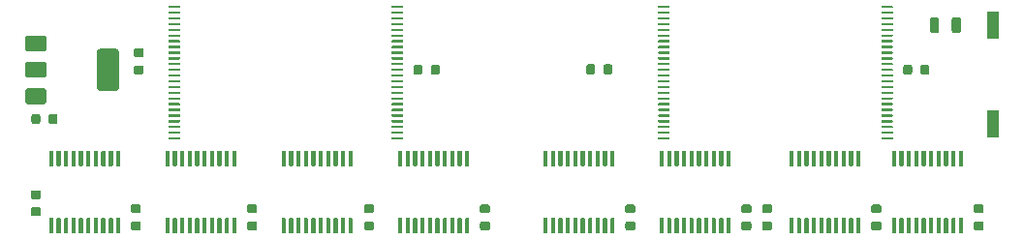
<source format=gtp>
G04 #@! TF.GenerationSoftware,KiCad,Pcbnew,(5.1.5-0-10_14)*
G04 #@! TF.CreationDate,2020-06-23T19:47:48-04:00*
G04 #@! TF.ProjectId,ROMSIMM,524f4d53-494d-44d2-9e6b-696361645f70,rev?*
G04 #@! TF.SameCoordinates,Original*
G04 #@! TF.FileFunction,Paste,Top*
G04 #@! TF.FilePolarity,Positive*
%FSLAX46Y46*%
G04 Gerber Fmt 4.6, Leading zero omitted, Abs format (unit mm)*
G04 Created by KiCad (PCBNEW (5.1.5-0-10_14)) date 2020-06-23 19:47:48*
%MOMM*%
%LPD*%
G04 APERTURE LIST*
%ADD10R,1.043800X2.363800*%
%ADD11C,0.100000*%
G04 APERTURE END LIST*
D10*
X161290000Y-114160000D03*
X161290000Y-105550000D03*
D11*
G36*
X86861368Y-107565927D02*
G01*
X86880055Y-107568699D01*
X86898380Y-107573289D01*
X86916167Y-107579653D01*
X86933244Y-107587730D01*
X86949447Y-107597442D01*
X86964621Y-107608695D01*
X86978618Y-107621382D01*
X86991305Y-107635379D01*
X87002558Y-107650553D01*
X87012270Y-107666756D01*
X87020347Y-107683833D01*
X87026711Y-107701620D01*
X87031301Y-107719945D01*
X87034073Y-107738632D01*
X87035000Y-107757500D01*
X87035000Y-108142500D01*
X87034073Y-108161368D01*
X87031301Y-108180055D01*
X87026711Y-108198380D01*
X87020347Y-108216167D01*
X87012270Y-108233244D01*
X87002558Y-108249447D01*
X86991305Y-108264621D01*
X86978618Y-108278618D01*
X86964621Y-108291305D01*
X86949447Y-108302558D01*
X86933244Y-108312270D01*
X86916167Y-108320347D01*
X86898380Y-108326711D01*
X86880055Y-108331301D01*
X86861368Y-108334073D01*
X86842500Y-108335000D01*
X86357500Y-108335000D01*
X86338632Y-108334073D01*
X86319945Y-108331301D01*
X86301620Y-108326711D01*
X86283833Y-108320347D01*
X86266756Y-108312270D01*
X86250553Y-108302558D01*
X86235379Y-108291305D01*
X86221382Y-108278618D01*
X86208695Y-108264621D01*
X86197442Y-108249447D01*
X86187730Y-108233244D01*
X86179653Y-108216167D01*
X86173289Y-108198380D01*
X86168699Y-108180055D01*
X86165927Y-108161368D01*
X86165000Y-108142500D01*
X86165000Y-107757500D01*
X86165927Y-107738632D01*
X86168699Y-107719945D01*
X86173289Y-107701620D01*
X86179653Y-107683833D01*
X86187730Y-107666756D01*
X86197442Y-107650553D01*
X86208695Y-107635379D01*
X86221382Y-107621382D01*
X86235379Y-107608695D01*
X86250553Y-107597442D01*
X86266756Y-107587730D01*
X86283833Y-107579653D01*
X86301620Y-107573289D01*
X86319945Y-107568699D01*
X86338632Y-107565927D01*
X86357500Y-107565000D01*
X86842500Y-107565000D01*
X86861368Y-107565927D01*
G37*
G36*
X86861368Y-109065927D02*
G01*
X86880055Y-109068699D01*
X86898380Y-109073289D01*
X86916167Y-109079653D01*
X86933244Y-109087730D01*
X86949447Y-109097442D01*
X86964621Y-109108695D01*
X86978618Y-109121382D01*
X86991305Y-109135379D01*
X87002558Y-109150553D01*
X87012270Y-109166756D01*
X87020347Y-109183833D01*
X87026711Y-109201620D01*
X87031301Y-109219945D01*
X87034073Y-109238632D01*
X87035000Y-109257500D01*
X87035000Y-109642500D01*
X87034073Y-109661368D01*
X87031301Y-109680055D01*
X87026711Y-109698380D01*
X87020347Y-109716167D01*
X87012270Y-109733244D01*
X87002558Y-109749447D01*
X86991305Y-109764621D01*
X86978618Y-109778618D01*
X86964621Y-109791305D01*
X86949447Y-109802558D01*
X86933244Y-109812270D01*
X86916167Y-109820347D01*
X86898380Y-109826711D01*
X86880055Y-109831301D01*
X86861368Y-109834073D01*
X86842500Y-109835000D01*
X86357500Y-109835000D01*
X86338632Y-109834073D01*
X86319945Y-109831301D01*
X86301620Y-109826711D01*
X86283833Y-109820347D01*
X86266756Y-109812270D01*
X86250553Y-109802558D01*
X86235379Y-109791305D01*
X86221382Y-109778618D01*
X86208695Y-109764621D01*
X86197442Y-109749447D01*
X86187730Y-109733244D01*
X86179653Y-109716167D01*
X86173289Y-109698380D01*
X86168699Y-109680055D01*
X86165927Y-109661368D01*
X86165000Y-109642500D01*
X86165000Y-109257500D01*
X86165927Y-109238632D01*
X86168699Y-109219945D01*
X86173289Y-109201620D01*
X86179653Y-109183833D01*
X86187730Y-109166756D01*
X86197442Y-109150553D01*
X86208695Y-109135379D01*
X86221382Y-109121382D01*
X86235379Y-109108695D01*
X86250553Y-109097442D01*
X86266756Y-109087730D01*
X86283833Y-109079653D01*
X86301620Y-109073289D01*
X86319945Y-109068699D01*
X86338632Y-109065927D01*
X86357500Y-109065000D01*
X86842500Y-109065000D01*
X86861368Y-109065927D01*
G37*
G36*
X90154901Y-103850241D02*
G01*
X90159755Y-103850961D01*
X90164514Y-103852153D01*
X90169134Y-103853806D01*
X90173570Y-103855904D01*
X90177779Y-103858427D01*
X90181720Y-103861349D01*
X90185355Y-103864645D01*
X90188651Y-103868280D01*
X90191573Y-103872221D01*
X90194096Y-103876430D01*
X90196194Y-103880866D01*
X90197847Y-103885486D01*
X90199039Y-103890245D01*
X90199759Y-103895099D01*
X90200000Y-103900000D01*
X90200000Y-104000000D01*
X90199759Y-104004901D01*
X90199039Y-104009755D01*
X90197847Y-104014514D01*
X90196194Y-104019134D01*
X90194096Y-104023570D01*
X90191573Y-104027779D01*
X90188651Y-104031720D01*
X90185355Y-104035355D01*
X90181720Y-104038651D01*
X90177779Y-104041573D01*
X90173570Y-104044096D01*
X90169134Y-104046194D01*
X90164514Y-104047847D01*
X90159755Y-104049039D01*
X90154901Y-104049759D01*
X90150000Y-104050000D01*
X89250000Y-104050000D01*
X89245099Y-104049759D01*
X89240245Y-104049039D01*
X89235486Y-104047847D01*
X89230866Y-104046194D01*
X89226430Y-104044096D01*
X89222221Y-104041573D01*
X89218280Y-104038651D01*
X89214645Y-104035355D01*
X89211349Y-104031720D01*
X89208427Y-104027779D01*
X89205904Y-104023570D01*
X89203806Y-104019134D01*
X89202153Y-104014514D01*
X89200961Y-104009755D01*
X89200241Y-104004901D01*
X89200000Y-104000000D01*
X89200000Y-103900000D01*
X89200241Y-103895099D01*
X89200961Y-103890245D01*
X89202153Y-103885486D01*
X89203806Y-103880866D01*
X89205904Y-103876430D01*
X89208427Y-103872221D01*
X89211349Y-103868280D01*
X89214645Y-103864645D01*
X89218280Y-103861349D01*
X89222221Y-103858427D01*
X89226430Y-103855904D01*
X89230866Y-103853806D01*
X89235486Y-103852153D01*
X89240245Y-103850961D01*
X89245099Y-103850241D01*
X89250000Y-103850000D01*
X90150000Y-103850000D01*
X90154901Y-103850241D01*
G37*
G36*
X109654901Y-115350241D02*
G01*
X109659755Y-115350961D01*
X109664514Y-115352153D01*
X109669134Y-115353806D01*
X109673570Y-115355904D01*
X109677779Y-115358427D01*
X109681720Y-115361349D01*
X109685355Y-115364645D01*
X109688651Y-115368280D01*
X109691573Y-115372221D01*
X109694096Y-115376430D01*
X109696194Y-115380866D01*
X109697847Y-115385486D01*
X109699039Y-115390245D01*
X109699759Y-115395099D01*
X109700000Y-115400000D01*
X109700000Y-115500000D01*
X109699759Y-115504901D01*
X109699039Y-115509755D01*
X109697847Y-115514514D01*
X109696194Y-115519134D01*
X109694096Y-115523570D01*
X109691573Y-115527779D01*
X109688651Y-115531720D01*
X109685355Y-115535355D01*
X109681720Y-115538651D01*
X109677779Y-115541573D01*
X109673570Y-115544096D01*
X109669134Y-115546194D01*
X109664514Y-115547847D01*
X109659755Y-115549039D01*
X109654901Y-115549759D01*
X109650000Y-115550000D01*
X108750000Y-115550000D01*
X108745099Y-115549759D01*
X108740245Y-115549039D01*
X108735486Y-115547847D01*
X108730866Y-115546194D01*
X108726430Y-115544096D01*
X108722221Y-115541573D01*
X108718280Y-115538651D01*
X108714645Y-115535355D01*
X108711349Y-115531720D01*
X108708427Y-115527779D01*
X108705904Y-115523570D01*
X108703806Y-115519134D01*
X108702153Y-115514514D01*
X108700961Y-115509755D01*
X108700241Y-115504901D01*
X108700000Y-115500000D01*
X108700000Y-115400000D01*
X108700241Y-115395099D01*
X108700961Y-115390245D01*
X108702153Y-115385486D01*
X108703806Y-115380866D01*
X108705904Y-115376430D01*
X108708427Y-115372221D01*
X108711349Y-115368280D01*
X108714645Y-115364645D01*
X108718280Y-115361349D01*
X108722221Y-115358427D01*
X108726430Y-115355904D01*
X108730866Y-115353806D01*
X108735486Y-115352153D01*
X108740245Y-115350961D01*
X108745099Y-115350241D01*
X108750000Y-115350000D01*
X109650000Y-115350000D01*
X109654901Y-115350241D01*
G37*
G36*
X90154901Y-104350241D02*
G01*
X90159755Y-104350961D01*
X90164514Y-104352153D01*
X90169134Y-104353806D01*
X90173570Y-104355904D01*
X90177779Y-104358427D01*
X90181720Y-104361349D01*
X90185355Y-104364645D01*
X90188651Y-104368280D01*
X90191573Y-104372221D01*
X90194096Y-104376430D01*
X90196194Y-104380866D01*
X90197847Y-104385486D01*
X90199039Y-104390245D01*
X90199759Y-104395099D01*
X90200000Y-104400000D01*
X90200000Y-104500000D01*
X90199759Y-104504901D01*
X90199039Y-104509755D01*
X90197847Y-104514514D01*
X90196194Y-104519134D01*
X90194096Y-104523570D01*
X90191573Y-104527779D01*
X90188651Y-104531720D01*
X90185355Y-104535355D01*
X90181720Y-104538651D01*
X90177779Y-104541573D01*
X90173570Y-104544096D01*
X90169134Y-104546194D01*
X90164514Y-104547847D01*
X90159755Y-104549039D01*
X90154901Y-104549759D01*
X90150000Y-104550000D01*
X89250000Y-104550000D01*
X89245099Y-104549759D01*
X89240245Y-104549039D01*
X89235486Y-104547847D01*
X89230866Y-104546194D01*
X89226430Y-104544096D01*
X89222221Y-104541573D01*
X89218280Y-104538651D01*
X89214645Y-104535355D01*
X89211349Y-104531720D01*
X89208427Y-104527779D01*
X89205904Y-104523570D01*
X89203806Y-104519134D01*
X89202153Y-104514514D01*
X89200961Y-104509755D01*
X89200241Y-104504901D01*
X89200000Y-104500000D01*
X89200000Y-104400000D01*
X89200241Y-104395099D01*
X89200961Y-104390245D01*
X89202153Y-104385486D01*
X89203806Y-104380866D01*
X89205904Y-104376430D01*
X89208427Y-104372221D01*
X89211349Y-104368280D01*
X89214645Y-104364645D01*
X89218280Y-104361349D01*
X89222221Y-104358427D01*
X89226430Y-104355904D01*
X89230866Y-104353806D01*
X89235486Y-104352153D01*
X89240245Y-104350961D01*
X89245099Y-104350241D01*
X89250000Y-104350000D01*
X90150000Y-104350000D01*
X90154901Y-104350241D01*
G37*
G36*
X90154901Y-104850241D02*
G01*
X90159755Y-104850961D01*
X90164514Y-104852153D01*
X90169134Y-104853806D01*
X90173570Y-104855904D01*
X90177779Y-104858427D01*
X90181720Y-104861349D01*
X90185355Y-104864645D01*
X90188651Y-104868280D01*
X90191573Y-104872221D01*
X90194096Y-104876430D01*
X90196194Y-104880866D01*
X90197847Y-104885486D01*
X90199039Y-104890245D01*
X90199759Y-104895099D01*
X90200000Y-104900000D01*
X90200000Y-105000000D01*
X90199759Y-105004901D01*
X90199039Y-105009755D01*
X90197847Y-105014514D01*
X90196194Y-105019134D01*
X90194096Y-105023570D01*
X90191573Y-105027779D01*
X90188651Y-105031720D01*
X90185355Y-105035355D01*
X90181720Y-105038651D01*
X90177779Y-105041573D01*
X90173570Y-105044096D01*
X90169134Y-105046194D01*
X90164514Y-105047847D01*
X90159755Y-105049039D01*
X90154901Y-105049759D01*
X90150000Y-105050000D01*
X89250000Y-105050000D01*
X89245099Y-105049759D01*
X89240245Y-105049039D01*
X89235486Y-105047847D01*
X89230866Y-105046194D01*
X89226430Y-105044096D01*
X89222221Y-105041573D01*
X89218280Y-105038651D01*
X89214645Y-105035355D01*
X89211349Y-105031720D01*
X89208427Y-105027779D01*
X89205904Y-105023570D01*
X89203806Y-105019134D01*
X89202153Y-105014514D01*
X89200961Y-105009755D01*
X89200241Y-105004901D01*
X89200000Y-105000000D01*
X89200000Y-104900000D01*
X89200241Y-104895099D01*
X89200961Y-104890245D01*
X89202153Y-104885486D01*
X89203806Y-104880866D01*
X89205904Y-104876430D01*
X89208427Y-104872221D01*
X89211349Y-104868280D01*
X89214645Y-104864645D01*
X89218280Y-104861349D01*
X89222221Y-104858427D01*
X89226430Y-104855904D01*
X89230866Y-104853806D01*
X89235486Y-104852153D01*
X89240245Y-104850961D01*
X89245099Y-104850241D01*
X89250000Y-104850000D01*
X90150000Y-104850000D01*
X90154901Y-104850241D01*
G37*
G36*
X90154901Y-105350241D02*
G01*
X90159755Y-105350961D01*
X90164514Y-105352153D01*
X90169134Y-105353806D01*
X90173570Y-105355904D01*
X90177779Y-105358427D01*
X90181720Y-105361349D01*
X90185355Y-105364645D01*
X90188651Y-105368280D01*
X90191573Y-105372221D01*
X90194096Y-105376430D01*
X90196194Y-105380866D01*
X90197847Y-105385486D01*
X90199039Y-105390245D01*
X90199759Y-105395099D01*
X90200000Y-105400000D01*
X90200000Y-105500000D01*
X90199759Y-105504901D01*
X90199039Y-105509755D01*
X90197847Y-105514514D01*
X90196194Y-105519134D01*
X90194096Y-105523570D01*
X90191573Y-105527779D01*
X90188651Y-105531720D01*
X90185355Y-105535355D01*
X90181720Y-105538651D01*
X90177779Y-105541573D01*
X90173570Y-105544096D01*
X90169134Y-105546194D01*
X90164514Y-105547847D01*
X90159755Y-105549039D01*
X90154901Y-105549759D01*
X90150000Y-105550000D01*
X89250000Y-105550000D01*
X89245099Y-105549759D01*
X89240245Y-105549039D01*
X89235486Y-105547847D01*
X89230866Y-105546194D01*
X89226430Y-105544096D01*
X89222221Y-105541573D01*
X89218280Y-105538651D01*
X89214645Y-105535355D01*
X89211349Y-105531720D01*
X89208427Y-105527779D01*
X89205904Y-105523570D01*
X89203806Y-105519134D01*
X89202153Y-105514514D01*
X89200961Y-105509755D01*
X89200241Y-105504901D01*
X89200000Y-105500000D01*
X89200000Y-105400000D01*
X89200241Y-105395099D01*
X89200961Y-105390245D01*
X89202153Y-105385486D01*
X89203806Y-105380866D01*
X89205904Y-105376430D01*
X89208427Y-105372221D01*
X89211349Y-105368280D01*
X89214645Y-105364645D01*
X89218280Y-105361349D01*
X89222221Y-105358427D01*
X89226430Y-105355904D01*
X89230866Y-105353806D01*
X89235486Y-105352153D01*
X89240245Y-105350961D01*
X89245099Y-105350241D01*
X89250000Y-105350000D01*
X90150000Y-105350000D01*
X90154901Y-105350241D01*
G37*
G36*
X90154901Y-105850241D02*
G01*
X90159755Y-105850961D01*
X90164514Y-105852153D01*
X90169134Y-105853806D01*
X90173570Y-105855904D01*
X90177779Y-105858427D01*
X90181720Y-105861349D01*
X90185355Y-105864645D01*
X90188651Y-105868280D01*
X90191573Y-105872221D01*
X90194096Y-105876430D01*
X90196194Y-105880866D01*
X90197847Y-105885486D01*
X90199039Y-105890245D01*
X90199759Y-105895099D01*
X90200000Y-105900000D01*
X90200000Y-106000000D01*
X90199759Y-106004901D01*
X90199039Y-106009755D01*
X90197847Y-106014514D01*
X90196194Y-106019134D01*
X90194096Y-106023570D01*
X90191573Y-106027779D01*
X90188651Y-106031720D01*
X90185355Y-106035355D01*
X90181720Y-106038651D01*
X90177779Y-106041573D01*
X90173570Y-106044096D01*
X90169134Y-106046194D01*
X90164514Y-106047847D01*
X90159755Y-106049039D01*
X90154901Y-106049759D01*
X90150000Y-106050000D01*
X89250000Y-106050000D01*
X89245099Y-106049759D01*
X89240245Y-106049039D01*
X89235486Y-106047847D01*
X89230866Y-106046194D01*
X89226430Y-106044096D01*
X89222221Y-106041573D01*
X89218280Y-106038651D01*
X89214645Y-106035355D01*
X89211349Y-106031720D01*
X89208427Y-106027779D01*
X89205904Y-106023570D01*
X89203806Y-106019134D01*
X89202153Y-106014514D01*
X89200961Y-106009755D01*
X89200241Y-106004901D01*
X89200000Y-106000000D01*
X89200000Y-105900000D01*
X89200241Y-105895099D01*
X89200961Y-105890245D01*
X89202153Y-105885486D01*
X89203806Y-105880866D01*
X89205904Y-105876430D01*
X89208427Y-105872221D01*
X89211349Y-105868280D01*
X89214645Y-105864645D01*
X89218280Y-105861349D01*
X89222221Y-105858427D01*
X89226430Y-105855904D01*
X89230866Y-105853806D01*
X89235486Y-105852153D01*
X89240245Y-105850961D01*
X89245099Y-105850241D01*
X89250000Y-105850000D01*
X90150000Y-105850000D01*
X90154901Y-105850241D01*
G37*
G36*
X90154901Y-106350241D02*
G01*
X90159755Y-106350961D01*
X90164514Y-106352153D01*
X90169134Y-106353806D01*
X90173570Y-106355904D01*
X90177779Y-106358427D01*
X90181720Y-106361349D01*
X90185355Y-106364645D01*
X90188651Y-106368280D01*
X90191573Y-106372221D01*
X90194096Y-106376430D01*
X90196194Y-106380866D01*
X90197847Y-106385486D01*
X90199039Y-106390245D01*
X90199759Y-106395099D01*
X90200000Y-106400000D01*
X90200000Y-106500000D01*
X90199759Y-106504901D01*
X90199039Y-106509755D01*
X90197847Y-106514514D01*
X90196194Y-106519134D01*
X90194096Y-106523570D01*
X90191573Y-106527779D01*
X90188651Y-106531720D01*
X90185355Y-106535355D01*
X90181720Y-106538651D01*
X90177779Y-106541573D01*
X90173570Y-106544096D01*
X90169134Y-106546194D01*
X90164514Y-106547847D01*
X90159755Y-106549039D01*
X90154901Y-106549759D01*
X90150000Y-106550000D01*
X89250000Y-106550000D01*
X89245099Y-106549759D01*
X89240245Y-106549039D01*
X89235486Y-106547847D01*
X89230866Y-106546194D01*
X89226430Y-106544096D01*
X89222221Y-106541573D01*
X89218280Y-106538651D01*
X89214645Y-106535355D01*
X89211349Y-106531720D01*
X89208427Y-106527779D01*
X89205904Y-106523570D01*
X89203806Y-106519134D01*
X89202153Y-106514514D01*
X89200961Y-106509755D01*
X89200241Y-106504901D01*
X89200000Y-106500000D01*
X89200000Y-106400000D01*
X89200241Y-106395099D01*
X89200961Y-106390245D01*
X89202153Y-106385486D01*
X89203806Y-106380866D01*
X89205904Y-106376430D01*
X89208427Y-106372221D01*
X89211349Y-106368280D01*
X89214645Y-106364645D01*
X89218280Y-106361349D01*
X89222221Y-106358427D01*
X89226430Y-106355904D01*
X89230866Y-106353806D01*
X89235486Y-106352153D01*
X89240245Y-106350961D01*
X89245099Y-106350241D01*
X89250000Y-106350000D01*
X90150000Y-106350000D01*
X90154901Y-106350241D01*
G37*
G36*
X90154901Y-106850241D02*
G01*
X90159755Y-106850961D01*
X90164514Y-106852153D01*
X90169134Y-106853806D01*
X90173570Y-106855904D01*
X90177779Y-106858427D01*
X90181720Y-106861349D01*
X90185355Y-106864645D01*
X90188651Y-106868280D01*
X90191573Y-106872221D01*
X90194096Y-106876430D01*
X90196194Y-106880866D01*
X90197847Y-106885486D01*
X90199039Y-106890245D01*
X90199759Y-106895099D01*
X90200000Y-106900000D01*
X90200000Y-107000000D01*
X90199759Y-107004901D01*
X90199039Y-107009755D01*
X90197847Y-107014514D01*
X90196194Y-107019134D01*
X90194096Y-107023570D01*
X90191573Y-107027779D01*
X90188651Y-107031720D01*
X90185355Y-107035355D01*
X90181720Y-107038651D01*
X90177779Y-107041573D01*
X90173570Y-107044096D01*
X90169134Y-107046194D01*
X90164514Y-107047847D01*
X90159755Y-107049039D01*
X90154901Y-107049759D01*
X90150000Y-107050000D01*
X89250000Y-107050000D01*
X89245099Y-107049759D01*
X89240245Y-107049039D01*
X89235486Y-107047847D01*
X89230866Y-107046194D01*
X89226430Y-107044096D01*
X89222221Y-107041573D01*
X89218280Y-107038651D01*
X89214645Y-107035355D01*
X89211349Y-107031720D01*
X89208427Y-107027779D01*
X89205904Y-107023570D01*
X89203806Y-107019134D01*
X89202153Y-107014514D01*
X89200961Y-107009755D01*
X89200241Y-107004901D01*
X89200000Y-107000000D01*
X89200000Y-106900000D01*
X89200241Y-106895099D01*
X89200961Y-106890245D01*
X89202153Y-106885486D01*
X89203806Y-106880866D01*
X89205904Y-106876430D01*
X89208427Y-106872221D01*
X89211349Y-106868280D01*
X89214645Y-106864645D01*
X89218280Y-106861349D01*
X89222221Y-106858427D01*
X89226430Y-106855904D01*
X89230866Y-106853806D01*
X89235486Y-106852153D01*
X89240245Y-106850961D01*
X89245099Y-106850241D01*
X89250000Y-106850000D01*
X90150000Y-106850000D01*
X90154901Y-106850241D01*
G37*
G36*
X90154901Y-107350241D02*
G01*
X90159755Y-107350961D01*
X90164514Y-107352153D01*
X90169134Y-107353806D01*
X90173570Y-107355904D01*
X90177779Y-107358427D01*
X90181720Y-107361349D01*
X90185355Y-107364645D01*
X90188651Y-107368280D01*
X90191573Y-107372221D01*
X90194096Y-107376430D01*
X90196194Y-107380866D01*
X90197847Y-107385486D01*
X90199039Y-107390245D01*
X90199759Y-107395099D01*
X90200000Y-107400000D01*
X90200000Y-107500000D01*
X90199759Y-107504901D01*
X90199039Y-107509755D01*
X90197847Y-107514514D01*
X90196194Y-107519134D01*
X90194096Y-107523570D01*
X90191573Y-107527779D01*
X90188651Y-107531720D01*
X90185355Y-107535355D01*
X90181720Y-107538651D01*
X90177779Y-107541573D01*
X90173570Y-107544096D01*
X90169134Y-107546194D01*
X90164514Y-107547847D01*
X90159755Y-107549039D01*
X90154901Y-107549759D01*
X90150000Y-107550000D01*
X89250000Y-107550000D01*
X89245099Y-107549759D01*
X89240245Y-107549039D01*
X89235486Y-107547847D01*
X89230866Y-107546194D01*
X89226430Y-107544096D01*
X89222221Y-107541573D01*
X89218280Y-107538651D01*
X89214645Y-107535355D01*
X89211349Y-107531720D01*
X89208427Y-107527779D01*
X89205904Y-107523570D01*
X89203806Y-107519134D01*
X89202153Y-107514514D01*
X89200961Y-107509755D01*
X89200241Y-107504901D01*
X89200000Y-107500000D01*
X89200000Y-107400000D01*
X89200241Y-107395099D01*
X89200961Y-107390245D01*
X89202153Y-107385486D01*
X89203806Y-107380866D01*
X89205904Y-107376430D01*
X89208427Y-107372221D01*
X89211349Y-107368280D01*
X89214645Y-107364645D01*
X89218280Y-107361349D01*
X89222221Y-107358427D01*
X89226430Y-107355904D01*
X89230866Y-107353806D01*
X89235486Y-107352153D01*
X89240245Y-107350961D01*
X89245099Y-107350241D01*
X89250000Y-107350000D01*
X90150000Y-107350000D01*
X90154901Y-107350241D01*
G37*
G36*
X90154901Y-107850241D02*
G01*
X90159755Y-107850961D01*
X90164514Y-107852153D01*
X90169134Y-107853806D01*
X90173570Y-107855904D01*
X90177779Y-107858427D01*
X90181720Y-107861349D01*
X90185355Y-107864645D01*
X90188651Y-107868280D01*
X90191573Y-107872221D01*
X90194096Y-107876430D01*
X90196194Y-107880866D01*
X90197847Y-107885486D01*
X90199039Y-107890245D01*
X90199759Y-107895099D01*
X90200000Y-107900000D01*
X90200000Y-108000000D01*
X90199759Y-108004901D01*
X90199039Y-108009755D01*
X90197847Y-108014514D01*
X90196194Y-108019134D01*
X90194096Y-108023570D01*
X90191573Y-108027779D01*
X90188651Y-108031720D01*
X90185355Y-108035355D01*
X90181720Y-108038651D01*
X90177779Y-108041573D01*
X90173570Y-108044096D01*
X90169134Y-108046194D01*
X90164514Y-108047847D01*
X90159755Y-108049039D01*
X90154901Y-108049759D01*
X90150000Y-108050000D01*
X89250000Y-108050000D01*
X89245099Y-108049759D01*
X89240245Y-108049039D01*
X89235486Y-108047847D01*
X89230866Y-108046194D01*
X89226430Y-108044096D01*
X89222221Y-108041573D01*
X89218280Y-108038651D01*
X89214645Y-108035355D01*
X89211349Y-108031720D01*
X89208427Y-108027779D01*
X89205904Y-108023570D01*
X89203806Y-108019134D01*
X89202153Y-108014514D01*
X89200961Y-108009755D01*
X89200241Y-108004901D01*
X89200000Y-108000000D01*
X89200000Y-107900000D01*
X89200241Y-107895099D01*
X89200961Y-107890245D01*
X89202153Y-107885486D01*
X89203806Y-107880866D01*
X89205904Y-107876430D01*
X89208427Y-107872221D01*
X89211349Y-107868280D01*
X89214645Y-107864645D01*
X89218280Y-107861349D01*
X89222221Y-107858427D01*
X89226430Y-107855904D01*
X89230866Y-107853806D01*
X89235486Y-107852153D01*
X89240245Y-107850961D01*
X89245099Y-107850241D01*
X89250000Y-107850000D01*
X90150000Y-107850000D01*
X90154901Y-107850241D01*
G37*
G36*
X90154901Y-108350241D02*
G01*
X90159755Y-108350961D01*
X90164514Y-108352153D01*
X90169134Y-108353806D01*
X90173570Y-108355904D01*
X90177779Y-108358427D01*
X90181720Y-108361349D01*
X90185355Y-108364645D01*
X90188651Y-108368280D01*
X90191573Y-108372221D01*
X90194096Y-108376430D01*
X90196194Y-108380866D01*
X90197847Y-108385486D01*
X90199039Y-108390245D01*
X90199759Y-108395099D01*
X90200000Y-108400000D01*
X90200000Y-108500000D01*
X90199759Y-108504901D01*
X90199039Y-108509755D01*
X90197847Y-108514514D01*
X90196194Y-108519134D01*
X90194096Y-108523570D01*
X90191573Y-108527779D01*
X90188651Y-108531720D01*
X90185355Y-108535355D01*
X90181720Y-108538651D01*
X90177779Y-108541573D01*
X90173570Y-108544096D01*
X90169134Y-108546194D01*
X90164514Y-108547847D01*
X90159755Y-108549039D01*
X90154901Y-108549759D01*
X90150000Y-108550000D01*
X89250000Y-108550000D01*
X89245099Y-108549759D01*
X89240245Y-108549039D01*
X89235486Y-108547847D01*
X89230866Y-108546194D01*
X89226430Y-108544096D01*
X89222221Y-108541573D01*
X89218280Y-108538651D01*
X89214645Y-108535355D01*
X89211349Y-108531720D01*
X89208427Y-108527779D01*
X89205904Y-108523570D01*
X89203806Y-108519134D01*
X89202153Y-108514514D01*
X89200961Y-108509755D01*
X89200241Y-108504901D01*
X89200000Y-108500000D01*
X89200000Y-108400000D01*
X89200241Y-108395099D01*
X89200961Y-108390245D01*
X89202153Y-108385486D01*
X89203806Y-108380866D01*
X89205904Y-108376430D01*
X89208427Y-108372221D01*
X89211349Y-108368280D01*
X89214645Y-108364645D01*
X89218280Y-108361349D01*
X89222221Y-108358427D01*
X89226430Y-108355904D01*
X89230866Y-108353806D01*
X89235486Y-108352153D01*
X89240245Y-108350961D01*
X89245099Y-108350241D01*
X89250000Y-108350000D01*
X90150000Y-108350000D01*
X90154901Y-108350241D01*
G37*
G36*
X90154901Y-108850241D02*
G01*
X90159755Y-108850961D01*
X90164514Y-108852153D01*
X90169134Y-108853806D01*
X90173570Y-108855904D01*
X90177779Y-108858427D01*
X90181720Y-108861349D01*
X90185355Y-108864645D01*
X90188651Y-108868280D01*
X90191573Y-108872221D01*
X90194096Y-108876430D01*
X90196194Y-108880866D01*
X90197847Y-108885486D01*
X90199039Y-108890245D01*
X90199759Y-108895099D01*
X90200000Y-108900000D01*
X90200000Y-109000000D01*
X90199759Y-109004901D01*
X90199039Y-109009755D01*
X90197847Y-109014514D01*
X90196194Y-109019134D01*
X90194096Y-109023570D01*
X90191573Y-109027779D01*
X90188651Y-109031720D01*
X90185355Y-109035355D01*
X90181720Y-109038651D01*
X90177779Y-109041573D01*
X90173570Y-109044096D01*
X90169134Y-109046194D01*
X90164514Y-109047847D01*
X90159755Y-109049039D01*
X90154901Y-109049759D01*
X90150000Y-109050000D01*
X89250000Y-109050000D01*
X89245099Y-109049759D01*
X89240245Y-109049039D01*
X89235486Y-109047847D01*
X89230866Y-109046194D01*
X89226430Y-109044096D01*
X89222221Y-109041573D01*
X89218280Y-109038651D01*
X89214645Y-109035355D01*
X89211349Y-109031720D01*
X89208427Y-109027779D01*
X89205904Y-109023570D01*
X89203806Y-109019134D01*
X89202153Y-109014514D01*
X89200961Y-109009755D01*
X89200241Y-109004901D01*
X89200000Y-109000000D01*
X89200000Y-108900000D01*
X89200241Y-108895099D01*
X89200961Y-108890245D01*
X89202153Y-108885486D01*
X89203806Y-108880866D01*
X89205904Y-108876430D01*
X89208427Y-108872221D01*
X89211349Y-108868280D01*
X89214645Y-108864645D01*
X89218280Y-108861349D01*
X89222221Y-108858427D01*
X89226430Y-108855904D01*
X89230866Y-108853806D01*
X89235486Y-108852153D01*
X89240245Y-108850961D01*
X89245099Y-108850241D01*
X89250000Y-108850000D01*
X90150000Y-108850000D01*
X90154901Y-108850241D01*
G37*
G36*
X90154901Y-109350241D02*
G01*
X90159755Y-109350961D01*
X90164514Y-109352153D01*
X90169134Y-109353806D01*
X90173570Y-109355904D01*
X90177779Y-109358427D01*
X90181720Y-109361349D01*
X90185355Y-109364645D01*
X90188651Y-109368280D01*
X90191573Y-109372221D01*
X90194096Y-109376430D01*
X90196194Y-109380866D01*
X90197847Y-109385486D01*
X90199039Y-109390245D01*
X90199759Y-109395099D01*
X90200000Y-109400000D01*
X90200000Y-109500000D01*
X90199759Y-109504901D01*
X90199039Y-109509755D01*
X90197847Y-109514514D01*
X90196194Y-109519134D01*
X90194096Y-109523570D01*
X90191573Y-109527779D01*
X90188651Y-109531720D01*
X90185355Y-109535355D01*
X90181720Y-109538651D01*
X90177779Y-109541573D01*
X90173570Y-109544096D01*
X90169134Y-109546194D01*
X90164514Y-109547847D01*
X90159755Y-109549039D01*
X90154901Y-109549759D01*
X90150000Y-109550000D01*
X89250000Y-109550000D01*
X89245099Y-109549759D01*
X89240245Y-109549039D01*
X89235486Y-109547847D01*
X89230866Y-109546194D01*
X89226430Y-109544096D01*
X89222221Y-109541573D01*
X89218280Y-109538651D01*
X89214645Y-109535355D01*
X89211349Y-109531720D01*
X89208427Y-109527779D01*
X89205904Y-109523570D01*
X89203806Y-109519134D01*
X89202153Y-109514514D01*
X89200961Y-109509755D01*
X89200241Y-109504901D01*
X89200000Y-109500000D01*
X89200000Y-109400000D01*
X89200241Y-109395099D01*
X89200961Y-109390245D01*
X89202153Y-109385486D01*
X89203806Y-109380866D01*
X89205904Y-109376430D01*
X89208427Y-109372221D01*
X89211349Y-109368280D01*
X89214645Y-109364645D01*
X89218280Y-109361349D01*
X89222221Y-109358427D01*
X89226430Y-109355904D01*
X89230866Y-109353806D01*
X89235486Y-109352153D01*
X89240245Y-109350961D01*
X89245099Y-109350241D01*
X89250000Y-109350000D01*
X90150000Y-109350000D01*
X90154901Y-109350241D01*
G37*
G36*
X90154901Y-109850241D02*
G01*
X90159755Y-109850961D01*
X90164514Y-109852153D01*
X90169134Y-109853806D01*
X90173570Y-109855904D01*
X90177779Y-109858427D01*
X90181720Y-109861349D01*
X90185355Y-109864645D01*
X90188651Y-109868280D01*
X90191573Y-109872221D01*
X90194096Y-109876430D01*
X90196194Y-109880866D01*
X90197847Y-109885486D01*
X90199039Y-109890245D01*
X90199759Y-109895099D01*
X90200000Y-109900000D01*
X90200000Y-110000000D01*
X90199759Y-110004901D01*
X90199039Y-110009755D01*
X90197847Y-110014514D01*
X90196194Y-110019134D01*
X90194096Y-110023570D01*
X90191573Y-110027779D01*
X90188651Y-110031720D01*
X90185355Y-110035355D01*
X90181720Y-110038651D01*
X90177779Y-110041573D01*
X90173570Y-110044096D01*
X90169134Y-110046194D01*
X90164514Y-110047847D01*
X90159755Y-110049039D01*
X90154901Y-110049759D01*
X90150000Y-110050000D01*
X89250000Y-110050000D01*
X89245099Y-110049759D01*
X89240245Y-110049039D01*
X89235486Y-110047847D01*
X89230866Y-110046194D01*
X89226430Y-110044096D01*
X89222221Y-110041573D01*
X89218280Y-110038651D01*
X89214645Y-110035355D01*
X89211349Y-110031720D01*
X89208427Y-110027779D01*
X89205904Y-110023570D01*
X89203806Y-110019134D01*
X89202153Y-110014514D01*
X89200961Y-110009755D01*
X89200241Y-110004901D01*
X89200000Y-110000000D01*
X89200000Y-109900000D01*
X89200241Y-109895099D01*
X89200961Y-109890245D01*
X89202153Y-109885486D01*
X89203806Y-109880866D01*
X89205904Y-109876430D01*
X89208427Y-109872221D01*
X89211349Y-109868280D01*
X89214645Y-109864645D01*
X89218280Y-109861349D01*
X89222221Y-109858427D01*
X89226430Y-109855904D01*
X89230866Y-109853806D01*
X89235486Y-109852153D01*
X89240245Y-109850961D01*
X89245099Y-109850241D01*
X89250000Y-109850000D01*
X90150000Y-109850000D01*
X90154901Y-109850241D01*
G37*
G36*
X90154901Y-110350241D02*
G01*
X90159755Y-110350961D01*
X90164514Y-110352153D01*
X90169134Y-110353806D01*
X90173570Y-110355904D01*
X90177779Y-110358427D01*
X90181720Y-110361349D01*
X90185355Y-110364645D01*
X90188651Y-110368280D01*
X90191573Y-110372221D01*
X90194096Y-110376430D01*
X90196194Y-110380866D01*
X90197847Y-110385486D01*
X90199039Y-110390245D01*
X90199759Y-110395099D01*
X90200000Y-110400000D01*
X90200000Y-110500000D01*
X90199759Y-110504901D01*
X90199039Y-110509755D01*
X90197847Y-110514514D01*
X90196194Y-110519134D01*
X90194096Y-110523570D01*
X90191573Y-110527779D01*
X90188651Y-110531720D01*
X90185355Y-110535355D01*
X90181720Y-110538651D01*
X90177779Y-110541573D01*
X90173570Y-110544096D01*
X90169134Y-110546194D01*
X90164514Y-110547847D01*
X90159755Y-110549039D01*
X90154901Y-110549759D01*
X90150000Y-110550000D01*
X89250000Y-110550000D01*
X89245099Y-110549759D01*
X89240245Y-110549039D01*
X89235486Y-110547847D01*
X89230866Y-110546194D01*
X89226430Y-110544096D01*
X89222221Y-110541573D01*
X89218280Y-110538651D01*
X89214645Y-110535355D01*
X89211349Y-110531720D01*
X89208427Y-110527779D01*
X89205904Y-110523570D01*
X89203806Y-110519134D01*
X89202153Y-110514514D01*
X89200961Y-110509755D01*
X89200241Y-110504901D01*
X89200000Y-110500000D01*
X89200000Y-110400000D01*
X89200241Y-110395099D01*
X89200961Y-110390245D01*
X89202153Y-110385486D01*
X89203806Y-110380866D01*
X89205904Y-110376430D01*
X89208427Y-110372221D01*
X89211349Y-110368280D01*
X89214645Y-110364645D01*
X89218280Y-110361349D01*
X89222221Y-110358427D01*
X89226430Y-110355904D01*
X89230866Y-110353806D01*
X89235486Y-110352153D01*
X89240245Y-110350961D01*
X89245099Y-110350241D01*
X89250000Y-110350000D01*
X90150000Y-110350000D01*
X90154901Y-110350241D01*
G37*
G36*
X90154901Y-110850241D02*
G01*
X90159755Y-110850961D01*
X90164514Y-110852153D01*
X90169134Y-110853806D01*
X90173570Y-110855904D01*
X90177779Y-110858427D01*
X90181720Y-110861349D01*
X90185355Y-110864645D01*
X90188651Y-110868280D01*
X90191573Y-110872221D01*
X90194096Y-110876430D01*
X90196194Y-110880866D01*
X90197847Y-110885486D01*
X90199039Y-110890245D01*
X90199759Y-110895099D01*
X90200000Y-110900000D01*
X90200000Y-111000000D01*
X90199759Y-111004901D01*
X90199039Y-111009755D01*
X90197847Y-111014514D01*
X90196194Y-111019134D01*
X90194096Y-111023570D01*
X90191573Y-111027779D01*
X90188651Y-111031720D01*
X90185355Y-111035355D01*
X90181720Y-111038651D01*
X90177779Y-111041573D01*
X90173570Y-111044096D01*
X90169134Y-111046194D01*
X90164514Y-111047847D01*
X90159755Y-111049039D01*
X90154901Y-111049759D01*
X90150000Y-111050000D01*
X89250000Y-111050000D01*
X89245099Y-111049759D01*
X89240245Y-111049039D01*
X89235486Y-111047847D01*
X89230866Y-111046194D01*
X89226430Y-111044096D01*
X89222221Y-111041573D01*
X89218280Y-111038651D01*
X89214645Y-111035355D01*
X89211349Y-111031720D01*
X89208427Y-111027779D01*
X89205904Y-111023570D01*
X89203806Y-111019134D01*
X89202153Y-111014514D01*
X89200961Y-111009755D01*
X89200241Y-111004901D01*
X89200000Y-111000000D01*
X89200000Y-110900000D01*
X89200241Y-110895099D01*
X89200961Y-110890245D01*
X89202153Y-110885486D01*
X89203806Y-110880866D01*
X89205904Y-110876430D01*
X89208427Y-110872221D01*
X89211349Y-110868280D01*
X89214645Y-110864645D01*
X89218280Y-110861349D01*
X89222221Y-110858427D01*
X89226430Y-110855904D01*
X89230866Y-110853806D01*
X89235486Y-110852153D01*
X89240245Y-110850961D01*
X89245099Y-110850241D01*
X89250000Y-110850000D01*
X90150000Y-110850000D01*
X90154901Y-110850241D01*
G37*
G36*
X90154901Y-111350241D02*
G01*
X90159755Y-111350961D01*
X90164514Y-111352153D01*
X90169134Y-111353806D01*
X90173570Y-111355904D01*
X90177779Y-111358427D01*
X90181720Y-111361349D01*
X90185355Y-111364645D01*
X90188651Y-111368280D01*
X90191573Y-111372221D01*
X90194096Y-111376430D01*
X90196194Y-111380866D01*
X90197847Y-111385486D01*
X90199039Y-111390245D01*
X90199759Y-111395099D01*
X90200000Y-111400000D01*
X90200000Y-111500000D01*
X90199759Y-111504901D01*
X90199039Y-111509755D01*
X90197847Y-111514514D01*
X90196194Y-111519134D01*
X90194096Y-111523570D01*
X90191573Y-111527779D01*
X90188651Y-111531720D01*
X90185355Y-111535355D01*
X90181720Y-111538651D01*
X90177779Y-111541573D01*
X90173570Y-111544096D01*
X90169134Y-111546194D01*
X90164514Y-111547847D01*
X90159755Y-111549039D01*
X90154901Y-111549759D01*
X90150000Y-111550000D01*
X89250000Y-111550000D01*
X89245099Y-111549759D01*
X89240245Y-111549039D01*
X89235486Y-111547847D01*
X89230866Y-111546194D01*
X89226430Y-111544096D01*
X89222221Y-111541573D01*
X89218280Y-111538651D01*
X89214645Y-111535355D01*
X89211349Y-111531720D01*
X89208427Y-111527779D01*
X89205904Y-111523570D01*
X89203806Y-111519134D01*
X89202153Y-111514514D01*
X89200961Y-111509755D01*
X89200241Y-111504901D01*
X89200000Y-111500000D01*
X89200000Y-111400000D01*
X89200241Y-111395099D01*
X89200961Y-111390245D01*
X89202153Y-111385486D01*
X89203806Y-111380866D01*
X89205904Y-111376430D01*
X89208427Y-111372221D01*
X89211349Y-111368280D01*
X89214645Y-111364645D01*
X89218280Y-111361349D01*
X89222221Y-111358427D01*
X89226430Y-111355904D01*
X89230866Y-111353806D01*
X89235486Y-111352153D01*
X89240245Y-111350961D01*
X89245099Y-111350241D01*
X89250000Y-111350000D01*
X90150000Y-111350000D01*
X90154901Y-111350241D01*
G37*
G36*
X90154901Y-111850241D02*
G01*
X90159755Y-111850961D01*
X90164514Y-111852153D01*
X90169134Y-111853806D01*
X90173570Y-111855904D01*
X90177779Y-111858427D01*
X90181720Y-111861349D01*
X90185355Y-111864645D01*
X90188651Y-111868280D01*
X90191573Y-111872221D01*
X90194096Y-111876430D01*
X90196194Y-111880866D01*
X90197847Y-111885486D01*
X90199039Y-111890245D01*
X90199759Y-111895099D01*
X90200000Y-111900000D01*
X90200000Y-112000000D01*
X90199759Y-112004901D01*
X90199039Y-112009755D01*
X90197847Y-112014514D01*
X90196194Y-112019134D01*
X90194096Y-112023570D01*
X90191573Y-112027779D01*
X90188651Y-112031720D01*
X90185355Y-112035355D01*
X90181720Y-112038651D01*
X90177779Y-112041573D01*
X90173570Y-112044096D01*
X90169134Y-112046194D01*
X90164514Y-112047847D01*
X90159755Y-112049039D01*
X90154901Y-112049759D01*
X90150000Y-112050000D01*
X89250000Y-112050000D01*
X89245099Y-112049759D01*
X89240245Y-112049039D01*
X89235486Y-112047847D01*
X89230866Y-112046194D01*
X89226430Y-112044096D01*
X89222221Y-112041573D01*
X89218280Y-112038651D01*
X89214645Y-112035355D01*
X89211349Y-112031720D01*
X89208427Y-112027779D01*
X89205904Y-112023570D01*
X89203806Y-112019134D01*
X89202153Y-112014514D01*
X89200961Y-112009755D01*
X89200241Y-112004901D01*
X89200000Y-112000000D01*
X89200000Y-111900000D01*
X89200241Y-111895099D01*
X89200961Y-111890245D01*
X89202153Y-111885486D01*
X89203806Y-111880866D01*
X89205904Y-111876430D01*
X89208427Y-111872221D01*
X89211349Y-111868280D01*
X89214645Y-111864645D01*
X89218280Y-111861349D01*
X89222221Y-111858427D01*
X89226430Y-111855904D01*
X89230866Y-111853806D01*
X89235486Y-111852153D01*
X89240245Y-111850961D01*
X89245099Y-111850241D01*
X89250000Y-111850000D01*
X90150000Y-111850000D01*
X90154901Y-111850241D01*
G37*
G36*
X90154901Y-112350241D02*
G01*
X90159755Y-112350961D01*
X90164514Y-112352153D01*
X90169134Y-112353806D01*
X90173570Y-112355904D01*
X90177779Y-112358427D01*
X90181720Y-112361349D01*
X90185355Y-112364645D01*
X90188651Y-112368280D01*
X90191573Y-112372221D01*
X90194096Y-112376430D01*
X90196194Y-112380866D01*
X90197847Y-112385486D01*
X90199039Y-112390245D01*
X90199759Y-112395099D01*
X90200000Y-112400000D01*
X90200000Y-112500000D01*
X90199759Y-112504901D01*
X90199039Y-112509755D01*
X90197847Y-112514514D01*
X90196194Y-112519134D01*
X90194096Y-112523570D01*
X90191573Y-112527779D01*
X90188651Y-112531720D01*
X90185355Y-112535355D01*
X90181720Y-112538651D01*
X90177779Y-112541573D01*
X90173570Y-112544096D01*
X90169134Y-112546194D01*
X90164514Y-112547847D01*
X90159755Y-112549039D01*
X90154901Y-112549759D01*
X90150000Y-112550000D01*
X89250000Y-112550000D01*
X89245099Y-112549759D01*
X89240245Y-112549039D01*
X89235486Y-112547847D01*
X89230866Y-112546194D01*
X89226430Y-112544096D01*
X89222221Y-112541573D01*
X89218280Y-112538651D01*
X89214645Y-112535355D01*
X89211349Y-112531720D01*
X89208427Y-112527779D01*
X89205904Y-112523570D01*
X89203806Y-112519134D01*
X89202153Y-112514514D01*
X89200961Y-112509755D01*
X89200241Y-112504901D01*
X89200000Y-112500000D01*
X89200000Y-112400000D01*
X89200241Y-112395099D01*
X89200961Y-112390245D01*
X89202153Y-112385486D01*
X89203806Y-112380866D01*
X89205904Y-112376430D01*
X89208427Y-112372221D01*
X89211349Y-112368280D01*
X89214645Y-112364645D01*
X89218280Y-112361349D01*
X89222221Y-112358427D01*
X89226430Y-112355904D01*
X89230866Y-112353806D01*
X89235486Y-112352153D01*
X89240245Y-112350961D01*
X89245099Y-112350241D01*
X89250000Y-112350000D01*
X90150000Y-112350000D01*
X90154901Y-112350241D01*
G37*
G36*
X90154901Y-112850241D02*
G01*
X90159755Y-112850961D01*
X90164514Y-112852153D01*
X90169134Y-112853806D01*
X90173570Y-112855904D01*
X90177779Y-112858427D01*
X90181720Y-112861349D01*
X90185355Y-112864645D01*
X90188651Y-112868280D01*
X90191573Y-112872221D01*
X90194096Y-112876430D01*
X90196194Y-112880866D01*
X90197847Y-112885486D01*
X90199039Y-112890245D01*
X90199759Y-112895099D01*
X90200000Y-112900000D01*
X90200000Y-113000000D01*
X90199759Y-113004901D01*
X90199039Y-113009755D01*
X90197847Y-113014514D01*
X90196194Y-113019134D01*
X90194096Y-113023570D01*
X90191573Y-113027779D01*
X90188651Y-113031720D01*
X90185355Y-113035355D01*
X90181720Y-113038651D01*
X90177779Y-113041573D01*
X90173570Y-113044096D01*
X90169134Y-113046194D01*
X90164514Y-113047847D01*
X90159755Y-113049039D01*
X90154901Y-113049759D01*
X90150000Y-113050000D01*
X89250000Y-113050000D01*
X89245099Y-113049759D01*
X89240245Y-113049039D01*
X89235486Y-113047847D01*
X89230866Y-113046194D01*
X89226430Y-113044096D01*
X89222221Y-113041573D01*
X89218280Y-113038651D01*
X89214645Y-113035355D01*
X89211349Y-113031720D01*
X89208427Y-113027779D01*
X89205904Y-113023570D01*
X89203806Y-113019134D01*
X89202153Y-113014514D01*
X89200961Y-113009755D01*
X89200241Y-113004901D01*
X89200000Y-113000000D01*
X89200000Y-112900000D01*
X89200241Y-112895099D01*
X89200961Y-112890245D01*
X89202153Y-112885486D01*
X89203806Y-112880866D01*
X89205904Y-112876430D01*
X89208427Y-112872221D01*
X89211349Y-112868280D01*
X89214645Y-112864645D01*
X89218280Y-112861349D01*
X89222221Y-112858427D01*
X89226430Y-112855904D01*
X89230866Y-112853806D01*
X89235486Y-112852153D01*
X89240245Y-112850961D01*
X89245099Y-112850241D01*
X89250000Y-112850000D01*
X90150000Y-112850000D01*
X90154901Y-112850241D01*
G37*
G36*
X90154901Y-113350241D02*
G01*
X90159755Y-113350961D01*
X90164514Y-113352153D01*
X90169134Y-113353806D01*
X90173570Y-113355904D01*
X90177779Y-113358427D01*
X90181720Y-113361349D01*
X90185355Y-113364645D01*
X90188651Y-113368280D01*
X90191573Y-113372221D01*
X90194096Y-113376430D01*
X90196194Y-113380866D01*
X90197847Y-113385486D01*
X90199039Y-113390245D01*
X90199759Y-113395099D01*
X90200000Y-113400000D01*
X90200000Y-113500000D01*
X90199759Y-113504901D01*
X90199039Y-113509755D01*
X90197847Y-113514514D01*
X90196194Y-113519134D01*
X90194096Y-113523570D01*
X90191573Y-113527779D01*
X90188651Y-113531720D01*
X90185355Y-113535355D01*
X90181720Y-113538651D01*
X90177779Y-113541573D01*
X90173570Y-113544096D01*
X90169134Y-113546194D01*
X90164514Y-113547847D01*
X90159755Y-113549039D01*
X90154901Y-113549759D01*
X90150000Y-113550000D01*
X89250000Y-113550000D01*
X89245099Y-113549759D01*
X89240245Y-113549039D01*
X89235486Y-113547847D01*
X89230866Y-113546194D01*
X89226430Y-113544096D01*
X89222221Y-113541573D01*
X89218280Y-113538651D01*
X89214645Y-113535355D01*
X89211349Y-113531720D01*
X89208427Y-113527779D01*
X89205904Y-113523570D01*
X89203806Y-113519134D01*
X89202153Y-113514514D01*
X89200961Y-113509755D01*
X89200241Y-113504901D01*
X89200000Y-113500000D01*
X89200000Y-113400000D01*
X89200241Y-113395099D01*
X89200961Y-113390245D01*
X89202153Y-113385486D01*
X89203806Y-113380866D01*
X89205904Y-113376430D01*
X89208427Y-113372221D01*
X89211349Y-113368280D01*
X89214645Y-113364645D01*
X89218280Y-113361349D01*
X89222221Y-113358427D01*
X89226430Y-113355904D01*
X89230866Y-113353806D01*
X89235486Y-113352153D01*
X89240245Y-113350961D01*
X89245099Y-113350241D01*
X89250000Y-113350000D01*
X90150000Y-113350000D01*
X90154901Y-113350241D01*
G37*
G36*
X90154901Y-113850241D02*
G01*
X90159755Y-113850961D01*
X90164514Y-113852153D01*
X90169134Y-113853806D01*
X90173570Y-113855904D01*
X90177779Y-113858427D01*
X90181720Y-113861349D01*
X90185355Y-113864645D01*
X90188651Y-113868280D01*
X90191573Y-113872221D01*
X90194096Y-113876430D01*
X90196194Y-113880866D01*
X90197847Y-113885486D01*
X90199039Y-113890245D01*
X90199759Y-113895099D01*
X90200000Y-113900000D01*
X90200000Y-114000000D01*
X90199759Y-114004901D01*
X90199039Y-114009755D01*
X90197847Y-114014514D01*
X90196194Y-114019134D01*
X90194096Y-114023570D01*
X90191573Y-114027779D01*
X90188651Y-114031720D01*
X90185355Y-114035355D01*
X90181720Y-114038651D01*
X90177779Y-114041573D01*
X90173570Y-114044096D01*
X90169134Y-114046194D01*
X90164514Y-114047847D01*
X90159755Y-114049039D01*
X90154901Y-114049759D01*
X90150000Y-114050000D01*
X89250000Y-114050000D01*
X89245099Y-114049759D01*
X89240245Y-114049039D01*
X89235486Y-114047847D01*
X89230866Y-114046194D01*
X89226430Y-114044096D01*
X89222221Y-114041573D01*
X89218280Y-114038651D01*
X89214645Y-114035355D01*
X89211349Y-114031720D01*
X89208427Y-114027779D01*
X89205904Y-114023570D01*
X89203806Y-114019134D01*
X89202153Y-114014514D01*
X89200961Y-114009755D01*
X89200241Y-114004901D01*
X89200000Y-114000000D01*
X89200000Y-113900000D01*
X89200241Y-113895099D01*
X89200961Y-113890245D01*
X89202153Y-113885486D01*
X89203806Y-113880866D01*
X89205904Y-113876430D01*
X89208427Y-113872221D01*
X89211349Y-113868280D01*
X89214645Y-113864645D01*
X89218280Y-113861349D01*
X89222221Y-113858427D01*
X89226430Y-113855904D01*
X89230866Y-113853806D01*
X89235486Y-113852153D01*
X89240245Y-113850961D01*
X89245099Y-113850241D01*
X89250000Y-113850000D01*
X90150000Y-113850000D01*
X90154901Y-113850241D01*
G37*
G36*
X90154901Y-114350241D02*
G01*
X90159755Y-114350961D01*
X90164514Y-114352153D01*
X90169134Y-114353806D01*
X90173570Y-114355904D01*
X90177779Y-114358427D01*
X90181720Y-114361349D01*
X90185355Y-114364645D01*
X90188651Y-114368280D01*
X90191573Y-114372221D01*
X90194096Y-114376430D01*
X90196194Y-114380866D01*
X90197847Y-114385486D01*
X90199039Y-114390245D01*
X90199759Y-114395099D01*
X90200000Y-114400000D01*
X90200000Y-114500000D01*
X90199759Y-114504901D01*
X90199039Y-114509755D01*
X90197847Y-114514514D01*
X90196194Y-114519134D01*
X90194096Y-114523570D01*
X90191573Y-114527779D01*
X90188651Y-114531720D01*
X90185355Y-114535355D01*
X90181720Y-114538651D01*
X90177779Y-114541573D01*
X90173570Y-114544096D01*
X90169134Y-114546194D01*
X90164514Y-114547847D01*
X90159755Y-114549039D01*
X90154901Y-114549759D01*
X90150000Y-114550000D01*
X89250000Y-114550000D01*
X89245099Y-114549759D01*
X89240245Y-114549039D01*
X89235486Y-114547847D01*
X89230866Y-114546194D01*
X89226430Y-114544096D01*
X89222221Y-114541573D01*
X89218280Y-114538651D01*
X89214645Y-114535355D01*
X89211349Y-114531720D01*
X89208427Y-114527779D01*
X89205904Y-114523570D01*
X89203806Y-114519134D01*
X89202153Y-114514514D01*
X89200961Y-114509755D01*
X89200241Y-114504901D01*
X89200000Y-114500000D01*
X89200000Y-114400000D01*
X89200241Y-114395099D01*
X89200961Y-114390245D01*
X89202153Y-114385486D01*
X89203806Y-114380866D01*
X89205904Y-114376430D01*
X89208427Y-114372221D01*
X89211349Y-114368280D01*
X89214645Y-114364645D01*
X89218280Y-114361349D01*
X89222221Y-114358427D01*
X89226430Y-114355904D01*
X89230866Y-114353806D01*
X89235486Y-114352153D01*
X89240245Y-114350961D01*
X89245099Y-114350241D01*
X89250000Y-114350000D01*
X90150000Y-114350000D01*
X90154901Y-114350241D01*
G37*
G36*
X90154901Y-114850241D02*
G01*
X90159755Y-114850961D01*
X90164514Y-114852153D01*
X90169134Y-114853806D01*
X90173570Y-114855904D01*
X90177779Y-114858427D01*
X90181720Y-114861349D01*
X90185355Y-114864645D01*
X90188651Y-114868280D01*
X90191573Y-114872221D01*
X90194096Y-114876430D01*
X90196194Y-114880866D01*
X90197847Y-114885486D01*
X90199039Y-114890245D01*
X90199759Y-114895099D01*
X90200000Y-114900000D01*
X90200000Y-115000000D01*
X90199759Y-115004901D01*
X90199039Y-115009755D01*
X90197847Y-115014514D01*
X90196194Y-115019134D01*
X90194096Y-115023570D01*
X90191573Y-115027779D01*
X90188651Y-115031720D01*
X90185355Y-115035355D01*
X90181720Y-115038651D01*
X90177779Y-115041573D01*
X90173570Y-115044096D01*
X90169134Y-115046194D01*
X90164514Y-115047847D01*
X90159755Y-115049039D01*
X90154901Y-115049759D01*
X90150000Y-115050000D01*
X89250000Y-115050000D01*
X89245099Y-115049759D01*
X89240245Y-115049039D01*
X89235486Y-115047847D01*
X89230866Y-115046194D01*
X89226430Y-115044096D01*
X89222221Y-115041573D01*
X89218280Y-115038651D01*
X89214645Y-115035355D01*
X89211349Y-115031720D01*
X89208427Y-115027779D01*
X89205904Y-115023570D01*
X89203806Y-115019134D01*
X89202153Y-115014514D01*
X89200961Y-115009755D01*
X89200241Y-115004901D01*
X89200000Y-115000000D01*
X89200000Y-114900000D01*
X89200241Y-114895099D01*
X89200961Y-114890245D01*
X89202153Y-114885486D01*
X89203806Y-114880866D01*
X89205904Y-114876430D01*
X89208427Y-114872221D01*
X89211349Y-114868280D01*
X89214645Y-114864645D01*
X89218280Y-114861349D01*
X89222221Y-114858427D01*
X89226430Y-114855904D01*
X89230866Y-114853806D01*
X89235486Y-114852153D01*
X89240245Y-114850961D01*
X89245099Y-114850241D01*
X89250000Y-114850000D01*
X90150000Y-114850000D01*
X90154901Y-114850241D01*
G37*
G36*
X90154901Y-115350241D02*
G01*
X90159755Y-115350961D01*
X90164514Y-115352153D01*
X90169134Y-115353806D01*
X90173570Y-115355904D01*
X90177779Y-115358427D01*
X90181720Y-115361349D01*
X90185355Y-115364645D01*
X90188651Y-115368280D01*
X90191573Y-115372221D01*
X90194096Y-115376430D01*
X90196194Y-115380866D01*
X90197847Y-115385486D01*
X90199039Y-115390245D01*
X90199759Y-115395099D01*
X90200000Y-115400000D01*
X90200000Y-115500000D01*
X90199759Y-115504901D01*
X90199039Y-115509755D01*
X90197847Y-115514514D01*
X90196194Y-115519134D01*
X90194096Y-115523570D01*
X90191573Y-115527779D01*
X90188651Y-115531720D01*
X90185355Y-115535355D01*
X90181720Y-115538651D01*
X90177779Y-115541573D01*
X90173570Y-115544096D01*
X90169134Y-115546194D01*
X90164514Y-115547847D01*
X90159755Y-115549039D01*
X90154901Y-115549759D01*
X90150000Y-115550000D01*
X89250000Y-115550000D01*
X89245099Y-115549759D01*
X89240245Y-115549039D01*
X89235486Y-115547847D01*
X89230866Y-115546194D01*
X89226430Y-115544096D01*
X89222221Y-115541573D01*
X89218280Y-115538651D01*
X89214645Y-115535355D01*
X89211349Y-115531720D01*
X89208427Y-115527779D01*
X89205904Y-115523570D01*
X89203806Y-115519134D01*
X89202153Y-115514514D01*
X89200961Y-115509755D01*
X89200241Y-115504901D01*
X89200000Y-115500000D01*
X89200000Y-115400000D01*
X89200241Y-115395099D01*
X89200961Y-115390245D01*
X89202153Y-115385486D01*
X89203806Y-115380866D01*
X89205904Y-115376430D01*
X89208427Y-115372221D01*
X89211349Y-115368280D01*
X89214645Y-115364645D01*
X89218280Y-115361349D01*
X89222221Y-115358427D01*
X89226430Y-115355904D01*
X89230866Y-115353806D01*
X89235486Y-115352153D01*
X89240245Y-115350961D01*
X89245099Y-115350241D01*
X89250000Y-115350000D01*
X90150000Y-115350000D01*
X90154901Y-115350241D01*
G37*
G36*
X109654901Y-114850241D02*
G01*
X109659755Y-114850961D01*
X109664514Y-114852153D01*
X109669134Y-114853806D01*
X109673570Y-114855904D01*
X109677779Y-114858427D01*
X109681720Y-114861349D01*
X109685355Y-114864645D01*
X109688651Y-114868280D01*
X109691573Y-114872221D01*
X109694096Y-114876430D01*
X109696194Y-114880866D01*
X109697847Y-114885486D01*
X109699039Y-114890245D01*
X109699759Y-114895099D01*
X109700000Y-114900000D01*
X109700000Y-115000000D01*
X109699759Y-115004901D01*
X109699039Y-115009755D01*
X109697847Y-115014514D01*
X109696194Y-115019134D01*
X109694096Y-115023570D01*
X109691573Y-115027779D01*
X109688651Y-115031720D01*
X109685355Y-115035355D01*
X109681720Y-115038651D01*
X109677779Y-115041573D01*
X109673570Y-115044096D01*
X109669134Y-115046194D01*
X109664514Y-115047847D01*
X109659755Y-115049039D01*
X109654901Y-115049759D01*
X109650000Y-115050000D01*
X108750000Y-115050000D01*
X108745099Y-115049759D01*
X108740245Y-115049039D01*
X108735486Y-115047847D01*
X108730866Y-115046194D01*
X108726430Y-115044096D01*
X108722221Y-115041573D01*
X108718280Y-115038651D01*
X108714645Y-115035355D01*
X108711349Y-115031720D01*
X108708427Y-115027779D01*
X108705904Y-115023570D01*
X108703806Y-115019134D01*
X108702153Y-115014514D01*
X108700961Y-115009755D01*
X108700241Y-115004901D01*
X108700000Y-115000000D01*
X108700000Y-114900000D01*
X108700241Y-114895099D01*
X108700961Y-114890245D01*
X108702153Y-114885486D01*
X108703806Y-114880866D01*
X108705904Y-114876430D01*
X108708427Y-114872221D01*
X108711349Y-114868280D01*
X108714645Y-114864645D01*
X108718280Y-114861349D01*
X108722221Y-114858427D01*
X108726430Y-114855904D01*
X108730866Y-114853806D01*
X108735486Y-114852153D01*
X108740245Y-114850961D01*
X108745099Y-114850241D01*
X108750000Y-114850000D01*
X109650000Y-114850000D01*
X109654901Y-114850241D01*
G37*
G36*
X109654901Y-114350241D02*
G01*
X109659755Y-114350961D01*
X109664514Y-114352153D01*
X109669134Y-114353806D01*
X109673570Y-114355904D01*
X109677779Y-114358427D01*
X109681720Y-114361349D01*
X109685355Y-114364645D01*
X109688651Y-114368280D01*
X109691573Y-114372221D01*
X109694096Y-114376430D01*
X109696194Y-114380866D01*
X109697847Y-114385486D01*
X109699039Y-114390245D01*
X109699759Y-114395099D01*
X109700000Y-114400000D01*
X109700000Y-114500000D01*
X109699759Y-114504901D01*
X109699039Y-114509755D01*
X109697847Y-114514514D01*
X109696194Y-114519134D01*
X109694096Y-114523570D01*
X109691573Y-114527779D01*
X109688651Y-114531720D01*
X109685355Y-114535355D01*
X109681720Y-114538651D01*
X109677779Y-114541573D01*
X109673570Y-114544096D01*
X109669134Y-114546194D01*
X109664514Y-114547847D01*
X109659755Y-114549039D01*
X109654901Y-114549759D01*
X109650000Y-114550000D01*
X108750000Y-114550000D01*
X108745099Y-114549759D01*
X108740245Y-114549039D01*
X108735486Y-114547847D01*
X108730866Y-114546194D01*
X108726430Y-114544096D01*
X108722221Y-114541573D01*
X108718280Y-114538651D01*
X108714645Y-114535355D01*
X108711349Y-114531720D01*
X108708427Y-114527779D01*
X108705904Y-114523570D01*
X108703806Y-114519134D01*
X108702153Y-114514514D01*
X108700961Y-114509755D01*
X108700241Y-114504901D01*
X108700000Y-114500000D01*
X108700000Y-114400000D01*
X108700241Y-114395099D01*
X108700961Y-114390245D01*
X108702153Y-114385486D01*
X108703806Y-114380866D01*
X108705904Y-114376430D01*
X108708427Y-114372221D01*
X108711349Y-114368280D01*
X108714645Y-114364645D01*
X108718280Y-114361349D01*
X108722221Y-114358427D01*
X108726430Y-114355904D01*
X108730866Y-114353806D01*
X108735486Y-114352153D01*
X108740245Y-114350961D01*
X108745099Y-114350241D01*
X108750000Y-114350000D01*
X109650000Y-114350000D01*
X109654901Y-114350241D01*
G37*
G36*
X109654901Y-113850241D02*
G01*
X109659755Y-113850961D01*
X109664514Y-113852153D01*
X109669134Y-113853806D01*
X109673570Y-113855904D01*
X109677779Y-113858427D01*
X109681720Y-113861349D01*
X109685355Y-113864645D01*
X109688651Y-113868280D01*
X109691573Y-113872221D01*
X109694096Y-113876430D01*
X109696194Y-113880866D01*
X109697847Y-113885486D01*
X109699039Y-113890245D01*
X109699759Y-113895099D01*
X109700000Y-113900000D01*
X109700000Y-114000000D01*
X109699759Y-114004901D01*
X109699039Y-114009755D01*
X109697847Y-114014514D01*
X109696194Y-114019134D01*
X109694096Y-114023570D01*
X109691573Y-114027779D01*
X109688651Y-114031720D01*
X109685355Y-114035355D01*
X109681720Y-114038651D01*
X109677779Y-114041573D01*
X109673570Y-114044096D01*
X109669134Y-114046194D01*
X109664514Y-114047847D01*
X109659755Y-114049039D01*
X109654901Y-114049759D01*
X109650000Y-114050000D01*
X108750000Y-114050000D01*
X108745099Y-114049759D01*
X108740245Y-114049039D01*
X108735486Y-114047847D01*
X108730866Y-114046194D01*
X108726430Y-114044096D01*
X108722221Y-114041573D01*
X108718280Y-114038651D01*
X108714645Y-114035355D01*
X108711349Y-114031720D01*
X108708427Y-114027779D01*
X108705904Y-114023570D01*
X108703806Y-114019134D01*
X108702153Y-114014514D01*
X108700961Y-114009755D01*
X108700241Y-114004901D01*
X108700000Y-114000000D01*
X108700000Y-113900000D01*
X108700241Y-113895099D01*
X108700961Y-113890245D01*
X108702153Y-113885486D01*
X108703806Y-113880866D01*
X108705904Y-113876430D01*
X108708427Y-113872221D01*
X108711349Y-113868280D01*
X108714645Y-113864645D01*
X108718280Y-113861349D01*
X108722221Y-113858427D01*
X108726430Y-113855904D01*
X108730866Y-113853806D01*
X108735486Y-113852153D01*
X108740245Y-113850961D01*
X108745099Y-113850241D01*
X108750000Y-113850000D01*
X109650000Y-113850000D01*
X109654901Y-113850241D01*
G37*
G36*
X109654901Y-113350241D02*
G01*
X109659755Y-113350961D01*
X109664514Y-113352153D01*
X109669134Y-113353806D01*
X109673570Y-113355904D01*
X109677779Y-113358427D01*
X109681720Y-113361349D01*
X109685355Y-113364645D01*
X109688651Y-113368280D01*
X109691573Y-113372221D01*
X109694096Y-113376430D01*
X109696194Y-113380866D01*
X109697847Y-113385486D01*
X109699039Y-113390245D01*
X109699759Y-113395099D01*
X109700000Y-113400000D01*
X109700000Y-113500000D01*
X109699759Y-113504901D01*
X109699039Y-113509755D01*
X109697847Y-113514514D01*
X109696194Y-113519134D01*
X109694096Y-113523570D01*
X109691573Y-113527779D01*
X109688651Y-113531720D01*
X109685355Y-113535355D01*
X109681720Y-113538651D01*
X109677779Y-113541573D01*
X109673570Y-113544096D01*
X109669134Y-113546194D01*
X109664514Y-113547847D01*
X109659755Y-113549039D01*
X109654901Y-113549759D01*
X109650000Y-113550000D01*
X108750000Y-113550000D01*
X108745099Y-113549759D01*
X108740245Y-113549039D01*
X108735486Y-113547847D01*
X108730866Y-113546194D01*
X108726430Y-113544096D01*
X108722221Y-113541573D01*
X108718280Y-113538651D01*
X108714645Y-113535355D01*
X108711349Y-113531720D01*
X108708427Y-113527779D01*
X108705904Y-113523570D01*
X108703806Y-113519134D01*
X108702153Y-113514514D01*
X108700961Y-113509755D01*
X108700241Y-113504901D01*
X108700000Y-113500000D01*
X108700000Y-113400000D01*
X108700241Y-113395099D01*
X108700961Y-113390245D01*
X108702153Y-113385486D01*
X108703806Y-113380866D01*
X108705904Y-113376430D01*
X108708427Y-113372221D01*
X108711349Y-113368280D01*
X108714645Y-113364645D01*
X108718280Y-113361349D01*
X108722221Y-113358427D01*
X108726430Y-113355904D01*
X108730866Y-113353806D01*
X108735486Y-113352153D01*
X108740245Y-113350961D01*
X108745099Y-113350241D01*
X108750000Y-113350000D01*
X109650000Y-113350000D01*
X109654901Y-113350241D01*
G37*
G36*
X109654901Y-112850241D02*
G01*
X109659755Y-112850961D01*
X109664514Y-112852153D01*
X109669134Y-112853806D01*
X109673570Y-112855904D01*
X109677779Y-112858427D01*
X109681720Y-112861349D01*
X109685355Y-112864645D01*
X109688651Y-112868280D01*
X109691573Y-112872221D01*
X109694096Y-112876430D01*
X109696194Y-112880866D01*
X109697847Y-112885486D01*
X109699039Y-112890245D01*
X109699759Y-112895099D01*
X109700000Y-112900000D01*
X109700000Y-113000000D01*
X109699759Y-113004901D01*
X109699039Y-113009755D01*
X109697847Y-113014514D01*
X109696194Y-113019134D01*
X109694096Y-113023570D01*
X109691573Y-113027779D01*
X109688651Y-113031720D01*
X109685355Y-113035355D01*
X109681720Y-113038651D01*
X109677779Y-113041573D01*
X109673570Y-113044096D01*
X109669134Y-113046194D01*
X109664514Y-113047847D01*
X109659755Y-113049039D01*
X109654901Y-113049759D01*
X109650000Y-113050000D01*
X108750000Y-113050000D01*
X108745099Y-113049759D01*
X108740245Y-113049039D01*
X108735486Y-113047847D01*
X108730866Y-113046194D01*
X108726430Y-113044096D01*
X108722221Y-113041573D01*
X108718280Y-113038651D01*
X108714645Y-113035355D01*
X108711349Y-113031720D01*
X108708427Y-113027779D01*
X108705904Y-113023570D01*
X108703806Y-113019134D01*
X108702153Y-113014514D01*
X108700961Y-113009755D01*
X108700241Y-113004901D01*
X108700000Y-113000000D01*
X108700000Y-112900000D01*
X108700241Y-112895099D01*
X108700961Y-112890245D01*
X108702153Y-112885486D01*
X108703806Y-112880866D01*
X108705904Y-112876430D01*
X108708427Y-112872221D01*
X108711349Y-112868280D01*
X108714645Y-112864645D01*
X108718280Y-112861349D01*
X108722221Y-112858427D01*
X108726430Y-112855904D01*
X108730866Y-112853806D01*
X108735486Y-112852153D01*
X108740245Y-112850961D01*
X108745099Y-112850241D01*
X108750000Y-112850000D01*
X109650000Y-112850000D01*
X109654901Y-112850241D01*
G37*
G36*
X109654901Y-112350241D02*
G01*
X109659755Y-112350961D01*
X109664514Y-112352153D01*
X109669134Y-112353806D01*
X109673570Y-112355904D01*
X109677779Y-112358427D01*
X109681720Y-112361349D01*
X109685355Y-112364645D01*
X109688651Y-112368280D01*
X109691573Y-112372221D01*
X109694096Y-112376430D01*
X109696194Y-112380866D01*
X109697847Y-112385486D01*
X109699039Y-112390245D01*
X109699759Y-112395099D01*
X109700000Y-112400000D01*
X109700000Y-112500000D01*
X109699759Y-112504901D01*
X109699039Y-112509755D01*
X109697847Y-112514514D01*
X109696194Y-112519134D01*
X109694096Y-112523570D01*
X109691573Y-112527779D01*
X109688651Y-112531720D01*
X109685355Y-112535355D01*
X109681720Y-112538651D01*
X109677779Y-112541573D01*
X109673570Y-112544096D01*
X109669134Y-112546194D01*
X109664514Y-112547847D01*
X109659755Y-112549039D01*
X109654901Y-112549759D01*
X109650000Y-112550000D01*
X108750000Y-112550000D01*
X108745099Y-112549759D01*
X108740245Y-112549039D01*
X108735486Y-112547847D01*
X108730866Y-112546194D01*
X108726430Y-112544096D01*
X108722221Y-112541573D01*
X108718280Y-112538651D01*
X108714645Y-112535355D01*
X108711349Y-112531720D01*
X108708427Y-112527779D01*
X108705904Y-112523570D01*
X108703806Y-112519134D01*
X108702153Y-112514514D01*
X108700961Y-112509755D01*
X108700241Y-112504901D01*
X108700000Y-112500000D01*
X108700000Y-112400000D01*
X108700241Y-112395099D01*
X108700961Y-112390245D01*
X108702153Y-112385486D01*
X108703806Y-112380866D01*
X108705904Y-112376430D01*
X108708427Y-112372221D01*
X108711349Y-112368280D01*
X108714645Y-112364645D01*
X108718280Y-112361349D01*
X108722221Y-112358427D01*
X108726430Y-112355904D01*
X108730866Y-112353806D01*
X108735486Y-112352153D01*
X108740245Y-112350961D01*
X108745099Y-112350241D01*
X108750000Y-112350000D01*
X109650000Y-112350000D01*
X109654901Y-112350241D01*
G37*
G36*
X109654901Y-111850241D02*
G01*
X109659755Y-111850961D01*
X109664514Y-111852153D01*
X109669134Y-111853806D01*
X109673570Y-111855904D01*
X109677779Y-111858427D01*
X109681720Y-111861349D01*
X109685355Y-111864645D01*
X109688651Y-111868280D01*
X109691573Y-111872221D01*
X109694096Y-111876430D01*
X109696194Y-111880866D01*
X109697847Y-111885486D01*
X109699039Y-111890245D01*
X109699759Y-111895099D01*
X109700000Y-111900000D01*
X109700000Y-112000000D01*
X109699759Y-112004901D01*
X109699039Y-112009755D01*
X109697847Y-112014514D01*
X109696194Y-112019134D01*
X109694096Y-112023570D01*
X109691573Y-112027779D01*
X109688651Y-112031720D01*
X109685355Y-112035355D01*
X109681720Y-112038651D01*
X109677779Y-112041573D01*
X109673570Y-112044096D01*
X109669134Y-112046194D01*
X109664514Y-112047847D01*
X109659755Y-112049039D01*
X109654901Y-112049759D01*
X109650000Y-112050000D01*
X108750000Y-112050000D01*
X108745099Y-112049759D01*
X108740245Y-112049039D01*
X108735486Y-112047847D01*
X108730866Y-112046194D01*
X108726430Y-112044096D01*
X108722221Y-112041573D01*
X108718280Y-112038651D01*
X108714645Y-112035355D01*
X108711349Y-112031720D01*
X108708427Y-112027779D01*
X108705904Y-112023570D01*
X108703806Y-112019134D01*
X108702153Y-112014514D01*
X108700961Y-112009755D01*
X108700241Y-112004901D01*
X108700000Y-112000000D01*
X108700000Y-111900000D01*
X108700241Y-111895099D01*
X108700961Y-111890245D01*
X108702153Y-111885486D01*
X108703806Y-111880866D01*
X108705904Y-111876430D01*
X108708427Y-111872221D01*
X108711349Y-111868280D01*
X108714645Y-111864645D01*
X108718280Y-111861349D01*
X108722221Y-111858427D01*
X108726430Y-111855904D01*
X108730866Y-111853806D01*
X108735486Y-111852153D01*
X108740245Y-111850961D01*
X108745099Y-111850241D01*
X108750000Y-111850000D01*
X109650000Y-111850000D01*
X109654901Y-111850241D01*
G37*
G36*
X109654901Y-111350241D02*
G01*
X109659755Y-111350961D01*
X109664514Y-111352153D01*
X109669134Y-111353806D01*
X109673570Y-111355904D01*
X109677779Y-111358427D01*
X109681720Y-111361349D01*
X109685355Y-111364645D01*
X109688651Y-111368280D01*
X109691573Y-111372221D01*
X109694096Y-111376430D01*
X109696194Y-111380866D01*
X109697847Y-111385486D01*
X109699039Y-111390245D01*
X109699759Y-111395099D01*
X109700000Y-111400000D01*
X109700000Y-111500000D01*
X109699759Y-111504901D01*
X109699039Y-111509755D01*
X109697847Y-111514514D01*
X109696194Y-111519134D01*
X109694096Y-111523570D01*
X109691573Y-111527779D01*
X109688651Y-111531720D01*
X109685355Y-111535355D01*
X109681720Y-111538651D01*
X109677779Y-111541573D01*
X109673570Y-111544096D01*
X109669134Y-111546194D01*
X109664514Y-111547847D01*
X109659755Y-111549039D01*
X109654901Y-111549759D01*
X109650000Y-111550000D01*
X108750000Y-111550000D01*
X108745099Y-111549759D01*
X108740245Y-111549039D01*
X108735486Y-111547847D01*
X108730866Y-111546194D01*
X108726430Y-111544096D01*
X108722221Y-111541573D01*
X108718280Y-111538651D01*
X108714645Y-111535355D01*
X108711349Y-111531720D01*
X108708427Y-111527779D01*
X108705904Y-111523570D01*
X108703806Y-111519134D01*
X108702153Y-111514514D01*
X108700961Y-111509755D01*
X108700241Y-111504901D01*
X108700000Y-111500000D01*
X108700000Y-111400000D01*
X108700241Y-111395099D01*
X108700961Y-111390245D01*
X108702153Y-111385486D01*
X108703806Y-111380866D01*
X108705904Y-111376430D01*
X108708427Y-111372221D01*
X108711349Y-111368280D01*
X108714645Y-111364645D01*
X108718280Y-111361349D01*
X108722221Y-111358427D01*
X108726430Y-111355904D01*
X108730866Y-111353806D01*
X108735486Y-111352153D01*
X108740245Y-111350961D01*
X108745099Y-111350241D01*
X108750000Y-111350000D01*
X109650000Y-111350000D01*
X109654901Y-111350241D01*
G37*
G36*
X109654901Y-110850241D02*
G01*
X109659755Y-110850961D01*
X109664514Y-110852153D01*
X109669134Y-110853806D01*
X109673570Y-110855904D01*
X109677779Y-110858427D01*
X109681720Y-110861349D01*
X109685355Y-110864645D01*
X109688651Y-110868280D01*
X109691573Y-110872221D01*
X109694096Y-110876430D01*
X109696194Y-110880866D01*
X109697847Y-110885486D01*
X109699039Y-110890245D01*
X109699759Y-110895099D01*
X109700000Y-110900000D01*
X109700000Y-111000000D01*
X109699759Y-111004901D01*
X109699039Y-111009755D01*
X109697847Y-111014514D01*
X109696194Y-111019134D01*
X109694096Y-111023570D01*
X109691573Y-111027779D01*
X109688651Y-111031720D01*
X109685355Y-111035355D01*
X109681720Y-111038651D01*
X109677779Y-111041573D01*
X109673570Y-111044096D01*
X109669134Y-111046194D01*
X109664514Y-111047847D01*
X109659755Y-111049039D01*
X109654901Y-111049759D01*
X109650000Y-111050000D01*
X108750000Y-111050000D01*
X108745099Y-111049759D01*
X108740245Y-111049039D01*
X108735486Y-111047847D01*
X108730866Y-111046194D01*
X108726430Y-111044096D01*
X108722221Y-111041573D01*
X108718280Y-111038651D01*
X108714645Y-111035355D01*
X108711349Y-111031720D01*
X108708427Y-111027779D01*
X108705904Y-111023570D01*
X108703806Y-111019134D01*
X108702153Y-111014514D01*
X108700961Y-111009755D01*
X108700241Y-111004901D01*
X108700000Y-111000000D01*
X108700000Y-110900000D01*
X108700241Y-110895099D01*
X108700961Y-110890245D01*
X108702153Y-110885486D01*
X108703806Y-110880866D01*
X108705904Y-110876430D01*
X108708427Y-110872221D01*
X108711349Y-110868280D01*
X108714645Y-110864645D01*
X108718280Y-110861349D01*
X108722221Y-110858427D01*
X108726430Y-110855904D01*
X108730866Y-110853806D01*
X108735486Y-110852153D01*
X108740245Y-110850961D01*
X108745099Y-110850241D01*
X108750000Y-110850000D01*
X109650000Y-110850000D01*
X109654901Y-110850241D01*
G37*
G36*
X109654901Y-110350241D02*
G01*
X109659755Y-110350961D01*
X109664514Y-110352153D01*
X109669134Y-110353806D01*
X109673570Y-110355904D01*
X109677779Y-110358427D01*
X109681720Y-110361349D01*
X109685355Y-110364645D01*
X109688651Y-110368280D01*
X109691573Y-110372221D01*
X109694096Y-110376430D01*
X109696194Y-110380866D01*
X109697847Y-110385486D01*
X109699039Y-110390245D01*
X109699759Y-110395099D01*
X109700000Y-110400000D01*
X109700000Y-110500000D01*
X109699759Y-110504901D01*
X109699039Y-110509755D01*
X109697847Y-110514514D01*
X109696194Y-110519134D01*
X109694096Y-110523570D01*
X109691573Y-110527779D01*
X109688651Y-110531720D01*
X109685355Y-110535355D01*
X109681720Y-110538651D01*
X109677779Y-110541573D01*
X109673570Y-110544096D01*
X109669134Y-110546194D01*
X109664514Y-110547847D01*
X109659755Y-110549039D01*
X109654901Y-110549759D01*
X109650000Y-110550000D01*
X108750000Y-110550000D01*
X108745099Y-110549759D01*
X108740245Y-110549039D01*
X108735486Y-110547847D01*
X108730866Y-110546194D01*
X108726430Y-110544096D01*
X108722221Y-110541573D01*
X108718280Y-110538651D01*
X108714645Y-110535355D01*
X108711349Y-110531720D01*
X108708427Y-110527779D01*
X108705904Y-110523570D01*
X108703806Y-110519134D01*
X108702153Y-110514514D01*
X108700961Y-110509755D01*
X108700241Y-110504901D01*
X108700000Y-110500000D01*
X108700000Y-110400000D01*
X108700241Y-110395099D01*
X108700961Y-110390245D01*
X108702153Y-110385486D01*
X108703806Y-110380866D01*
X108705904Y-110376430D01*
X108708427Y-110372221D01*
X108711349Y-110368280D01*
X108714645Y-110364645D01*
X108718280Y-110361349D01*
X108722221Y-110358427D01*
X108726430Y-110355904D01*
X108730866Y-110353806D01*
X108735486Y-110352153D01*
X108740245Y-110350961D01*
X108745099Y-110350241D01*
X108750000Y-110350000D01*
X109650000Y-110350000D01*
X109654901Y-110350241D01*
G37*
G36*
X109654901Y-109850241D02*
G01*
X109659755Y-109850961D01*
X109664514Y-109852153D01*
X109669134Y-109853806D01*
X109673570Y-109855904D01*
X109677779Y-109858427D01*
X109681720Y-109861349D01*
X109685355Y-109864645D01*
X109688651Y-109868280D01*
X109691573Y-109872221D01*
X109694096Y-109876430D01*
X109696194Y-109880866D01*
X109697847Y-109885486D01*
X109699039Y-109890245D01*
X109699759Y-109895099D01*
X109700000Y-109900000D01*
X109700000Y-110000000D01*
X109699759Y-110004901D01*
X109699039Y-110009755D01*
X109697847Y-110014514D01*
X109696194Y-110019134D01*
X109694096Y-110023570D01*
X109691573Y-110027779D01*
X109688651Y-110031720D01*
X109685355Y-110035355D01*
X109681720Y-110038651D01*
X109677779Y-110041573D01*
X109673570Y-110044096D01*
X109669134Y-110046194D01*
X109664514Y-110047847D01*
X109659755Y-110049039D01*
X109654901Y-110049759D01*
X109650000Y-110050000D01*
X108750000Y-110050000D01*
X108745099Y-110049759D01*
X108740245Y-110049039D01*
X108735486Y-110047847D01*
X108730866Y-110046194D01*
X108726430Y-110044096D01*
X108722221Y-110041573D01*
X108718280Y-110038651D01*
X108714645Y-110035355D01*
X108711349Y-110031720D01*
X108708427Y-110027779D01*
X108705904Y-110023570D01*
X108703806Y-110019134D01*
X108702153Y-110014514D01*
X108700961Y-110009755D01*
X108700241Y-110004901D01*
X108700000Y-110000000D01*
X108700000Y-109900000D01*
X108700241Y-109895099D01*
X108700961Y-109890245D01*
X108702153Y-109885486D01*
X108703806Y-109880866D01*
X108705904Y-109876430D01*
X108708427Y-109872221D01*
X108711349Y-109868280D01*
X108714645Y-109864645D01*
X108718280Y-109861349D01*
X108722221Y-109858427D01*
X108726430Y-109855904D01*
X108730866Y-109853806D01*
X108735486Y-109852153D01*
X108740245Y-109850961D01*
X108745099Y-109850241D01*
X108750000Y-109850000D01*
X109650000Y-109850000D01*
X109654901Y-109850241D01*
G37*
G36*
X109654901Y-109350241D02*
G01*
X109659755Y-109350961D01*
X109664514Y-109352153D01*
X109669134Y-109353806D01*
X109673570Y-109355904D01*
X109677779Y-109358427D01*
X109681720Y-109361349D01*
X109685355Y-109364645D01*
X109688651Y-109368280D01*
X109691573Y-109372221D01*
X109694096Y-109376430D01*
X109696194Y-109380866D01*
X109697847Y-109385486D01*
X109699039Y-109390245D01*
X109699759Y-109395099D01*
X109700000Y-109400000D01*
X109700000Y-109500000D01*
X109699759Y-109504901D01*
X109699039Y-109509755D01*
X109697847Y-109514514D01*
X109696194Y-109519134D01*
X109694096Y-109523570D01*
X109691573Y-109527779D01*
X109688651Y-109531720D01*
X109685355Y-109535355D01*
X109681720Y-109538651D01*
X109677779Y-109541573D01*
X109673570Y-109544096D01*
X109669134Y-109546194D01*
X109664514Y-109547847D01*
X109659755Y-109549039D01*
X109654901Y-109549759D01*
X109650000Y-109550000D01*
X108750000Y-109550000D01*
X108745099Y-109549759D01*
X108740245Y-109549039D01*
X108735486Y-109547847D01*
X108730866Y-109546194D01*
X108726430Y-109544096D01*
X108722221Y-109541573D01*
X108718280Y-109538651D01*
X108714645Y-109535355D01*
X108711349Y-109531720D01*
X108708427Y-109527779D01*
X108705904Y-109523570D01*
X108703806Y-109519134D01*
X108702153Y-109514514D01*
X108700961Y-109509755D01*
X108700241Y-109504901D01*
X108700000Y-109500000D01*
X108700000Y-109400000D01*
X108700241Y-109395099D01*
X108700961Y-109390245D01*
X108702153Y-109385486D01*
X108703806Y-109380866D01*
X108705904Y-109376430D01*
X108708427Y-109372221D01*
X108711349Y-109368280D01*
X108714645Y-109364645D01*
X108718280Y-109361349D01*
X108722221Y-109358427D01*
X108726430Y-109355904D01*
X108730866Y-109353806D01*
X108735486Y-109352153D01*
X108740245Y-109350961D01*
X108745099Y-109350241D01*
X108750000Y-109350000D01*
X109650000Y-109350000D01*
X109654901Y-109350241D01*
G37*
G36*
X109654901Y-108850241D02*
G01*
X109659755Y-108850961D01*
X109664514Y-108852153D01*
X109669134Y-108853806D01*
X109673570Y-108855904D01*
X109677779Y-108858427D01*
X109681720Y-108861349D01*
X109685355Y-108864645D01*
X109688651Y-108868280D01*
X109691573Y-108872221D01*
X109694096Y-108876430D01*
X109696194Y-108880866D01*
X109697847Y-108885486D01*
X109699039Y-108890245D01*
X109699759Y-108895099D01*
X109700000Y-108900000D01*
X109700000Y-109000000D01*
X109699759Y-109004901D01*
X109699039Y-109009755D01*
X109697847Y-109014514D01*
X109696194Y-109019134D01*
X109694096Y-109023570D01*
X109691573Y-109027779D01*
X109688651Y-109031720D01*
X109685355Y-109035355D01*
X109681720Y-109038651D01*
X109677779Y-109041573D01*
X109673570Y-109044096D01*
X109669134Y-109046194D01*
X109664514Y-109047847D01*
X109659755Y-109049039D01*
X109654901Y-109049759D01*
X109650000Y-109050000D01*
X108750000Y-109050000D01*
X108745099Y-109049759D01*
X108740245Y-109049039D01*
X108735486Y-109047847D01*
X108730866Y-109046194D01*
X108726430Y-109044096D01*
X108722221Y-109041573D01*
X108718280Y-109038651D01*
X108714645Y-109035355D01*
X108711349Y-109031720D01*
X108708427Y-109027779D01*
X108705904Y-109023570D01*
X108703806Y-109019134D01*
X108702153Y-109014514D01*
X108700961Y-109009755D01*
X108700241Y-109004901D01*
X108700000Y-109000000D01*
X108700000Y-108900000D01*
X108700241Y-108895099D01*
X108700961Y-108890245D01*
X108702153Y-108885486D01*
X108703806Y-108880866D01*
X108705904Y-108876430D01*
X108708427Y-108872221D01*
X108711349Y-108868280D01*
X108714645Y-108864645D01*
X108718280Y-108861349D01*
X108722221Y-108858427D01*
X108726430Y-108855904D01*
X108730866Y-108853806D01*
X108735486Y-108852153D01*
X108740245Y-108850961D01*
X108745099Y-108850241D01*
X108750000Y-108850000D01*
X109650000Y-108850000D01*
X109654901Y-108850241D01*
G37*
G36*
X109654901Y-108350241D02*
G01*
X109659755Y-108350961D01*
X109664514Y-108352153D01*
X109669134Y-108353806D01*
X109673570Y-108355904D01*
X109677779Y-108358427D01*
X109681720Y-108361349D01*
X109685355Y-108364645D01*
X109688651Y-108368280D01*
X109691573Y-108372221D01*
X109694096Y-108376430D01*
X109696194Y-108380866D01*
X109697847Y-108385486D01*
X109699039Y-108390245D01*
X109699759Y-108395099D01*
X109700000Y-108400000D01*
X109700000Y-108500000D01*
X109699759Y-108504901D01*
X109699039Y-108509755D01*
X109697847Y-108514514D01*
X109696194Y-108519134D01*
X109694096Y-108523570D01*
X109691573Y-108527779D01*
X109688651Y-108531720D01*
X109685355Y-108535355D01*
X109681720Y-108538651D01*
X109677779Y-108541573D01*
X109673570Y-108544096D01*
X109669134Y-108546194D01*
X109664514Y-108547847D01*
X109659755Y-108549039D01*
X109654901Y-108549759D01*
X109650000Y-108550000D01*
X108750000Y-108550000D01*
X108745099Y-108549759D01*
X108740245Y-108549039D01*
X108735486Y-108547847D01*
X108730866Y-108546194D01*
X108726430Y-108544096D01*
X108722221Y-108541573D01*
X108718280Y-108538651D01*
X108714645Y-108535355D01*
X108711349Y-108531720D01*
X108708427Y-108527779D01*
X108705904Y-108523570D01*
X108703806Y-108519134D01*
X108702153Y-108514514D01*
X108700961Y-108509755D01*
X108700241Y-108504901D01*
X108700000Y-108500000D01*
X108700000Y-108400000D01*
X108700241Y-108395099D01*
X108700961Y-108390245D01*
X108702153Y-108385486D01*
X108703806Y-108380866D01*
X108705904Y-108376430D01*
X108708427Y-108372221D01*
X108711349Y-108368280D01*
X108714645Y-108364645D01*
X108718280Y-108361349D01*
X108722221Y-108358427D01*
X108726430Y-108355904D01*
X108730866Y-108353806D01*
X108735486Y-108352153D01*
X108740245Y-108350961D01*
X108745099Y-108350241D01*
X108750000Y-108350000D01*
X109650000Y-108350000D01*
X109654901Y-108350241D01*
G37*
G36*
X109654901Y-107850241D02*
G01*
X109659755Y-107850961D01*
X109664514Y-107852153D01*
X109669134Y-107853806D01*
X109673570Y-107855904D01*
X109677779Y-107858427D01*
X109681720Y-107861349D01*
X109685355Y-107864645D01*
X109688651Y-107868280D01*
X109691573Y-107872221D01*
X109694096Y-107876430D01*
X109696194Y-107880866D01*
X109697847Y-107885486D01*
X109699039Y-107890245D01*
X109699759Y-107895099D01*
X109700000Y-107900000D01*
X109700000Y-108000000D01*
X109699759Y-108004901D01*
X109699039Y-108009755D01*
X109697847Y-108014514D01*
X109696194Y-108019134D01*
X109694096Y-108023570D01*
X109691573Y-108027779D01*
X109688651Y-108031720D01*
X109685355Y-108035355D01*
X109681720Y-108038651D01*
X109677779Y-108041573D01*
X109673570Y-108044096D01*
X109669134Y-108046194D01*
X109664514Y-108047847D01*
X109659755Y-108049039D01*
X109654901Y-108049759D01*
X109650000Y-108050000D01*
X108750000Y-108050000D01*
X108745099Y-108049759D01*
X108740245Y-108049039D01*
X108735486Y-108047847D01*
X108730866Y-108046194D01*
X108726430Y-108044096D01*
X108722221Y-108041573D01*
X108718280Y-108038651D01*
X108714645Y-108035355D01*
X108711349Y-108031720D01*
X108708427Y-108027779D01*
X108705904Y-108023570D01*
X108703806Y-108019134D01*
X108702153Y-108014514D01*
X108700961Y-108009755D01*
X108700241Y-108004901D01*
X108700000Y-108000000D01*
X108700000Y-107900000D01*
X108700241Y-107895099D01*
X108700961Y-107890245D01*
X108702153Y-107885486D01*
X108703806Y-107880866D01*
X108705904Y-107876430D01*
X108708427Y-107872221D01*
X108711349Y-107868280D01*
X108714645Y-107864645D01*
X108718280Y-107861349D01*
X108722221Y-107858427D01*
X108726430Y-107855904D01*
X108730866Y-107853806D01*
X108735486Y-107852153D01*
X108740245Y-107850961D01*
X108745099Y-107850241D01*
X108750000Y-107850000D01*
X109650000Y-107850000D01*
X109654901Y-107850241D01*
G37*
G36*
X109654901Y-107350241D02*
G01*
X109659755Y-107350961D01*
X109664514Y-107352153D01*
X109669134Y-107353806D01*
X109673570Y-107355904D01*
X109677779Y-107358427D01*
X109681720Y-107361349D01*
X109685355Y-107364645D01*
X109688651Y-107368280D01*
X109691573Y-107372221D01*
X109694096Y-107376430D01*
X109696194Y-107380866D01*
X109697847Y-107385486D01*
X109699039Y-107390245D01*
X109699759Y-107395099D01*
X109700000Y-107400000D01*
X109700000Y-107500000D01*
X109699759Y-107504901D01*
X109699039Y-107509755D01*
X109697847Y-107514514D01*
X109696194Y-107519134D01*
X109694096Y-107523570D01*
X109691573Y-107527779D01*
X109688651Y-107531720D01*
X109685355Y-107535355D01*
X109681720Y-107538651D01*
X109677779Y-107541573D01*
X109673570Y-107544096D01*
X109669134Y-107546194D01*
X109664514Y-107547847D01*
X109659755Y-107549039D01*
X109654901Y-107549759D01*
X109650000Y-107550000D01*
X108750000Y-107550000D01*
X108745099Y-107549759D01*
X108740245Y-107549039D01*
X108735486Y-107547847D01*
X108730866Y-107546194D01*
X108726430Y-107544096D01*
X108722221Y-107541573D01*
X108718280Y-107538651D01*
X108714645Y-107535355D01*
X108711349Y-107531720D01*
X108708427Y-107527779D01*
X108705904Y-107523570D01*
X108703806Y-107519134D01*
X108702153Y-107514514D01*
X108700961Y-107509755D01*
X108700241Y-107504901D01*
X108700000Y-107500000D01*
X108700000Y-107400000D01*
X108700241Y-107395099D01*
X108700961Y-107390245D01*
X108702153Y-107385486D01*
X108703806Y-107380866D01*
X108705904Y-107376430D01*
X108708427Y-107372221D01*
X108711349Y-107368280D01*
X108714645Y-107364645D01*
X108718280Y-107361349D01*
X108722221Y-107358427D01*
X108726430Y-107355904D01*
X108730866Y-107353806D01*
X108735486Y-107352153D01*
X108740245Y-107350961D01*
X108745099Y-107350241D01*
X108750000Y-107350000D01*
X109650000Y-107350000D01*
X109654901Y-107350241D01*
G37*
G36*
X109654901Y-106850241D02*
G01*
X109659755Y-106850961D01*
X109664514Y-106852153D01*
X109669134Y-106853806D01*
X109673570Y-106855904D01*
X109677779Y-106858427D01*
X109681720Y-106861349D01*
X109685355Y-106864645D01*
X109688651Y-106868280D01*
X109691573Y-106872221D01*
X109694096Y-106876430D01*
X109696194Y-106880866D01*
X109697847Y-106885486D01*
X109699039Y-106890245D01*
X109699759Y-106895099D01*
X109700000Y-106900000D01*
X109700000Y-107000000D01*
X109699759Y-107004901D01*
X109699039Y-107009755D01*
X109697847Y-107014514D01*
X109696194Y-107019134D01*
X109694096Y-107023570D01*
X109691573Y-107027779D01*
X109688651Y-107031720D01*
X109685355Y-107035355D01*
X109681720Y-107038651D01*
X109677779Y-107041573D01*
X109673570Y-107044096D01*
X109669134Y-107046194D01*
X109664514Y-107047847D01*
X109659755Y-107049039D01*
X109654901Y-107049759D01*
X109650000Y-107050000D01*
X108750000Y-107050000D01*
X108745099Y-107049759D01*
X108740245Y-107049039D01*
X108735486Y-107047847D01*
X108730866Y-107046194D01*
X108726430Y-107044096D01*
X108722221Y-107041573D01*
X108718280Y-107038651D01*
X108714645Y-107035355D01*
X108711349Y-107031720D01*
X108708427Y-107027779D01*
X108705904Y-107023570D01*
X108703806Y-107019134D01*
X108702153Y-107014514D01*
X108700961Y-107009755D01*
X108700241Y-107004901D01*
X108700000Y-107000000D01*
X108700000Y-106900000D01*
X108700241Y-106895099D01*
X108700961Y-106890245D01*
X108702153Y-106885486D01*
X108703806Y-106880866D01*
X108705904Y-106876430D01*
X108708427Y-106872221D01*
X108711349Y-106868280D01*
X108714645Y-106864645D01*
X108718280Y-106861349D01*
X108722221Y-106858427D01*
X108726430Y-106855904D01*
X108730866Y-106853806D01*
X108735486Y-106852153D01*
X108740245Y-106850961D01*
X108745099Y-106850241D01*
X108750000Y-106850000D01*
X109650000Y-106850000D01*
X109654901Y-106850241D01*
G37*
G36*
X109654901Y-106350241D02*
G01*
X109659755Y-106350961D01*
X109664514Y-106352153D01*
X109669134Y-106353806D01*
X109673570Y-106355904D01*
X109677779Y-106358427D01*
X109681720Y-106361349D01*
X109685355Y-106364645D01*
X109688651Y-106368280D01*
X109691573Y-106372221D01*
X109694096Y-106376430D01*
X109696194Y-106380866D01*
X109697847Y-106385486D01*
X109699039Y-106390245D01*
X109699759Y-106395099D01*
X109700000Y-106400000D01*
X109700000Y-106500000D01*
X109699759Y-106504901D01*
X109699039Y-106509755D01*
X109697847Y-106514514D01*
X109696194Y-106519134D01*
X109694096Y-106523570D01*
X109691573Y-106527779D01*
X109688651Y-106531720D01*
X109685355Y-106535355D01*
X109681720Y-106538651D01*
X109677779Y-106541573D01*
X109673570Y-106544096D01*
X109669134Y-106546194D01*
X109664514Y-106547847D01*
X109659755Y-106549039D01*
X109654901Y-106549759D01*
X109650000Y-106550000D01*
X108750000Y-106550000D01*
X108745099Y-106549759D01*
X108740245Y-106549039D01*
X108735486Y-106547847D01*
X108730866Y-106546194D01*
X108726430Y-106544096D01*
X108722221Y-106541573D01*
X108718280Y-106538651D01*
X108714645Y-106535355D01*
X108711349Y-106531720D01*
X108708427Y-106527779D01*
X108705904Y-106523570D01*
X108703806Y-106519134D01*
X108702153Y-106514514D01*
X108700961Y-106509755D01*
X108700241Y-106504901D01*
X108700000Y-106500000D01*
X108700000Y-106400000D01*
X108700241Y-106395099D01*
X108700961Y-106390245D01*
X108702153Y-106385486D01*
X108703806Y-106380866D01*
X108705904Y-106376430D01*
X108708427Y-106372221D01*
X108711349Y-106368280D01*
X108714645Y-106364645D01*
X108718280Y-106361349D01*
X108722221Y-106358427D01*
X108726430Y-106355904D01*
X108730866Y-106353806D01*
X108735486Y-106352153D01*
X108740245Y-106350961D01*
X108745099Y-106350241D01*
X108750000Y-106350000D01*
X109650000Y-106350000D01*
X109654901Y-106350241D01*
G37*
G36*
X109654901Y-105850241D02*
G01*
X109659755Y-105850961D01*
X109664514Y-105852153D01*
X109669134Y-105853806D01*
X109673570Y-105855904D01*
X109677779Y-105858427D01*
X109681720Y-105861349D01*
X109685355Y-105864645D01*
X109688651Y-105868280D01*
X109691573Y-105872221D01*
X109694096Y-105876430D01*
X109696194Y-105880866D01*
X109697847Y-105885486D01*
X109699039Y-105890245D01*
X109699759Y-105895099D01*
X109700000Y-105900000D01*
X109700000Y-106000000D01*
X109699759Y-106004901D01*
X109699039Y-106009755D01*
X109697847Y-106014514D01*
X109696194Y-106019134D01*
X109694096Y-106023570D01*
X109691573Y-106027779D01*
X109688651Y-106031720D01*
X109685355Y-106035355D01*
X109681720Y-106038651D01*
X109677779Y-106041573D01*
X109673570Y-106044096D01*
X109669134Y-106046194D01*
X109664514Y-106047847D01*
X109659755Y-106049039D01*
X109654901Y-106049759D01*
X109650000Y-106050000D01*
X108750000Y-106050000D01*
X108745099Y-106049759D01*
X108740245Y-106049039D01*
X108735486Y-106047847D01*
X108730866Y-106046194D01*
X108726430Y-106044096D01*
X108722221Y-106041573D01*
X108718280Y-106038651D01*
X108714645Y-106035355D01*
X108711349Y-106031720D01*
X108708427Y-106027779D01*
X108705904Y-106023570D01*
X108703806Y-106019134D01*
X108702153Y-106014514D01*
X108700961Y-106009755D01*
X108700241Y-106004901D01*
X108700000Y-106000000D01*
X108700000Y-105900000D01*
X108700241Y-105895099D01*
X108700961Y-105890245D01*
X108702153Y-105885486D01*
X108703806Y-105880866D01*
X108705904Y-105876430D01*
X108708427Y-105872221D01*
X108711349Y-105868280D01*
X108714645Y-105864645D01*
X108718280Y-105861349D01*
X108722221Y-105858427D01*
X108726430Y-105855904D01*
X108730866Y-105853806D01*
X108735486Y-105852153D01*
X108740245Y-105850961D01*
X108745099Y-105850241D01*
X108750000Y-105850000D01*
X109650000Y-105850000D01*
X109654901Y-105850241D01*
G37*
G36*
X109654901Y-105350241D02*
G01*
X109659755Y-105350961D01*
X109664514Y-105352153D01*
X109669134Y-105353806D01*
X109673570Y-105355904D01*
X109677779Y-105358427D01*
X109681720Y-105361349D01*
X109685355Y-105364645D01*
X109688651Y-105368280D01*
X109691573Y-105372221D01*
X109694096Y-105376430D01*
X109696194Y-105380866D01*
X109697847Y-105385486D01*
X109699039Y-105390245D01*
X109699759Y-105395099D01*
X109700000Y-105400000D01*
X109700000Y-105500000D01*
X109699759Y-105504901D01*
X109699039Y-105509755D01*
X109697847Y-105514514D01*
X109696194Y-105519134D01*
X109694096Y-105523570D01*
X109691573Y-105527779D01*
X109688651Y-105531720D01*
X109685355Y-105535355D01*
X109681720Y-105538651D01*
X109677779Y-105541573D01*
X109673570Y-105544096D01*
X109669134Y-105546194D01*
X109664514Y-105547847D01*
X109659755Y-105549039D01*
X109654901Y-105549759D01*
X109650000Y-105550000D01*
X108750000Y-105550000D01*
X108745099Y-105549759D01*
X108740245Y-105549039D01*
X108735486Y-105547847D01*
X108730866Y-105546194D01*
X108726430Y-105544096D01*
X108722221Y-105541573D01*
X108718280Y-105538651D01*
X108714645Y-105535355D01*
X108711349Y-105531720D01*
X108708427Y-105527779D01*
X108705904Y-105523570D01*
X108703806Y-105519134D01*
X108702153Y-105514514D01*
X108700961Y-105509755D01*
X108700241Y-105504901D01*
X108700000Y-105500000D01*
X108700000Y-105400000D01*
X108700241Y-105395099D01*
X108700961Y-105390245D01*
X108702153Y-105385486D01*
X108703806Y-105380866D01*
X108705904Y-105376430D01*
X108708427Y-105372221D01*
X108711349Y-105368280D01*
X108714645Y-105364645D01*
X108718280Y-105361349D01*
X108722221Y-105358427D01*
X108726430Y-105355904D01*
X108730866Y-105353806D01*
X108735486Y-105352153D01*
X108740245Y-105350961D01*
X108745099Y-105350241D01*
X108750000Y-105350000D01*
X109650000Y-105350000D01*
X109654901Y-105350241D01*
G37*
G36*
X109654901Y-104850241D02*
G01*
X109659755Y-104850961D01*
X109664514Y-104852153D01*
X109669134Y-104853806D01*
X109673570Y-104855904D01*
X109677779Y-104858427D01*
X109681720Y-104861349D01*
X109685355Y-104864645D01*
X109688651Y-104868280D01*
X109691573Y-104872221D01*
X109694096Y-104876430D01*
X109696194Y-104880866D01*
X109697847Y-104885486D01*
X109699039Y-104890245D01*
X109699759Y-104895099D01*
X109700000Y-104900000D01*
X109700000Y-105000000D01*
X109699759Y-105004901D01*
X109699039Y-105009755D01*
X109697847Y-105014514D01*
X109696194Y-105019134D01*
X109694096Y-105023570D01*
X109691573Y-105027779D01*
X109688651Y-105031720D01*
X109685355Y-105035355D01*
X109681720Y-105038651D01*
X109677779Y-105041573D01*
X109673570Y-105044096D01*
X109669134Y-105046194D01*
X109664514Y-105047847D01*
X109659755Y-105049039D01*
X109654901Y-105049759D01*
X109650000Y-105050000D01*
X108750000Y-105050000D01*
X108745099Y-105049759D01*
X108740245Y-105049039D01*
X108735486Y-105047847D01*
X108730866Y-105046194D01*
X108726430Y-105044096D01*
X108722221Y-105041573D01*
X108718280Y-105038651D01*
X108714645Y-105035355D01*
X108711349Y-105031720D01*
X108708427Y-105027779D01*
X108705904Y-105023570D01*
X108703806Y-105019134D01*
X108702153Y-105014514D01*
X108700961Y-105009755D01*
X108700241Y-105004901D01*
X108700000Y-105000000D01*
X108700000Y-104900000D01*
X108700241Y-104895099D01*
X108700961Y-104890245D01*
X108702153Y-104885486D01*
X108703806Y-104880866D01*
X108705904Y-104876430D01*
X108708427Y-104872221D01*
X108711349Y-104868280D01*
X108714645Y-104864645D01*
X108718280Y-104861349D01*
X108722221Y-104858427D01*
X108726430Y-104855904D01*
X108730866Y-104853806D01*
X108735486Y-104852153D01*
X108740245Y-104850961D01*
X108745099Y-104850241D01*
X108750000Y-104850000D01*
X109650000Y-104850000D01*
X109654901Y-104850241D01*
G37*
G36*
X109654901Y-104350241D02*
G01*
X109659755Y-104350961D01*
X109664514Y-104352153D01*
X109669134Y-104353806D01*
X109673570Y-104355904D01*
X109677779Y-104358427D01*
X109681720Y-104361349D01*
X109685355Y-104364645D01*
X109688651Y-104368280D01*
X109691573Y-104372221D01*
X109694096Y-104376430D01*
X109696194Y-104380866D01*
X109697847Y-104385486D01*
X109699039Y-104390245D01*
X109699759Y-104395099D01*
X109700000Y-104400000D01*
X109700000Y-104500000D01*
X109699759Y-104504901D01*
X109699039Y-104509755D01*
X109697847Y-104514514D01*
X109696194Y-104519134D01*
X109694096Y-104523570D01*
X109691573Y-104527779D01*
X109688651Y-104531720D01*
X109685355Y-104535355D01*
X109681720Y-104538651D01*
X109677779Y-104541573D01*
X109673570Y-104544096D01*
X109669134Y-104546194D01*
X109664514Y-104547847D01*
X109659755Y-104549039D01*
X109654901Y-104549759D01*
X109650000Y-104550000D01*
X108750000Y-104550000D01*
X108745099Y-104549759D01*
X108740245Y-104549039D01*
X108735486Y-104547847D01*
X108730866Y-104546194D01*
X108726430Y-104544096D01*
X108722221Y-104541573D01*
X108718280Y-104538651D01*
X108714645Y-104535355D01*
X108711349Y-104531720D01*
X108708427Y-104527779D01*
X108705904Y-104523570D01*
X108703806Y-104519134D01*
X108702153Y-104514514D01*
X108700961Y-104509755D01*
X108700241Y-104504901D01*
X108700000Y-104500000D01*
X108700000Y-104400000D01*
X108700241Y-104395099D01*
X108700961Y-104390245D01*
X108702153Y-104385486D01*
X108703806Y-104380866D01*
X108705904Y-104376430D01*
X108708427Y-104372221D01*
X108711349Y-104368280D01*
X108714645Y-104364645D01*
X108718280Y-104361349D01*
X108722221Y-104358427D01*
X108726430Y-104355904D01*
X108730866Y-104353806D01*
X108735486Y-104352153D01*
X108740245Y-104350961D01*
X108745099Y-104350241D01*
X108750000Y-104350000D01*
X109650000Y-104350000D01*
X109654901Y-104350241D01*
G37*
G36*
X109654901Y-103850241D02*
G01*
X109659755Y-103850961D01*
X109664514Y-103852153D01*
X109669134Y-103853806D01*
X109673570Y-103855904D01*
X109677779Y-103858427D01*
X109681720Y-103861349D01*
X109685355Y-103864645D01*
X109688651Y-103868280D01*
X109691573Y-103872221D01*
X109694096Y-103876430D01*
X109696194Y-103880866D01*
X109697847Y-103885486D01*
X109699039Y-103890245D01*
X109699759Y-103895099D01*
X109700000Y-103900000D01*
X109700000Y-104000000D01*
X109699759Y-104004901D01*
X109699039Y-104009755D01*
X109697847Y-104014514D01*
X109696194Y-104019134D01*
X109694096Y-104023570D01*
X109691573Y-104027779D01*
X109688651Y-104031720D01*
X109685355Y-104035355D01*
X109681720Y-104038651D01*
X109677779Y-104041573D01*
X109673570Y-104044096D01*
X109669134Y-104046194D01*
X109664514Y-104047847D01*
X109659755Y-104049039D01*
X109654901Y-104049759D01*
X109650000Y-104050000D01*
X108750000Y-104050000D01*
X108745099Y-104049759D01*
X108740245Y-104049039D01*
X108735486Y-104047847D01*
X108730866Y-104046194D01*
X108726430Y-104044096D01*
X108722221Y-104041573D01*
X108718280Y-104038651D01*
X108714645Y-104035355D01*
X108711349Y-104031720D01*
X108708427Y-104027779D01*
X108705904Y-104023570D01*
X108703806Y-104019134D01*
X108702153Y-104014514D01*
X108700961Y-104009755D01*
X108700241Y-104004901D01*
X108700000Y-104000000D01*
X108700000Y-103900000D01*
X108700241Y-103895099D01*
X108700961Y-103890245D01*
X108702153Y-103885486D01*
X108703806Y-103880866D01*
X108705904Y-103876430D01*
X108708427Y-103872221D01*
X108711349Y-103868280D01*
X108714645Y-103864645D01*
X108718280Y-103861349D01*
X108722221Y-103858427D01*
X108726430Y-103855904D01*
X108730866Y-103853806D01*
X108735486Y-103852153D01*
X108740245Y-103850961D01*
X108745099Y-103850241D01*
X108750000Y-103850000D01*
X109650000Y-103850000D01*
X109654901Y-103850241D01*
G37*
G36*
X132944901Y-103850241D02*
G01*
X132949755Y-103850961D01*
X132954514Y-103852153D01*
X132959134Y-103853806D01*
X132963570Y-103855904D01*
X132967779Y-103858427D01*
X132971720Y-103861349D01*
X132975355Y-103864645D01*
X132978651Y-103868280D01*
X132981573Y-103872221D01*
X132984096Y-103876430D01*
X132986194Y-103880866D01*
X132987847Y-103885486D01*
X132989039Y-103890245D01*
X132989759Y-103895099D01*
X132990000Y-103900000D01*
X132990000Y-104000000D01*
X132989759Y-104004901D01*
X132989039Y-104009755D01*
X132987847Y-104014514D01*
X132986194Y-104019134D01*
X132984096Y-104023570D01*
X132981573Y-104027779D01*
X132978651Y-104031720D01*
X132975355Y-104035355D01*
X132971720Y-104038651D01*
X132967779Y-104041573D01*
X132963570Y-104044096D01*
X132959134Y-104046194D01*
X132954514Y-104047847D01*
X132949755Y-104049039D01*
X132944901Y-104049759D01*
X132940000Y-104050000D01*
X132040000Y-104050000D01*
X132035099Y-104049759D01*
X132030245Y-104049039D01*
X132025486Y-104047847D01*
X132020866Y-104046194D01*
X132016430Y-104044096D01*
X132012221Y-104041573D01*
X132008280Y-104038651D01*
X132004645Y-104035355D01*
X132001349Y-104031720D01*
X131998427Y-104027779D01*
X131995904Y-104023570D01*
X131993806Y-104019134D01*
X131992153Y-104014514D01*
X131990961Y-104009755D01*
X131990241Y-104004901D01*
X131990000Y-104000000D01*
X131990000Y-103900000D01*
X131990241Y-103895099D01*
X131990961Y-103890245D01*
X131992153Y-103885486D01*
X131993806Y-103880866D01*
X131995904Y-103876430D01*
X131998427Y-103872221D01*
X132001349Y-103868280D01*
X132004645Y-103864645D01*
X132008280Y-103861349D01*
X132012221Y-103858427D01*
X132016430Y-103855904D01*
X132020866Y-103853806D01*
X132025486Y-103852153D01*
X132030245Y-103850961D01*
X132035099Y-103850241D01*
X132040000Y-103850000D01*
X132940000Y-103850000D01*
X132944901Y-103850241D01*
G37*
G36*
X152444901Y-115350241D02*
G01*
X152449755Y-115350961D01*
X152454514Y-115352153D01*
X152459134Y-115353806D01*
X152463570Y-115355904D01*
X152467779Y-115358427D01*
X152471720Y-115361349D01*
X152475355Y-115364645D01*
X152478651Y-115368280D01*
X152481573Y-115372221D01*
X152484096Y-115376430D01*
X152486194Y-115380866D01*
X152487847Y-115385486D01*
X152489039Y-115390245D01*
X152489759Y-115395099D01*
X152490000Y-115400000D01*
X152490000Y-115500000D01*
X152489759Y-115504901D01*
X152489039Y-115509755D01*
X152487847Y-115514514D01*
X152486194Y-115519134D01*
X152484096Y-115523570D01*
X152481573Y-115527779D01*
X152478651Y-115531720D01*
X152475355Y-115535355D01*
X152471720Y-115538651D01*
X152467779Y-115541573D01*
X152463570Y-115544096D01*
X152459134Y-115546194D01*
X152454514Y-115547847D01*
X152449755Y-115549039D01*
X152444901Y-115549759D01*
X152440000Y-115550000D01*
X151540000Y-115550000D01*
X151535099Y-115549759D01*
X151530245Y-115549039D01*
X151525486Y-115547847D01*
X151520866Y-115546194D01*
X151516430Y-115544096D01*
X151512221Y-115541573D01*
X151508280Y-115538651D01*
X151504645Y-115535355D01*
X151501349Y-115531720D01*
X151498427Y-115527779D01*
X151495904Y-115523570D01*
X151493806Y-115519134D01*
X151492153Y-115514514D01*
X151490961Y-115509755D01*
X151490241Y-115504901D01*
X151490000Y-115500000D01*
X151490000Y-115400000D01*
X151490241Y-115395099D01*
X151490961Y-115390245D01*
X151492153Y-115385486D01*
X151493806Y-115380866D01*
X151495904Y-115376430D01*
X151498427Y-115372221D01*
X151501349Y-115368280D01*
X151504645Y-115364645D01*
X151508280Y-115361349D01*
X151512221Y-115358427D01*
X151516430Y-115355904D01*
X151520866Y-115353806D01*
X151525486Y-115352153D01*
X151530245Y-115350961D01*
X151535099Y-115350241D01*
X151540000Y-115350000D01*
X152440000Y-115350000D01*
X152444901Y-115350241D01*
G37*
G36*
X132944901Y-104350241D02*
G01*
X132949755Y-104350961D01*
X132954514Y-104352153D01*
X132959134Y-104353806D01*
X132963570Y-104355904D01*
X132967779Y-104358427D01*
X132971720Y-104361349D01*
X132975355Y-104364645D01*
X132978651Y-104368280D01*
X132981573Y-104372221D01*
X132984096Y-104376430D01*
X132986194Y-104380866D01*
X132987847Y-104385486D01*
X132989039Y-104390245D01*
X132989759Y-104395099D01*
X132990000Y-104400000D01*
X132990000Y-104500000D01*
X132989759Y-104504901D01*
X132989039Y-104509755D01*
X132987847Y-104514514D01*
X132986194Y-104519134D01*
X132984096Y-104523570D01*
X132981573Y-104527779D01*
X132978651Y-104531720D01*
X132975355Y-104535355D01*
X132971720Y-104538651D01*
X132967779Y-104541573D01*
X132963570Y-104544096D01*
X132959134Y-104546194D01*
X132954514Y-104547847D01*
X132949755Y-104549039D01*
X132944901Y-104549759D01*
X132940000Y-104550000D01*
X132040000Y-104550000D01*
X132035099Y-104549759D01*
X132030245Y-104549039D01*
X132025486Y-104547847D01*
X132020866Y-104546194D01*
X132016430Y-104544096D01*
X132012221Y-104541573D01*
X132008280Y-104538651D01*
X132004645Y-104535355D01*
X132001349Y-104531720D01*
X131998427Y-104527779D01*
X131995904Y-104523570D01*
X131993806Y-104519134D01*
X131992153Y-104514514D01*
X131990961Y-104509755D01*
X131990241Y-104504901D01*
X131990000Y-104500000D01*
X131990000Y-104400000D01*
X131990241Y-104395099D01*
X131990961Y-104390245D01*
X131992153Y-104385486D01*
X131993806Y-104380866D01*
X131995904Y-104376430D01*
X131998427Y-104372221D01*
X132001349Y-104368280D01*
X132004645Y-104364645D01*
X132008280Y-104361349D01*
X132012221Y-104358427D01*
X132016430Y-104355904D01*
X132020866Y-104353806D01*
X132025486Y-104352153D01*
X132030245Y-104350961D01*
X132035099Y-104350241D01*
X132040000Y-104350000D01*
X132940000Y-104350000D01*
X132944901Y-104350241D01*
G37*
G36*
X132944901Y-104850241D02*
G01*
X132949755Y-104850961D01*
X132954514Y-104852153D01*
X132959134Y-104853806D01*
X132963570Y-104855904D01*
X132967779Y-104858427D01*
X132971720Y-104861349D01*
X132975355Y-104864645D01*
X132978651Y-104868280D01*
X132981573Y-104872221D01*
X132984096Y-104876430D01*
X132986194Y-104880866D01*
X132987847Y-104885486D01*
X132989039Y-104890245D01*
X132989759Y-104895099D01*
X132990000Y-104900000D01*
X132990000Y-105000000D01*
X132989759Y-105004901D01*
X132989039Y-105009755D01*
X132987847Y-105014514D01*
X132986194Y-105019134D01*
X132984096Y-105023570D01*
X132981573Y-105027779D01*
X132978651Y-105031720D01*
X132975355Y-105035355D01*
X132971720Y-105038651D01*
X132967779Y-105041573D01*
X132963570Y-105044096D01*
X132959134Y-105046194D01*
X132954514Y-105047847D01*
X132949755Y-105049039D01*
X132944901Y-105049759D01*
X132940000Y-105050000D01*
X132040000Y-105050000D01*
X132035099Y-105049759D01*
X132030245Y-105049039D01*
X132025486Y-105047847D01*
X132020866Y-105046194D01*
X132016430Y-105044096D01*
X132012221Y-105041573D01*
X132008280Y-105038651D01*
X132004645Y-105035355D01*
X132001349Y-105031720D01*
X131998427Y-105027779D01*
X131995904Y-105023570D01*
X131993806Y-105019134D01*
X131992153Y-105014514D01*
X131990961Y-105009755D01*
X131990241Y-105004901D01*
X131990000Y-105000000D01*
X131990000Y-104900000D01*
X131990241Y-104895099D01*
X131990961Y-104890245D01*
X131992153Y-104885486D01*
X131993806Y-104880866D01*
X131995904Y-104876430D01*
X131998427Y-104872221D01*
X132001349Y-104868280D01*
X132004645Y-104864645D01*
X132008280Y-104861349D01*
X132012221Y-104858427D01*
X132016430Y-104855904D01*
X132020866Y-104853806D01*
X132025486Y-104852153D01*
X132030245Y-104850961D01*
X132035099Y-104850241D01*
X132040000Y-104850000D01*
X132940000Y-104850000D01*
X132944901Y-104850241D01*
G37*
G36*
X132944901Y-105350241D02*
G01*
X132949755Y-105350961D01*
X132954514Y-105352153D01*
X132959134Y-105353806D01*
X132963570Y-105355904D01*
X132967779Y-105358427D01*
X132971720Y-105361349D01*
X132975355Y-105364645D01*
X132978651Y-105368280D01*
X132981573Y-105372221D01*
X132984096Y-105376430D01*
X132986194Y-105380866D01*
X132987847Y-105385486D01*
X132989039Y-105390245D01*
X132989759Y-105395099D01*
X132990000Y-105400000D01*
X132990000Y-105500000D01*
X132989759Y-105504901D01*
X132989039Y-105509755D01*
X132987847Y-105514514D01*
X132986194Y-105519134D01*
X132984096Y-105523570D01*
X132981573Y-105527779D01*
X132978651Y-105531720D01*
X132975355Y-105535355D01*
X132971720Y-105538651D01*
X132967779Y-105541573D01*
X132963570Y-105544096D01*
X132959134Y-105546194D01*
X132954514Y-105547847D01*
X132949755Y-105549039D01*
X132944901Y-105549759D01*
X132940000Y-105550000D01*
X132040000Y-105550000D01*
X132035099Y-105549759D01*
X132030245Y-105549039D01*
X132025486Y-105547847D01*
X132020866Y-105546194D01*
X132016430Y-105544096D01*
X132012221Y-105541573D01*
X132008280Y-105538651D01*
X132004645Y-105535355D01*
X132001349Y-105531720D01*
X131998427Y-105527779D01*
X131995904Y-105523570D01*
X131993806Y-105519134D01*
X131992153Y-105514514D01*
X131990961Y-105509755D01*
X131990241Y-105504901D01*
X131990000Y-105500000D01*
X131990000Y-105400000D01*
X131990241Y-105395099D01*
X131990961Y-105390245D01*
X131992153Y-105385486D01*
X131993806Y-105380866D01*
X131995904Y-105376430D01*
X131998427Y-105372221D01*
X132001349Y-105368280D01*
X132004645Y-105364645D01*
X132008280Y-105361349D01*
X132012221Y-105358427D01*
X132016430Y-105355904D01*
X132020866Y-105353806D01*
X132025486Y-105352153D01*
X132030245Y-105350961D01*
X132035099Y-105350241D01*
X132040000Y-105350000D01*
X132940000Y-105350000D01*
X132944901Y-105350241D01*
G37*
G36*
X132944901Y-105850241D02*
G01*
X132949755Y-105850961D01*
X132954514Y-105852153D01*
X132959134Y-105853806D01*
X132963570Y-105855904D01*
X132967779Y-105858427D01*
X132971720Y-105861349D01*
X132975355Y-105864645D01*
X132978651Y-105868280D01*
X132981573Y-105872221D01*
X132984096Y-105876430D01*
X132986194Y-105880866D01*
X132987847Y-105885486D01*
X132989039Y-105890245D01*
X132989759Y-105895099D01*
X132990000Y-105900000D01*
X132990000Y-106000000D01*
X132989759Y-106004901D01*
X132989039Y-106009755D01*
X132987847Y-106014514D01*
X132986194Y-106019134D01*
X132984096Y-106023570D01*
X132981573Y-106027779D01*
X132978651Y-106031720D01*
X132975355Y-106035355D01*
X132971720Y-106038651D01*
X132967779Y-106041573D01*
X132963570Y-106044096D01*
X132959134Y-106046194D01*
X132954514Y-106047847D01*
X132949755Y-106049039D01*
X132944901Y-106049759D01*
X132940000Y-106050000D01*
X132040000Y-106050000D01*
X132035099Y-106049759D01*
X132030245Y-106049039D01*
X132025486Y-106047847D01*
X132020866Y-106046194D01*
X132016430Y-106044096D01*
X132012221Y-106041573D01*
X132008280Y-106038651D01*
X132004645Y-106035355D01*
X132001349Y-106031720D01*
X131998427Y-106027779D01*
X131995904Y-106023570D01*
X131993806Y-106019134D01*
X131992153Y-106014514D01*
X131990961Y-106009755D01*
X131990241Y-106004901D01*
X131990000Y-106000000D01*
X131990000Y-105900000D01*
X131990241Y-105895099D01*
X131990961Y-105890245D01*
X131992153Y-105885486D01*
X131993806Y-105880866D01*
X131995904Y-105876430D01*
X131998427Y-105872221D01*
X132001349Y-105868280D01*
X132004645Y-105864645D01*
X132008280Y-105861349D01*
X132012221Y-105858427D01*
X132016430Y-105855904D01*
X132020866Y-105853806D01*
X132025486Y-105852153D01*
X132030245Y-105850961D01*
X132035099Y-105850241D01*
X132040000Y-105850000D01*
X132940000Y-105850000D01*
X132944901Y-105850241D01*
G37*
G36*
X132944901Y-106350241D02*
G01*
X132949755Y-106350961D01*
X132954514Y-106352153D01*
X132959134Y-106353806D01*
X132963570Y-106355904D01*
X132967779Y-106358427D01*
X132971720Y-106361349D01*
X132975355Y-106364645D01*
X132978651Y-106368280D01*
X132981573Y-106372221D01*
X132984096Y-106376430D01*
X132986194Y-106380866D01*
X132987847Y-106385486D01*
X132989039Y-106390245D01*
X132989759Y-106395099D01*
X132990000Y-106400000D01*
X132990000Y-106500000D01*
X132989759Y-106504901D01*
X132989039Y-106509755D01*
X132987847Y-106514514D01*
X132986194Y-106519134D01*
X132984096Y-106523570D01*
X132981573Y-106527779D01*
X132978651Y-106531720D01*
X132975355Y-106535355D01*
X132971720Y-106538651D01*
X132967779Y-106541573D01*
X132963570Y-106544096D01*
X132959134Y-106546194D01*
X132954514Y-106547847D01*
X132949755Y-106549039D01*
X132944901Y-106549759D01*
X132940000Y-106550000D01*
X132040000Y-106550000D01*
X132035099Y-106549759D01*
X132030245Y-106549039D01*
X132025486Y-106547847D01*
X132020866Y-106546194D01*
X132016430Y-106544096D01*
X132012221Y-106541573D01*
X132008280Y-106538651D01*
X132004645Y-106535355D01*
X132001349Y-106531720D01*
X131998427Y-106527779D01*
X131995904Y-106523570D01*
X131993806Y-106519134D01*
X131992153Y-106514514D01*
X131990961Y-106509755D01*
X131990241Y-106504901D01*
X131990000Y-106500000D01*
X131990000Y-106400000D01*
X131990241Y-106395099D01*
X131990961Y-106390245D01*
X131992153Y-106385486D01*
X131993806Y-106380866D01*
X131995904Y-106376430D01*
X131998427Y-106372221D01*
X132001349Y-106368280D01*
X132004645Y-106364645D01*
X132008280Y-106361349D01*
X132012221Y-106358427D01*
X132016430Y-106355904D01*
X132020866Y-106353806D01*
X132025486Y-106352153D01*
X132030245Y-106350961D01*
X132035099Y-106350241D01*
X132040000Y-106350000D01*
X132940000Y-106350000D01*
X132944901Y-106350241D01*
G37*
G36*
X132944901Y-106850241D02*
G01*
X132949755Y-106850961D01*
X132954514Y-106852153D01*
X132959134Y-106853806D01*
X132963570Y-106855904D01*
X132967779Y-106858427D01*
X132971720Y-106861349D01*
X132975355Y-106864645D01*
X132978651Y-106868280D01*
X132981573Y-106872221D01*
X132984096Y-106876430D01*
X132986194Y-106880866D01*
X132987847Y-106885486D01*
X132989039Y-106890245D01*
X132989759Y-106895099D01*
X132990000Y-106900000D01*
X132990000Y-107000000D01*
X132989759Y-107004901D01*
X132989039Y-107009755D01*
X132987847Y-107014514D01*
X132986194Y-107019134D01*
X132984096Y-107023570D01*
X132981573Y-107027779D01*
X132978651Y-107031720D01*
X132975355Y-107035355D01*
X132971720Y-107038651D01*
X132967779Y-107041573D01*
X132963570Y-107044096D01*
X132959134Y-107046194D01*
X132954514Y-107047847D01*
X132949755Y-107049039D01*
X132944901Y-107049759D01*
X132940000Y-107050000D01*
X132040000Y-107050000D01*
X132035099Y-107049759D01*
X132030245Y-107049039D01*
X132025486Y-107047847D01*
X132020866Y-107046194D01*
X132016430Y-107044096D01*
X132012221Y-107041573D01*
X132008280Y-107038651D01*
X132004645Y-107035355D01*
X132001349Y-107031720D01*
X131998427Y-107027779D01*
X131995904Y-107023570D01*
X131993806Y-107019134D01*
X131992153Y-107014514D01*
X131990961Y-107009755D01*
X131990241Y-107004901D01*
X131990000Y-107000000D01*
X131990000Y-106900000D01*
X131990241Y-106895099D01*
X131990961Y-106890245D01*
X131992153Y-106885486D01*
X131993806Y-106880866D01*
X131995904Y-106876430D01*
X131998427Y-106872221D01*
X132001349Y-106868280D01*
X132004645Y-106864645D01*
X132008280Y-106861349D01*
X132012221Y-106858427D01*
X132016430Y-106855904D01*
X132020866Y-106853806D01*
X132025486Y-106852153D01*
X132030245Y-106850961D01*
X132035099Y-106850241D01*
X132040000Y-106850000D01*
X132940000Y-106850000D01*
X132944901Y-106850241D01*
G37*
G36*
X132944901Y-107350241D02*
G01*
X132949755Y-107350961D01*
X132954514Y-107352153D01*
X132959134Y-107353806D01*
X132963570Y-107355904D01*
X132967779Y-107358427D01*
X132971720Y-107361349D01*
X132975355Y-107364645D01*
X132978651Y-107368280D01*
X132981573Y-107372221D01*
X132984096Y-107376430D01*
X132986194Y-107380866D01*
X132987847Y-107385486D01*
X132989039Y-107390245D01*
X132989759Y-107395099D01*
X132990000Y-107400000D01*
X132990000Y-107500000D01*
X132989759Y-107504901D01*
X132989039Y-107509755D01*
X132987847Y-107514514D01*
X132986194Y-107519134D01*
X132984096Y-107523570D01*
X132981573Y-107527779D01*
X132978651Y-107531720D01*
X132975355Y-107535355D01*
X132971720Y-107538651D01*
X132967779Y-107541573D01*
X132963570Y-107544096D01*
X132959134Y-107546194D01*
X132954514Y-107547847D01*
X132949755Y-107549039D01*
X132944901Y-107549759D01*
X132940000Y-107550000D01*
X132040000Y-107550000D01*
X132035099Y-107549759D01*
X132030245Y-107549039D01*
X132025486Y-107547847D01*
X132020866Y-107546194D01*
X132016430Y-107544096D01*
X132012221Y-107541573D01*
X132008280Y-107538651D01*
X132004645Y-107535355D01*
X132001349Y-107531720D01*
X131998427Y-107527779D01*
X131995904Y-107523570D01*
X131993806Y-107519134D01*
X131992153Y-107514514D01*
X131990961Y-107509755D01*
X131990241Y-107504901D01*
X131990000Y-107500000D01*
X131990000Y-107400000D01*
X131990241Y-107395099D01*
X131990961Y-107390245D01*
X131992153Y-107385486D01*
X131993806Y-107380866D01*
X131995904Y-107376430D01*
X131998427Y-107372221D01*
X132001349Y-107368280D01*
X132004645Y-107364645D01*
X132008280Y-107361349D01*
X132012221Y-107358427D01*
X132016430Y-107355904D01*
X132020866Y-107353806D01*
X132025486Y-107352153D01*
X132030245Y-107350961D01*
X132035099Y-107350241D01*
X132040000Y-107350000D01*
X132940000Y-107350000D01*
X132944901Y-107350241D01*
G37*
G36*
X132944901Y-107850241D02*
G01*
X132949755Y-107850961D01*
X132954514Y-107852153D01*
X132959134Y-107853806D01*
X132963570Y-107855904D01*
X132967779Y-107858427D01*
X132971720Y-107861349D01*
X132975355Y-107864645D01*
X132978651Y-107868280D01*
X132981573Y-107872221D01*
X132984096Y-107876430D01*
X132986194Y-107880866D01*
X132987847Y-107885486D01*
X132989039Y-107890245D01*
X132989759Y-107895099D01*
X132990000Y-107900000D01*
X132990000Y-108000000D01*
X132989759Y-108004901D01*
X132989039Y-108009755D01*
X132987847Y-108014514D01*
X132986194Y-108019134D01*
X132984096Y-108023570D01*
X132981573Y-108027779D01*
X132978651Y-108031720D01*
X132975355Y-108035355D01*
X132971720Y-108038651D01*
X132967779Y-108041573D01*
X132963570Y-108044096D01*
X132959134Y-108046194D01*
X132954514Y-108047847D01*
X132949755Y-108049039D01*
X132944901Y-108049759D01*
X132940000Y-108050000D01*
X132040000Y-108050000D01*
X132035099Y-108049759D01*
X132030245Y-108049039D01*
X132025486Y-108047847D01*
X132020866Y-108046194D01*
X132016430Y-108044096D01*
X132012221Y-108041573D01*
X132008280Y-108038651D01*
X132004645Y-108035355D01*
X132001349Y-108031720D01*
X131998427Y-108027779D01*
X131995904Y-108023570D01*
X131993806Y-108019134D01*
X131992153Y-108014514D01*
X131990961Y-108009755D01*
X131990241Y-108004901D01*
X131990000Y-108000000D01*
X131990000Y-107900000D01*
X131990241Y-107895099D01*
X131990961Y-107890245D01*
X131992153Y-107885486D01*
X131993806Y-107880866D01*
X131995904Y-107876430D01*
X131998427Y-107872221D01*
X132001349Y-107868280D01*
X132004645Y-107864645D01*
X132008280Y-107861349D01*
X132012221Y-107858427D01*
X132016430Y-107855904D01*
X132020866Y-107853806D01*
X132025486Y-107852153D01*
X132030245Y-107850961D01*
X132035099Y-107850241D01*
X132040000Y-107850000D01*
X132940000Y-107850000D01*
X132944901Y-107850241D01*
G37*
G36*
X132944901Y-108350241D02*
G01*
X132949755Y-108350961D01*
X132954514Y-108352153D01*
X132959134Y-108353806D01*
X132963570Y-108355904D01*
X132967779Y-108358427D01*
X132971720Y-108361349D01*
X132975355Y-108364645D01*
X132978651Y-108368280D01*
X132981573Y-108372221D01*
X132984096Y-108376430D01*
X132986194Y-108380866D01*
X132987847Y-108385486D01*
X132989039Y-108390245D01*
X132989759Y-108395099D01*
X132990000Y-108400000D01*
X132990000Y-108500000D01*
X132989759Y-108504901D01*
X132989039Y-108509755D01*
X132987847Y-108514514D01*
X132986194Y-108519134D01*
X132984096Y-108523570D01*
X132981573Y-108527779D01*
X132978651Y-108531720D01*
X132975355Y-108535355D01*
X132971720Y-108538651D01*
X132967779Y-108541573D01*
X132963570Y-108544096D01*
X132959134Y-108546194D01*
X132954514Y-108547847D01*
X132949755Y-108549039D01*
X132944901Y-108549759D01*
X132940000Y-108550000D01*
X132040000Y-108550000D01*
X132035099Y-108549759D01*
X132030245Y-108549039D01*
X132025486Y-108547847D01*
X132020866Y-108546194D01*
X132016430Y-108544096D01*
X132012221Y-108541573D01*
X132008280Y-108538651D01*
X132004645Y-108535355D01*
X132001349Y-108531720D01*
X131998427Y-108527779D01*
X131995904Y-108523570D01*
X131993806Y-108519134D01*
X131992153Y-108514514D01*
X131990961Y-108509755D01*
X131990241Y-108504901D01*
X131990000Y-108500000D01*
X131990000Y-108400000D01*
X131990241Y-108395099D01*
X131990961Y-108390245D01*
X131992153Y-108385486D01*
X131993806Y-108380866D01*
X131995904Y-108376430D01*
X131998427Y-108372221D01*
X132001349Y-108368280D01*
X132004645Y-108364645D01*
X132008280Y-108361349D01*
X132012221Y-108358427D01*
X132016430Y-108355904D01*
X132020866Y-108353806D01*
X132025486Y-108352153D01*
X132030245Y-108350961D01*
X132035099Y-108350241D01*
X132040000Y-108350000D01*
X132940000Y-108350000D01*
X132944901Y-108350241D01*
G37*
G36*
X132944901Y-108850241D02*
G01*
X132949755Y-108850961D01*
X132954514Y-108852153D01*
X132959134Y-108853806D01*
X132963570Y-108855904D01*
X132967779Y-108858427D01*
X132971720Y-108861349D01*
X132975355Y-108864645D01*
X132978651Y-108868280D01*
X132981573Y-108872221D01*
X132984096Y-108876430D01*
X132986194Y-108880866D01*
X132987847Y-108885486D01*
X132989039Y-108890245D01*
X132989759Y-108895099D01*
X132990000Y-108900000D01*
X132990000Y-109000000D01*
X132989759Y-109004901D01*
X132989039Y-109009755D01*
X132987847Y-109014514D01*
X132986194Y-109019134D01*
X132984096Y-109023570D01*
X132981573Y-109027779D01*
X132978651Y-109031720D01*
X132975355Y-109035355D01*
X132971720Y-109038651D01*
X132967779Y-109041573D01*
X132963570Y-109044096D01*
X132959134Y-109046194D01*
X132954514Y-109047847D01*
X132949755Y-109049039D01*
X132944901Y-109049759D01*
X132940000Y-109050000D01*
X132040000Y-109050000D01*
X132035099Y-109049759D01*
X132030245Y-109049039D01*
X132025486Y-109047847D01*
X132020866Y-109046194D01*
X132016430Y-109044096D01*
X132012221Y-109041573D01*
X132008280Y-109038651D01*
X132004645Y-109035355D01*
X132001349Y-109031720D01*
X131998427Y-109027779D01*
X131995904Y-109023570D01*
X131993806Y-109019134D01*
X131992153Y-109014514D01*
X131990961Y-109009755D01*
X131990241Y-109004901D01*
X131990000Y-109000000D01*
X131990000Y-108900000D01*
X131990241Y-108895099D01*
X131990961Y-108890245D01*
X131992153Y-108885486D01*
X131993806Y-108880866D01*
X131995904Y-108876430D01*
X131998427Y-108872221D01*
X132001349Y-108868280D01*
X132004645Y-108864645D01*
X132008280Y-108861349D01*
X132012221Y-108858427D01*
X132016430Y-108855904D01*
X132020866Y-108853806D01*
X132025486Y-108852153D01*
X132030245Y-108850961D01*
X132035099Y-108850241D01*
X132040000Y-108850000D01*
X132940000Y-108850000D01*
X132944901Y-108850241D01*
G37*
G36*
X132944901Y-109350241D02*
G01*
X132949755Y-109350961D01*
X132954514Y-109352153D01*
X132959134Y-109353806D01*
X132963570Y-109355904D01*
X132967779Y-109358427D01*
X132971720Y-109361349D01*
X132975355Y-109364645D01*
X132978651Y-109368280D01*
X132981573Y-109372221D01*
X132984096Y-109376430D01*
X132986194Y-109380866D01*
X132987847Y-109385486D01*
X132989039Y-109390245D01*
X132989759Y-109395099D01*
X132990000Y-109400000D01*
X132990000Y-109500000D01*
X132989759Y-109504901D01*
X132989039Y-109509755D01*
X132987847Y-109514514D01*
X132986194Y-109519134D01*
X132984096Y-109523570D01*
X132981573Y-109527779D01*
X132978651Y-109531720D01*
X132975355Y-109535355D01*
X132971720Y-109538651D01*
X132967779Y-109541573D01*
X132963570Y-109544096D01*
X132959134Y-109546194D01*
X132954514Y-109547847D01*
X132949755Y-109549039D01*
X132944901Y-109549759D01*
X132940000Y-109550000D01*
X132040000Y-109550000D01*
X132035099Y-109549759D01*
X132030245Y-109549039D01*
X132025486Y-109547847D01*
X132020866Y-109546194D01*
X132016430Y-109544096D01*
X132012221Y-109541573D01*
X132008280Y-109538651D01*
X132004645Y-109535355D01*
X132001349Y-109531720D01*
X131998427Y-109527779D01*
X131995904Y-109523570D01*
X131993806Y-109519134D01*
X131992153Y-109514514D01*
X131990961Y-109509755D01*
X131990241Y-109504901D01*
X131990000Y-109500000D01*
X131990000Y-109400000D01*
X131990241Y-109395099D01*
X131990961Y-109390245D01*
X131992153Y-109385486D01*
X131993806Y-109380866D01*
X131995904Y-109376430D01*
X131998427Y-109372221D01*
X132001349Y-109368280D01*
X132004645Y-109364645D01*
X132008280Y-109361349D01*
X132012221Y-109358427D01*
X132016430Y-109355904D01*
X132020866Y-109353806D01*
X132025486Y-109352153D01*
X132030245Y-109350961D01*
X132035099Y-109350241D01*
X132040000Y-109350000D01*
X132940000Y-109350000D01*
X132944901Y-109350241D01*
G37*
G36*
X132944901Y-109850241D02*
G01*
X132949755Y-109850961D01*
X132954514Y-109852153D01*
X132959134Y-109853806D01*
X132963570Y-109855904D01*
X132967779Y-109858427D01*
X132971720Y-109861349D01*
X132975355Y-109864645D01*
X132978651Y-109868280D01*
X132981573Y-109872221D01*
X132984096Y-109876430D01*
X132986194Y-109880866D01*
X132987847Y-109885486D01*
X132989039Y-109890245D01*
X132989759Y-109895099D01*
X132990000Y-109900000D01*
X132990000Y-110000000D01*
X132989759Y-110004901D01*
X132989039Y-110009755D01*
X132987847Y-110014514D01*
X132986194Y-110019134D01*
X132984096Y-110023570D01*
X132981573Y-110027779D01*
X132978651Y-110031720D01*
X132975355Y-110035355D01*
X132971720Y-110038651D01*
X132967779Y-110041573D01*
X132963570Y-110044096D01*
X132959134Y-110046194D01*
X132954514Y-110047847D01*
X132949755Y-110049039D01*
X132944901Y-110049759D01*
X132940000Y-110050000D01*
X132040000Y-110050000D01*
X132035099Y-110049759D01*
X132030245Y-110049039D01*
X132025486Y-110047847D01*
X132020866Y-110046194D01*
X132016430Y-110044096D01*
X132012221Y-110041573D01*
X132008280Y-110038651D01*
X132004645Y-110035355D01*
X132001349Y-110031720D01*
X131998427Y-110027779D01*
X131995904Y-110023570D01*
X131993806Y-110019134D01*
X131992153Y-110014514D01*
X131990961Y-110009755D01*
X131990241Y-110004901D01*
X131990000Y-110000000D01*
X131990000Y-109900000D01*
X131990241Y-109895099D01*
X131990961Y-109890245D01*
X131992153Y-109885486D01*
X131993806Y-109880866D01*
X131995904Y-109876430D01*
X131998427Y-109872221D01*
X132001349Y-109868280D01*
X132004645Y-109864645D01*
X132008280Y-109861349D01*
X132012221Y-109858427D01*
X132016430Y-109855904D01*
X132020866Y-109853806D01*
X132025486Y-109852153D01*
X132030245Y-109850961D01*
X132035099Y-109850241D01*
X132040000Y-109850000D01*
X132940000Y-109850000D01*
X132944901Y-109850241D01*
G37*
G36*
X132944901Y-110350241D02*
G01*
X132949755Y-110350961D01*
X132954514Y-110352153D01*
X132959134Y-110353806D01*
X132963570Y-110355904D01*
X132967779Y-110358427D01*
X132971720Y-110361349D01*
X132975355Y-110364645D01*
X132978651Y-110368280D01*
X132981573Y-110372221D01*
X132984096Y-110376430D01*
X132986194Y-110380866D01*
X132987847Y-110385486D01*
X132989039Y-110390245D01*
X132989759Y-110395099D01*
X132990000Y-110400000D01*
X132990000Y-110500000D01*
X132989759Y-110504901D01*
X132989039Y-110509755D01*
X132987847Y-110514514D01*
X132986194Y-110519134D01*
X132984096Y-110523570D01*
X132981573Y-110527779D01*
X132978651Y-110531720D01*
X132975355Y-110535355D01*
X132971720Y-110538651D01*
X132967779Y-110541573D01*
X132963570Y-110544096D01*
X132959134Y-110546194D01*
X132954514Y-110547847D01*
X132949755Y-110549039D01*
X132944901Y-110549759D01*
X132940000Y-110550000D01*
X132040000Y-110550000D01*
X132035099Y-110549759D01*
X132030245Y-110549039D01*
X132025486Y-110547847D01*
X132020866Y-110546194D01*
X132016430Y-110544096D01*
X132012221Y-110541573D01*
X132008280Y-110538651D01*
X132004645Y-110535355D01*
X132001349Y-110531720D01*
X131998427Y-110527779D01*
X131995904Y-110523570D01*
X131993806Y-110519134D01*
X131992153Y-110514514D01*
X131990961Y-110509755D01*
X131990241Y-110504901D01*
X131990000Y-110500000D01*
X131990000Y-110400000D01*
X131990241Y-110395099D01*
X131990961Y-110390245D01*
X131992153Y-110385486D01*
X131993806Y-110380866D01*
X131995904Y-110376430D01*
X131998427Y-110372221D01*
X132001349Y-110368280D01*
X132004645Y-110364645D01*
X132008280Y-110361349D01*
X132012221Y-110358427D01*
X132016430Y-110355904D01*
X132020866Y-110353806D01*
X132025486Y-110352153D01*
X132030245Y-110350961D01*
X132035099Y-110350241D01*
X132040000Y-110350000D01*
X132940000Y-110350000D01*
X132944901Y-110350241D01*
G37*
G36*
X132944901Y-110850241D02*
G01*
X132949755Y-110850961D01*
X132954514Y-110852153D01*
X132959134Y-110853806D01*
X132963570Y-110855904D01*
X132967779Y-110858427D01*
X132971720Y-110861349D01*
X132975355Y-110864645D01*
X132978651Y-110868280D01*
X132981573Y-110872221D01*
X132984096Y-110876430D01*
X132986194Y-110880866D01*
X132987847Y-110885486D01*
X132989039Y-110890245D01*
X132989759Y-110895099D01*
X132990000Y-110900000D01*
X132990000Y-111000000D01*
X132989759Y-111004901D01*
X132989039Y-111009755D01*
X132987847Y-111014514D01*
X132986194Y-111019134D01*
X132984096Y-111023570D01*
X132981573Y-111027779D01*
X132978651Y-111031720D01*
X132975355Y-111035355D01*
X132971720Y-111038651D01*
X132967779Y-111041573D01*
X132963570Y-111044096D01*
X132959134Y-111046194D01*
X132954514Y-111047847D01*
X132949755Y-111049039D01*
X132944901Y-111049759D01*
X132940000Y-111050000D01*
X132040000Y-111050000D01*
X132035099Y-111049759D01*
X132030245Y-111049039D01*
X132025486Y-111047847D01*
X132020866Y-111046194D01*
X132016430Y-111044096D01*
X132012221Y-111041573D01*
X132008280Y-111038651D01*
X132004645Y-111035355D01*
X132001349Y-111031720D01*
X131998427Y-111027779D01*
X131995904Y-111023570D01*
X131993806Y-111019134D01*
X131992153Y-111014514D01*
X131990961Y-111009755D01*
X131990241Y-111004901D01*
X131990000Y-111000000D01*
X131990000Y-110900000D01*
X131990241Y-110895099D01*
X131990961Y-110890245D01*
X131992153Y-110885486D01*
X131993806Y-110880866D01*
X131995904Y-110876430D01*
X131998427Y-110872221D01*
X132001349Y-110868280D01*
X132004645Y-110864645D01*
X132008280Y-110861349D01*
X132012221Y-110858427D01*
X132016430Y-110855904D01*
X132020866Y-110853806D01*
X132025486Y-110852153D01*
X132030245Y-110850961D01*
X132035099Y-110850241D01*
X132040000Y-110850000D01*
X132940000Y-110850000D01*
X132944901Y-110850241D01*
G37*
G36*
X132944901Y-111350241D02*
G01*
X132949755Y-111350961D01*
X132954514Y-111352153D01*
X132959134Y-111353806D01*
X132963570Y-111355904D01*
X132967779Y-111358427D01*
X132971720Y-111361349D01*
X132975355Y-111364645D01*
X132978651Y-111368280D01*
X132981573Y-111372221D01*
X132984096Y-111376430D01*
X132986194Y-111380866D01*
X132987847Y-111385486D01*
X132989039Y-111390245D01*
X132989759Y-111395099D01*
X132990000Y-111400000D01*
X132990000Y-111500000D01*
X132989759Y-111504901D01*
X132989039Y-111509755D01*
X132987847Y-111514514D01*
X132986194Y-111519134D01*
X132984096Y-111523570D01*
X132981573Y-111527779D01*
X132978651Y-111531720D01*
X132975355Y-111535355D01*
X132971720Y-111538651D01*
X132967779Y-111541573D01*
X132963570Y-111544096D01*
X132959134Y-111546194D01*
X132954514Y-111547847D01*
X132949755Y-111549039D01*
X132944901Y-111549759D01*
X132940000Y-111550000D01*
X132040000Y-111550000D01*
X132035099Y-111549759D01*
X132030245Y-111549039D01*
X132025486Y-111547847D01*
X132020866Y-111546194D01*
X132016430Y-111544096D01*
X132012221Y-111541573D01*
X132008280Y-111538651D01*
X132004645Y-111535355D01*
X132001349Y-111531720D01*
X131998427Y-111527779D01*
X131995904Y-111523570D01*
X131993806Y-111519134D01*
X131992153Y-111514514D01*
X131990961Y-111509755D01*
X131990241Y-111504901D01*
X131990000Y-111500000D01*
X131990000Y-111400000D01*
X131990241Y-111395099D01*
X131990961Y-111390245D01*
X131992153Y-111385486D01*
X131993806Y-111380866D01*
X131995904Y-111376430D01*
X131998427Y-111372221D01*
X132001349Y-111368280D01*
X132004645Y-111364645D01*
X132008280Y-111361349D01*
X132012221Y-111358427D01*
X132016430Y-111355904D01*
X132020866Y-111353806D01*
X132025486Y-111352153D01*
X132030245Y-111350961D01*
X132035099Y-111350241D01*
X132040000Y-111350000D01*
X132940000Y-111350000D01*
X132944901Y-111350241D01*
G37*
G36*
X132944901Y-111850241D02*
G01*
X132949755Y-111850961D01*
X132954514Y-111852153D01*
X132959134Y-111853806D01*
X132963570Y-111855904D01*
X132967779Y-111858427D01*
X132971720Y-111861349D01*
X132975355Y-111864645D01*
X132978651Y-111868280D01*
X132981573Y-111872221D01*
X132984096Y-111876430D01*
X132986194Y-111880866D01*
X132987847Y-111885486D01*
X132989039Y-111890245D01*
X132989759Y-111895099D01*
X132990000Y-111900000D01*
X132990000Y-112000000D01*
X132989759Y-112004901D01*
X132989039Y-112009755D01*
X132987847Y-112014514D01*
X132986194Y-112019134D01*
X132984096Y-112023570D01*
X132981573Y-112027779D01*
X132978651Y-112031720D01*
X132975355Y-112035355D01*
X132971720Y-112038651D01*
X132967779Y-112041573D01*
X132963570Y-112044096D01*
X132959134Y-112046194D01*
X132954514Y-112047847D01*
X132949755Y-112049039D01*
X132944901Y-112049759D01*
X132940000Y-112050000D01*
X132040000Y-112050000D01*
X132035099Y-112049759D01*
X132030245Y-112049039D01*
X132025486Y-112047847D01*
X132020866Y-112046194D01*
X132016430Y-112044096D01*
X132012221Y-112041573D01*
X132008280Y-112038651D01*
X132004645Y-112035355D01*
X132001349Y-112031720D01*
X131998427Y-112027779D01*
X131995904Y-112023570D01*
X131993806Y-112019134D01*
X131992153Y-112014514D01*
X131990961Y-112009755D01*
X131990241Y-112004901D01*
X131990000Y-112000000D01*
X131990000Y-111900000D01*
X131990241Y-111895099D01*
X131990961Y-111890245D01*
X131992153Y-111885486D01*
X131993806Y-111880866D01*
X131995904Y-111876430D01*
X131998427Y-111872221D01*
X132001349Y-111868280D01*
X132004645Y-111864645D01*
X132008280Y-111861349D01*
X132012221Y-111858427D01*
X132016430Y-111855904D01*
X132020866Y-111853806D01*
X132025486Y-111852153D01*
X132030245Y-111850961D01*
X132035099Y-111850241D01*
X132040000Y-111850000D01*
X132940000Y-111850000D01*
X132944901Y-111850241D01*
G37*
G36*
X132944901Y-112350241D02*
G01*
X132949755Y-112350961D01*
X132954514Y-112352153D01*
X132959134Y-112353806D01*
X132963570Y-112355904D01*
X132967779Y-112358427D01*
X132971720Y-112361349D01*
X132975355Y-112364645D01*
X132978651Y-112368280D01*
X132981573Y-112372221D01*
X132984096Y-112376430D01*
X132986194Y-112380866D01*
X132987847Y-112385486D01*
X132989039Y-112390245D01*
X132989759Y-112395099D01*
X132990000Y-112400000D01*
X132990000Y-112500000D01*
X132989759Y-112504901D01*
X132989039Y-112509755D01*
X132987847Y-112514514D01*
X132986194Y-112519134D01*
X132984096Y-112523570D01*
X132981573Y-112527779D01*
X132978651Y-112531720D01*
X132975355Y-112535355D01*
X132971720Y-112538651D01*
X132967779Y-112541573D01*
X132963570Y-112544096D01*
X132959134Y-112546194D01*
X132954514Y-112547847D01*
X132949755Y-112549039D01*
X132944901Y-112549759D01*
X132940000Y-112550000D01*
X132040000Y-112550000D01*
X132035099Y-112549759D01*
X132030245Y-112549039D01*
X132025486Y-112547847D01*
X132020866Y-112546194D01*
X132016430Y-112544096D01*
X132012221Y-112541573D01*
X132008280Y-112538651D01*
X132004645Y-112535355D01*
X132001349Y-112531720D01*
X131998427Y-112527779D01*
X131995904Y-112523570D01*
X131993806Y-112519134D01*
X131992153Y-112514514D01*
X131990961Y-112509755D01*
X131990241Y-112504901D01*
X131990000Y-112500000D01*
X131990000Y-112400000D01*
X131990241Y-112395099D01*
X131990961Y-112390245D01*
X131992153Y-112385486D01*
X131993806Y-112380866D01*
X131995904Y-112376430D01*
X131998427Y-112372221D01*
X132001349Y-112368280D01*
X132004645Y-112364645D01*
X132008280Y-112361349D01*
X132012221Y-112358427D01*
X132016430Y-112355904D01*
X132020866Y-112353806D01*
X132025486Y-112352153D01*
X132030245Y-112350961D01*
X132035099Y-112350241D01*
X132040000Y-112350000D01*
X132940000Y-112350000D01*
X132944901Y-112350241D01*
G37*
G36*
X132944901Y-112850241D02*
G01*
X132949755Y-112850961D01*
X132954514Y-112852153D01*
X132959134Y-112853806D01*
X132963570Y-112855904D01*
X132967779Y-112858427D01*
X132971720Y-112861349D01*
X132975355Y-112864645D01*
X132978651Y-112868280D01*
X132981573Y-112872221D01*
X132984096Y-112876430D01*
X132986194Y-112880866D01*
X132987847Y-112885486D01*
X132989039Y-112890245D01*
X132989759Y-112895099D01*
X132990000Y-112900000D01*
X132990000Y-113000000D01*
X132989759Y-113004901D01*
X132989039Y-113009755D01*
X132987847Y-113014514D01*
X132986194Y-113019134D01*
X132984096Y-113023570D01*
X132981573Y-113027779D01*
X132978651Y-113031720D01*
X132975355Y-113035355D01*
X132971720Y-113038651D01*
X132967779Y-113041573D01*
X132963570Y-113044096D01*
X132959134Y-113046194D01*
X132954514Y-113047847D01*
X132949755Y-113049039D01*
X132944901Y-113049759D01*
X132940000Y-113050000D01*
X132040000Y-113050000D01*
X132035099Y-113049759D01*
X132030245Y-113049039D01*
X132025486Y-113047847D01*
X132020866Y-113046194D01*
X132016430Y-113044096D01*
X132012221Y-113041573D01*
X132008280Y-113038651D01*
X132004645Y-113035355D01*
X132001349Y-113031720D01*
X131998427Y-113027779D01*
X131995904Y-113023570D01*
X131993806Y-113019134D01*
X131992153Y-113014514D01*
X131990961Y-113009755D01*
X131990241Y-113004901D01*
X131990000Y-113000000D01*
X131990000Y-112900000D01*
X131990241Y-112895099D01*
X131990961Y-112890245D01*
X131992153Y-112885486D01*
X131993806Y-112880866D01*
X131995904Y-112876430D01*
X131998427Y-112872221D01*
X132001349Y-112868280D01*
X132004645Y-112864645D01*
X132008280Y-112861349D01*
X132012221Y-112858427D01*
X132016430Y-112855904D01*
X132020866Y-112853806D01*
X132025486Y-112852153D01*
X132030245Y-112850961D01*
X132035099Y-112850241D01*
X132040000Y-112850000D01*
X132940000Y-112850000D01*
X132944901Y-112850241D01*
G37*
G36*
X132944901Y-113350241D02*
G01*
X132949755Y-113350961D01*
X132954514Y-113352153D01*
X132959134Y-113353806D01*
X132963570Y-113355904D01*
X132967779Y-113358427D01*
X132971720Y-113361349D01*
X132975355Y-113364645D01*
X132978651Y-113368280D01*
X132981573Y-113372221D01*
X132984096Y-113376430D01*
X132986194Y-113380866D01*
X132987847Y-113385486D01*
X132989039Y-113390245D01*
X132989759Y-113395099D01*
X132990000Y-113400000D01*
X132990000Y-113500000D01*
X132989759Y-113504901D01*
X132989039Y-113509755D01*
X132987847Y-113514514D01*
X132986194Y-113519134D01*
X132984096Y-113523570D01*
X132981573Y-113527779D01*
X132978651Y-113531720D01*
X132975355Y-113535355D01*
X132971720Y-113538651D01*
X132967779Y-113541573D01*
X132963570Y-113544096D01*
X132959134Y-113546194D01*
X132954514Y-113547847D01*
X132949755Y-113549039D01*
X132944901Y-113549759D01*
X132940000Y-113550000D01*
X132040000Y-113550000D01*
X132035099Y-113549759D01*
X132030245Y-113549039D01*
X132025486Y-113547847D01*
X132020866Y-113546194D01*
X132016430Y-113544096D01*
X132012221Y-113541573D01*
X132008280Y-113538651D01*
X132004645Y-113535355D01*
X132001349Y-113531720D01*
X131998427Y-113527779D01*
X131995904Y-113523570D01*
X131993806Y-113519134D01*
X131992153Y-113514514D01*
X131990961Y-113509755D01*
X131990241Y-113504901D01*
X131990000Y-113500000D01*
X131990000Y-113400000D01*
X131990241Y-113395099D01*
X131990961Y-113390245D01*
X131992153Y-113385486D01*
X131993806Y-113380866D01*
X131995904Y-113376430D01*
X131998427Y-113372221D01*
X132001349Y-113368280D01*
X132004645Y-113364645D01*
X132008280Y-113361349D01*
X132012221Y-113358427D01*
X132016430Y-113355904D01*
X132020866Y-113353806D01*
X132025486Y-113352153D01*
X132030245Y-113350961D01*
X132035099Y-113350241D01*
X132040000Y-113350000D01*
X132940000Y-113350000D01*
X132944901Y-113350241D01*
G37*
G36*
X132944901Y-113850241D02*
G01*
X132949755Y-113850961D01*
X132954514Y-113852153D01*
X132959134Y-113853806D01*
X132963570Y-113855904D01*
X132967779Y-113858427D01*
X132971720Y-113861349D01*
X132975355Y-113864645D01*
X132978651Y-113868280D01*
X132981573Y-113872221D01*
X132984096Y-113876430D01*
X132986194Y-113880866D01*
X132987847Y-113885486D01*
X132989039Y-113890245D01*
X132989759Y-113895099D01*
X132990000Y-113900000D01*
X132990000Y-114000000D01*
X132989759Y-114004901D01*
X132989039Y-114009755D01*
X132987847Y-114014514D01*
X132986194Y-114019134D01*
X132984096Y-114023570D01*
X132981573Y-114027779D01*
X132978651Y-114031720D01*
X132975355Y-114035355D01*
X132971720Y-114038651D01*
X132967779Y-114041573D01*
X132963570Y-114044096D01*
X132959134Y-114046194D01*
X132954514Y-114047847D01*
X132949755Y-114049039D01*
X132944901Y-114049759D01*
X132940000Y-114050000D01*
X132040000Y-114050000D01*
X132035099Y-114049759D01*
X132030245Y-114049039D01*
X132025486Y-114047847D01*
X132020866Y-114046194D01*
X132016430Y-114044096D01*
X132012221Y-114041573D01*
X132008280Y-114038651D01*
X132004645Y-114035355D01*
X132001349Y-114031720D01*
X131998427Y-114027779D01*
X131995904Y-114023570D01*
X131993806Y-114019134D01*
X131992153Y-114014514D01*
X131990961Y-114009755D01*
X131990241Y-114004901D01*
X131990000Y-114000000D01*
X131990000Y-113900000D01*
X131990241Y-113895099D01*
X131990961Y-113890245D01*
X131992153Y-113885486D01*
X131993806Y-113880866D01*
X131995904Y-113876430D01*
X131998427Y-113872221D01*
X132001349Y-113868280D01*
X132004645Y-113864645D01*
X132008280Y-113861349D01*
X132012221Y-113858427D01*
X132016430Y-113855904D01*
X132020866Y-113853806D01*
X132025486Y-113852153D01*
X132030245Y-113850961D01*
X132035099Y-113850241D01*
X132040000Y-113850000D01*
X132940000Y-113850000D01*
X132944901Y-113850241D01*
G37*
G36*
X132944901Y-114350241D02*
G01*
X132949755Y-114350961D01*
X132954514Y-114352153D01*
X132959134Y-114353806D01*
X132963570Y-114355904D01*
X132967779Y-114358427D01*
X132971720Y-114361349D01*
X132975355Y-114364645D01*
X132978651Y-114368280D01*
X132981573Y-114372221D01*
X132984096Y-114376430D01*
X132986194Y-114380866D01*
X132987847Y-114385486D01*
X132989039Y-114390245D01*
X132989759Y-114395099D01*
X132990000Y-114400000D01*
X132990000Y-114500000D01*
X132989759Y-114504901D01*
X132989039Y-114509755D01*
X132987847Y-114514514D01*
X132986194Y-114519134D01*
X132984096Y-114523570D01*
X132981573Y-114527779D01*
X132978651Y-114531720D01*
X132975355Y-114535355D01*
X132971720Y-114538651D01*
X132967779Y-114541573D01*
X132963570Y-114544096D01*
X132959134Y-114546194D01*
X132954514Y-114547847D01*
X132949755Y-114549039D01*
X132944901Y-114549759D01*
X132940000Y-114550000D01*
X132040000Y-114550000D01*
X132035099Y-114549759D01*
X132030245Y-114549039D01*
X132025486Y-114547847D01*
X132020866Y-114546194D01*
X132016430Y-114544096D01*
X132012221Y-114541573D01*
X132008280Y-114538651D01*
X132004645Y-114535355D01*
X132001349Y-114531720D01*
X131998427Y-114527779D01*
X131995904Y-114523570D01*
X131993806Y-114519134D01*
X131992153Y-114514514D01*
X131990961Y-114509755D01*
X131990241Y-114504901D01*
X131990000Y-114500000D01*
X131990000Y-114400000D01*
X131990241Y-114395099D01*
X131990961Y-114390245D01*
X131992153Y-114385486D01*
X131993806Y-114380866D01*
X131995904Y-114376430D01*
X131998427Y-114372221D01*
X132001349Y-114368280D01*
X132004645Y-114364645D01*
X132008280Y-114361349D01*
X132012221Y-114358427D01*
X132016430Y-114355904D01*
X132020866Y-114353806D01*
X132025486Y-114352153D01*
X132030245Y-114350961D01*
X132035099Y-114350241D01*
X132040000Y-114350000D01*
X132940000Y-114350000D01*
X132944901Y-114350241D01*
G37*
G36*
X132944901Y-114850241D02*
G01*
X132949755Y-114850961D01*
X132954514Y-114852153D01*
X132959134Y-114853806D01*
X132963570Y-114855904D01*
X132967779Y-114858427D01*
X132971720Y-114861349D01*
X132975355Y-114864645D01*
X132978651Y-114868280D01*
X132981573Y-114872221D01*
X132984096Y-114876430D01*
X132986194Y-114880866D01*
X132987847Y-114885486D01*
X132989039Y-114890245D01*
X132989759Y-114895099D01*
X132990000Y-114900000D01*
X132990000Y-115000000D01*
X132989759Y-115004901D01*
X132989039Y-115009755D01*
X132987847Y-115014514D01*
X132986194Y-115019134D01*
X132984096Y-115023570D01*
X132981573Y-115027779D01*
X132978651Y-115031720D01*
X132975355Y-115035355D01*
X132971720Y-115038651D01*
X132967779Y-115041573D01*
X132963570Y-115044096D01*
X132959134Y-115046194D01*
X132954514Y-115047847D01*
X132949755Y-115049039D01*
X132944901Y-115049759D01*
X132940000Y-115050000D01*
X132040000Y-115050000D01*
X132035099Y-115049759D01*
X132030245Y-115049039D01*
X132025486Y-115047847D01*
X132020866Y-115046194D01*
X132016430Y-115044096D01*
X132012221Y-115041573D01*
X132008280Y-115038651D01*
X132004645Y-115035355D01*
X132001349Y-115031720D01*
X131998427Y-115027779D01*
X131995904Y-115023570D01*
X131993806Y-115019134D01*
X131992153Y-115014514D01*
X131990961Y-115009755D01*
X131990241Y-115004901D01*
X131990000Y-115000000D01*
X131990000Y-114900000D01*
X131990241Y-114895099D01*
X131990961Y-114890245D01*
X131992153Y-114885486D01*
X131993806Y-114880866D01*
X131995904Y-114876430D01*
X131998427Y-114872221D01*
X132001349Y-114868280D01*
X132004645Y-114864645D01*
X132008280Y-114861349D01*
X132012221Y-114858427D01*
X132016430Y-114855904D01*
X132020866Y-114853806D01*
X132025486Y-114852153D01*
X132030245Y-114850961D01*
X132035099Y-114850241D01*
X132040000Y-114850000D01*
X132940000Y-114850000D01*
X132944901Y-114850241D01*
G37*
G36*
X132944901Y-115350241D02*
G01*
X132949755Y-115350961D01*
X132954514Y-115352153D01*
X132959134Y-115353806D01*
X132963570Y-115355904D01*
X132967779Y-115358427D01*
X132971720Y-115361349D01*
X132975355Y-115364645D01*
X132978651Y-115368280D01*
X132981573Y-115372221D01*
X132984096Y-115376430D01*
X132986194Y-115380866D01*
X132987847Y-115385486D01*
X132989039Y-115390245D01*
X132989759Y-115395099D01*
X132990000Y-115400000D01*
X132990000Y-115500000D01*
X132989759Y-115504901D01*
X132989039Y-115509755D01*
X132987847Y-115514514D01*
X132986194Y-115519134D01*
X132984096Y-115523570D01*
X132981573Y-115527779D01*
X132978651Y-115531720D01*
X132975355Y-115535355D01*
X132971720Y-115538651D01*
X132967779Y-115541573D01*
X132963570Y-115544096D01*
X132959134Y-115546194D01*
X132954514Y-115547847D01*
X132949755Y-115549039D01*
X132944901Y-115549759D01*
X132940000Y-115550000D01*
X132040000Y-115550000D01*
X132035099Y-115549759D01*
X132030245Y-115549039D01*
X132025486Y-115547847D01*
X132020866Y-115546194D01*
X132016430Y-115544096D01*
X132012221Y-115541573D01*
X132008280Y-115538651D01*
X132004645Y-115535355D01*
X132001349Y-115531720D01*
X131998427Y-115527779D01*
X131995904Y-115523570D01*
X131993806Y-115519134D01*
X131992153Y-115514514D01*
X131990961Y-115509755D01*
X131990241Y-115504901D01*
X131990000Y-115500000D01*
X131990000Y-115400000D01*
X131990241Y-115395099D01*
X131990961Y-115390245D01*
X131992153Y-115385486D01*
X131993806Y-115380866D01*
X131995904Y-115376430D01*
X131998427Y-115372221D01*
X132001349Y-115368280D01*
X132004645Y-115364645D01*
X132008280Y-115361349D01*
X132012221Y-115358427D01*
X132016430Y-115355904D01*
X132020866Y-115353806D01*
X132025486Y-115352153D01*
X132030245Y-115350961D01*
X132035099Y-115350241D01*
X132040000Y-115350000D01*
X132940000Y-115350000D01*
X132944901Y-115350241D01*
G37*
G36*
X152444901Y-114850241D02*
G01*
X152449755Y-114850961D01*
X152454514Y-114852153D01*
X152459134Y-114853806D01*
X152463570Y-114855904D01*
X152467779Y-114858427D01*
X152471720Y-114861349D01*
X152475355Y-114864645D01*
X152478651Y-114868280D01*
X152481573Y-114872221D01*
X152484096Y-114876430D01*
X152486194Y-114880866D01*
X152487847Y-114885486D01*
X152489039Y-114890245D01*
X152489759Y-114895099D01*
X152490000Y-114900000D01*
X152490000Y-115000000D01*
X152489759Y-115004901D01*
X152489039Y-115009755D01*
X152487847Y-115014514D01*
X152486194Y-115019134D01*
X152484096Y-115023570D01*
X152481573Y-115027779D01*
X152478651Y-115031720D01*
X152475355Y-115035355D01*
X152471720Y-115038651D01*
X152467779Y-115041573D01*
X152463570Y-115044096D01*
X152459134Y-115046194D01*
X152454514Y-115047847D01*
X152449755Y-115049039D01*
X152444901Y-115049759D01*
X152440000Y-115050000D01*
X151540000Y-115050000D01*
X151535099Y-115049759D01*
X151530245Y-115049039D01*
X151525486Y-115047847D01*
X151520866Y-115046194D01*
X151516430Y-115044096D01*
X151512221Y-115041573D01*
X151508280Y-115038651D01*
X151504645Y-115035355D01*
X151501349Y-115031720D01*
X151498427Y-115027779D01*
X151495904Y-115023570D01*
X151493806Y-115019134D01*
X151492153Y-115014514D01*
X151490961Y-115009755D01*
X151490241Y-115004901D01*
X151490000Y-115000000D01*
X151490000Y-114900000D01*
X151490241Y-114895099D01*
X151490961Y-114890245D01*
X151492153Y-114885486D01*
X151493806Y-114880866D01*
X151495904Y-114876430D01*
X151498427Y-114872221D01*
X151501349Y-114868280D01*
X151504645Y-114864645D01*
X151508280Y-114861349D01*
X151512221Y-114858427D01*
X151516430Y-114855904D01*
X151520866Y-114853806D01*
X151525486Y-114852153D01*
X151530245Y-114850961D01*
X151535099Y-114850241D01*
X151540000Y-114850000D01*
X152440000Y-114850000D01*
X152444901Y-114850241D01*
G37*
G36*
X152444901Y-114350241D02*
G01*
X152449755Y-114350961D01*
X152454514Y-114352153D01*
X152459134Y-114353806D01*
X152463570Y-114355904D01*
X152467779Y-114358427D01*
X152471720Y-114361349D01*
X152475355Y-114364645D01*
X152478651Y-114368280D01*
X152481573Y-114372221D01*
X152484096Y-114376430D01*
X152486194Y-114380866D01*
X152487847Y-114385486D01*
X152489039Y-114390245D01*
X152489759Y-114395099D01*
X152490000Y-114400000D01*
X152490000Y-114500000D01*
X152489759Y-114504901D01*
X152489039Y-114509755D01*
X152487847Y-114514514D01*
X152486194Y-114519134D01*
X152484096Y-114523570D01*
X152481573Y-114527779D01*
X152478651Y-114531720D01*
X152475355Y-114535355D01*
X152471720Y-114538651D01*
X152467779Y-114541573D01*
X152463570Y-114544096D01*
X152459134Y-114546194D01*
X152454514Y-114547847D01*
X152449755Y-114549039D01*
X152444901Y-114549759D01*
X152440000Y-114550000D01*
X151540000Y-114550000D01*
X151535099Y-114549759D01*
X151530245Y-114549039D01*
X151525486Y-114547847D01*
X151520866Y-114546194D01*
X151516430Y-114544096D01*
X151512221Y-114541573D01*
X151508280Y-114538651D01*
X151504645Y-114535355D01*
X151501349Y-114531720D01*
X151498427Y-114527779D01*
X151495904Y-114523570D01*
X151493806Y-114519134D01*
X151492153Y-114514514D01*
X151490961Y-114509755D01*
X151490241Y-114504901D01*
X151490000Y-114500000D01*
X151490000Y-114400000D01*
X151490241Y-114395099D01*
X151490961Y-114390245D01*
X151492153Y-114385486D01*
X151493806Y-114380866D01*
X151495904Y-114376430D01*
X151498427Y-114372221D01*
X151501349Y-114368280D01*
X151504645Y-114364645D01*
X151508280Y-114361349D01*
X151512221Y-114358427D01*
X151516430Y-114355904D01*
X151520866Y-114353806D01*
X151525486Y-114352153D01*
X151530245Y-114350961D01*
X151535099Y-114350241D01*
X151540000Y-114350000D01*
X152440000Y-114350000D01*
X152444901Y-114350241D01*
G37*
G36*
X152444901Y-113850241D02*
G01*
X152449755Y-113850961D01*
X152454514Y-113852153D01*
X152459134Y-113853806D01*
X152463570Y-113855904D01*
X152467779Y-113858427D01*
X152471720Y-113861349D01*
X152475355Y-113864645D01*
X152478651Y-113868280D01*
X152481573Y-113872221D01*
X152484096Y-113876430D01*
X152486194Y-113880866D01*
X152487847Y-113885486D01*
X152489039Y-113890245D01*
X152489759Y-113895099D01*
X152490000Y-113900000D01*
X152490000Y-114000000D01*
X152489759Y-114004901D01*
X152489039Y-114009755D01*
X152487847Y-114014514D01*
X152486194Y-114019134D01*
X152484096Y-114023570D01*
X152481573Y-114027779D01*
X152478651Y-114031720D01*
X152475355Y-114035355D01*
X152471720Y-114038651D01*
X152467779Y-114041573D01*
X152463570Y-114044096D01*
X152459134Y-114046194D01*
X152454514Y-114047847D01*
X152449755Y-114049039D01*
X152444901Y-114049759D01*
X152440000Y-114050000D01*
X151540000Y-114050000D01*
X151535099Y-114049759D01*
X151530245Y-114049039D01*
X151525486Y-114047847D01*
X151520866Y-114046194D01*
X151516430Y-114044096D01*
X151512221Y-114041573D01*
X151508280Y-114038651D01*
X151504645Y-114035355D01*
X151501349Y-114031720D01*
X151498427Y-114027779D01*
X151495904Y-114023570D01*
X151493806Y-114019134D01*
X151492153Y-114014514D01*
X151490961Y-114009755D01*
X151490241Y-114004901D01*
X151490000Y-114000000D01*
X151490000Y-113900000D01*
X151490241Y-113895099D01*
X151490961Y-113890245D01*
X151492153Y-113885486D01*
X151493806Y-113880866D01*
X151495904Y-113876430D01*
X151498427Y-113872221D01*
X151501349Y-113868280D01*
X151504645Y-113864645D01*
X151508280Y-113861349D01*
X151512221Y-113858427D01*
X151516430Y-113855904D01*
X151520866Y-113853806D01*
X151525486Y-113852153D01*
X151530245Y-113850961D01*
X151535099Y-113850241D01*
X151540000Y-113850000D01*
X152440000Y-113850000D01*
X152444901Y-113850241D01*
G37*
G36*
X152444901Y-113350241D02*
G01*
X152449755Y-113350961D01*
X152454514Y-113352153D01*
X152459134Y-113353806D01*
X152463570Y-113355904D01*
X152467779Y-113358427D01*
X152471720Y-113361349D01*
X152475355Y-113364645D01*
X152478651Y-113368280D01*
X152481573Y-113372221D01*
X152484096Y-113376430D01*
X152486194Y-113380866D01*
X152487847Y-113385486D01*
X152489039Y-113390245D01*
X152489759Y-113395099D01*
X152490000Y-113400000D01*
X152490000Y-113500000D01*
X152489759Y-113504901D01*
X152489039Y-113509755D01*
X152487847Y-113514514D01*
X152486194Y-113519134D01*
X152484096Y-113523570D01*
X152481573Y-113527779D01*
X152478651Y-113531720D01*
X152475355Y-113535355D01*
X152471720Y-113538651D01*
X152467779Y-113541573D01*
X152463570Y-113544096D01*
X152459134Y-113546194D01*
X152454514Y-113547847D01*
X152449755Y-113549039D01*
X152444901Y-113549759D01*
X152440000Y-113550000D01*
X151540000Y-113550000D01*
X151535099Y-113549759D01*
X151530245Y-113549039D01*
X151525486Y-113547847D01*
X151520866Y-113546194D01*
X151516430Y-113544096D01*
X151512221Y-113541573D01*
X151508280Y-113538651D01*
X151504645Y-113535355D01*
X151501349Y-113531720D01*
X151498427Y-113527779D01*
X151495904Y-113523570D01*
X151493806Y-113519134D01*
X151492153Y-113514514D01*
X151490961Y-113509755D01*
X151490241Y-113504901D01*
X151490000Y-113500000D01*
X151490000Y-113400000D01*
X151490241Y-113395099D01*
X151490961Y-113390245D01*
X151492153Y-113385486D01*
X151493806Y-113380866D01*
X151495904Y-113376430D01*
X151498427Y-113372221D01*
X151501349Y-113368280D01*
X151504645Y-113364645D01*
X151508280Y-113361349D01*
X151512221Y-113358427D01*
X151516430Y-113355904D01*
X151520866Y-113353806D01*
X151525486Y-113352153D01*
X151530245Y-113350961D01*
X151535099Y-113350241D01*
X151540000Y-113350000D01*
X152440000Y-113350000D01*
X152444901Y-113350241D01*
G37*
G36*
X152444901Y-112850241D02*
G01*
X152449755Y-112850961D01*
X152454514Y-112852153D01*
X152459134Y-112853806D01*
X152463570Y-112855904D01*
X152467779Y-112858427D01*
X152471720Y-112861349D01*
X152475355Y-112864645D01*
X152478651Y-112868280D01*
X152481573Y-112872221D01*
X152484096Y-112876430D01*
X152486194Y-112880866D01*
X152487847Y-112885486D01*
X152489039Y-112890245D01*
X152489759Y-112895099D01*
X152490000Y-112900000D01*
X152490000Y-113000000D01*
X152489759Y-113004901D01*
X152489039Y-113009755D01*
X152487847Y-113014514D01*
X152486194Y-113019134D01*
X152484096Y-113023570D01*
X152481573Y-113027779D01*
X152478651Y-113031720D01*
X152475355Y-113035355D01*
X152471720Y-113038651D01*
X152467779Y-113041573D01*
X152463570Y-113044096D01*
X152459134Y-113046194D01*
X152454514Y-113047847D01*
X152449755Y-113049039D01*
X152444901Y-113049759D01*
X152440000Y-113050000D01*
X151540000Y-113050000D01*
X151535099Y-113049759D01*
X151530245Y-113049039D01*
X151525486Y-113047847D01*
X151520866Y-113046194D01*
X151516430Y-113044096D01*
X151512221Y-113041573D01*
X151508280Y-113038651D01*
X151504645Y-113035355D01*
X151501349Y-113031720D01*
X151498427Y-113027779D01*
X151495904Y-113023570D01*
X151493806Y-113019134D01*
X151492153Y-113014514D01*
X151490961Y-113009755D01*
X151490241Y-113004901D01*
X151490000Y-113000000D01*
X151490000Y-112900000D01*
X151490241Y-112895099D01*
X151490961Y-112890245D01*
X151492153Y-112885486D01*
X151493806Y-112880866D01*
X151495904Y-112876430D01*
X151498427Y-112872221D01*
X151501349Y-112868280D01*
X151504645Y-112864645D01*
X151508280Y-112861349D01*
X151512221Y-112858427D01*
X151516430Y-112855904D01*
X151520866Y-112853806D01*
X151525486Y-112852153D01*
X151530245Y-112850961D01*
X151535099Y-112850241D01*
X151540000Y-112850000D01*
X152440000Y-112850000D01*
X152444901Y-112850241D01*
G37*
G36*
X152444901Y-112350241D02*
G01*
X152449755Y-112350961D01*
X152454514Y-112352153D01*
X152459134Y-112353806D01*
X152463570Y-112355904D01*
X152467779Y-112358427D01*
X152471720Y-112361349D01*
X152475355Y-112364645D01*
X152478651Y-112368280D01*
X152481573Y-112372221D01*
X152484096Y-112376430D01*
X152486194Y-112380866D01*
X152487847Y-112385486D01*
X152489039Y-112390245D01*
X152489759Y-112395099D01*
X152490000Y-112400000D01*
X152490000Y-112500000D01*
X152489759Y-112504901D01*
X152489039Y-112509755D01*
X152487847Y-112514514D01*
X152486194Y-112519134D01*
X152484096Y-112523570D01*
X152481573Y-112527779D01*
X152478651Y-112531720D01*
X152475355Y-112535355D01*
X152471720Y-112538651D01*
X152467779Y-112541573D01*
X152463570Y-112544096D01*
X152459134Y-112546194D01*
X152454514Y-112547847D01*
X152449755Y-112549039D01*
X152444901Y-112549759D01*
X152440000Y-112550000D01*
X151540000Y-112550000D01*
X151535099Y-112549759D01*
X151530245Y-112549039D01*
X151525486Y-112547847D01*
X151520866Y-112546194D01*
X151516430Y-112544096D01*
X151512221Y-112541573D01*
X151508280Y-112538651D01*
X151504645Y-112535355D01*
X151501349Y-112531720D01*
X151498427Y-112527779D01*
X151495904Y-112523570D01*
X151493806Y-112519134D01*
X151492153Y-112514514D01*
X151490961Y-112509755D01*
X151490241Y-112504901D01*
X151490000Y-112500000D01*
X151490000Y-112400000D01*
X151490241Y-112395099D01*
X151490961Y-112390245D01*
X151492153Y-112385486D01*
X151493806Y-112380866D01*
X151495904Y-112376430D01*
X151498427Y-112372221D01*
X151501349Y-112368280D01*
X151504645Y-112364645D01*
X151508280Y-112361349D01*
X151512221Y-112358427D01*
X151516430Y-112355904D01*
X151520866Y-112353806D01*
X151525486Y-112352153D01*
X151530245Y-112350961D01*
X151535099Y-112350241D01*
X151540000Y-112350000D01*
X152440000Y-112350000D01*
X152444901Y-112350241D01*
G37*
G36*
X152444901Y-111850241D02*
G01*
X152449755Y-111850961D01*
X152454514Y-111852153D01*
X152459134Y-111853806D01*
X152463570Y-111855904D01*
X152467779Y-111858427D01*
X152471720Y-111861349D01*
X152475355Y-111864645D01*
X152478651Y-111868280D01*
X152481573Y-111872221D01*
X152484096Y-111876430D01*
X152486194Y-111880866D01*
X152487847Y-111885486D01*
X152489039Y-111890245D01*
X152489759Y-111895099D01*
X152490000Y-111900000D01*
X152490000Y-112000000D01*
X152489759Y-112004901D01*
X152489039Y-112009755D01*
X152487847Y-112014514D01*
X152486194Y-112019134D01*
X152484096Y-112023570D01*
X152481573Y-112027779D01*
X152478651Y-112031720D01*
X152475355Y-112035355D01*
X152471720Y-112038651D01*
X152467779Y-112041573D01*
X152463570Y-112044096D01*
X152459134Y-112046194D01*
X152454514Y-112047847D01*
X152449755Y-112049039D01*
X152444901Y-112049759D01*
X152440000Y-112050000D01*
X151540000Y-112050000D01*
X151535099Y-112049759D01*
X151530245Y-112049039D01*
X151525486Y-112047847D01*
X151520866Y-112046194D01*
X151516430Y-112044096D01*
X151512221Y-112041573D01*
X151508280Y-112038651D01*
X151504645Y-112035355D01*
X151501349Y-112031720D01*
X151498427Y-112027779D01*
X151495904Y-112023570D01*
X151493806Y-112019134D01*
X151492153Y-112014514D01*
X151490961Y-112009755D01*
X151490241Y-112004901D01*
X151490000Y-112000000D01*
X151490000Y-111900000D01*
X151490241Y-111895099D01*
X151490961Y-111890245D01*
X151492153Y-111885486D01*
X151493806Y-111880866D01*
X151495904Y-111876430D01*
X151498427Y-111872221D01*
X151501349Y-111868280D01*
X151504645Y-111864645D01*
X151508280Y-111861349D01*
X151512221Y-111858427D01*
X151516430Y-111855904D01*
X151520866Y-111853806D01*
X151525486Y-111852153D01*
X151530245Y-111850961D01*
X151535099Y-111850241D01*
X151540000Y-111850000D01*
X152440000Y-111850000D01*
X152444901Y-111850241D01*
G37*
G36*
X152444901Y-111350241D02*
G01*
X152449755Y-111350961D01*
X152454514Y-111352153D01*
X152459134Y-111353806D01*
X152463570Y-111355904D01*
X152467779Y-111358427D01*
X152471720Y-111361349D01*
X152475355Y-111364645D01*
X152478651Y-111368280D01*
X152481573Y-111372221D01*
X152484096Y-111376430D01*
X152486194Y-111380866D01*
X152487847Y-111385486D01*
X152489039Y-111390245D01*
X152489759Y-111395099D01*
X152490000Y-111400000D01*
X152490000Y-111500000D01*
X152489759Y-111504901D01*
X152489039Y-111509755D01*
X152487847Y-111514514D01*
X152486194Y-111519134D01*
X152484096Y-111523570D01*
X152481573Y-111527779D01*
X152478651Y-111531720D01*
X152475355Y-111535355D01*
X152471720Y-111538651D01*
X152467779Y-111541573D01*
X152463570Y-111544096D01*
X152459134Y-111546194D01*
X152454514Y-111547847D01*
X152449755Y-111549039D01*
X152444901Y-111549759D01*
X152440000Y-111550000D01*
X151540000Y-111550000D01*
X151535099Y-111549759D01*
X151530245Y-111549039D01*
X151525486Y-111547847D01*
X151520866Y-111546194D01*
X151516430Y-111544096D01*
X151512221Y-111541573D01*
X151508280Y-111538651D01*
X151504645Y-111535355D01*
X151501349Y-111531720D01*
X151498427Y-111527779D01*
X151495904Y-111523570D01*
X151493806Y-111519134D01*
X151492153Y-111514514D01*
X151490961Y-111509755D01*
X151490241Y-111504901D01*
X151490000Y-111500000D01*
X151490000Y-111400000D01*
X151490241Y-111395099D01*
X151490961Y-111390245D01*
X151492153Y-111385486D01*
X151493806Y-111380866D01*
X151495904Y-111376430D01*
X151498427Y-111372221D01*
X151501349Y-111368280D01*
X151504645Y-111364645D01*
X151508280Y-111361349D01*
X151512221Y-111358427D01*
X151516430Y-111355904D01*
X151520866Y-111353806D01*
X151525486Y-111352153D01*
X151530245Y-111350961D01*
X151535099Y-111350241D01*
X151540000Y-111350000D01*
X152440000Y-111350000D01*
X152444901Y-111350241D01*
G37*
G36*
X152444901Y-110850241D02*
G01*
X152449755Y-110850961D01*
X152454514Y-110852153D01*
X152459134Y-110853806D01*
X152463570Y-110855904D01*
X152467779Y-110858427D01*
X152471720Y-110861349D01*
X152475355Y-110864645D01*
X152478651Y-110868280D01*
X152481573Y-110872221D01*
X152484096Y-110876430D01*
X152486194Y-110880866D01*
X152487847Y-110885486D01*
X152489039Y-110890245D01*
X152489759Y-110895099D01*
X152490000Y-110900000D01*
X152490000Y-111000000D01*
X152489759Y-111004901D01*
X152489039Y-111009755D01*
X152487847Y-111014514D01*
X152486194Y-111019134D01*
X152484096Y-111023570D01*
X152481573Y-111027779D01*
X152478651Y-111031720D01*
X152475355Y-111035355D01*
X152471720Y-111038651D01*
X152467779Y-111041573D01*
X152463570Y-111044096D01*
X152459134Y-111046194D01*
X152454514Y-111047847D01*
X152449755Y-111049039D01*
X152444901Y-111049759D01*
X152440000Y-111050000D01*
X151540000Y-111050000D01*
X151535099Y-111049759D01*
X151530245Y-111049039D01*
X151525486Y-111047847D01*
X151520866Y-111046194D01*
X151516430Y-111044096D01*
X151512221Y-111041573D01*
X151508280Y-111038651D01*
X151504645Y-111035355D01*
X151501349Y-111031720D01*
X151498427Y-111027779D01*
X151495904Y-111023570D01*
X151493806Y-111019134D01*
X151492153Y-111014514D01*
X151490961Y-111009755D01*
X151490241Y-111004901D01*
X151490000Y-111000000D01*
X151490000Y-110900000D01*
X151490241Y-110895099D01*
X151490961Y-110890245D01*
X151492153Y-110885486D01*
X151493806Y-110880866D01*
X151495904Y-110876430D01*
X151498427Y-110872221D01*
X151501349Y-110868280D01*
X151504645Y-110864645D01*
X151508280Y-110861349D01*
X151512221Y-110858427D01*
X151516430Y-110855904D01*
X151520866Y-110853806D01*
X151525486Y-110852153D01*
X151530245Y-110850961D01*
X151535099Y-110850241D01*
X151540000Y-110850000D01*
X152440000Y-110850000D01*
X152444901Y-110850241D01*
G37*
G36*
X152444901Y-110350241D02*
G01*
X152449755Y-110350961D01*
X152454514Y-110352153D01*
X152459134Y-110353806D01*
X152463570Y-110355904D01*
X152467779Y-110358427D01*
X152471720Y-110361349D01*
X152475355Y-110364645D01*
X152478651Y-110368280D01*
X152481573Y-110372221D01*
X152484096Y-110376430D01*
X152486194Y-110380866D01*
X152487847Y-110385486D01*
X152489039Y-110390245D01*
X152489759Y-110395099D01*
X152490000Y-110400000D01*
X152490000Y-110500000D01*
X152489759Y-110504901D01*
X152489039Y-110509755D01*
X152487847Y-110514514D01*
X152486194Y-110519134D01*
X152484096Y-110523570D01*
X152481573Y-110527779D01*
X152478651Y-110531720D01*
X152475355Y-110535355D01*
X152471720Y-110538651D01*
X152467779Y-110541573D01*
X152463570Y-110544096D01*
X152459134Y-110546194D01*
X152454514Y-110547847D01*
X152449755Y-110549039D01*
X152444901Y-110549759D01*
X152440000Y-110550000D01*
X151540000Y-110550000D01*
X151535099Y-110549759D01*
X151530245Y-110549039D01*
X151525486Y-110547847D01*
X151520866Y-110546194D01*
X151516430Y-110544096D01*
X151512221Y-110541573D01*
X151508280Y-110538651D01*
X151504645Y-110535355D01*
X151501349Y-110531720D01*
X151498427Y-110527779D01*
X151495904Y-110523570D01*
X151493806Y-110519134D01*
X151492153Y-110514514D01*
X151490961Y-110509755D01*
X151490241Y-110504901D01*
X151490000Y-110500000D01*
X151490000Y-110400000D01*
X151490241Y-110395099D01*
X151490961Y-110390245D01*
X151492153Y-110385486D01*
X151493806Y-110380866D01*
X151495904Y-110376430D01*
X151498427Y-110372221D01*
X151501349Y-110368280D01*
X151504645Y-110364645D01*
X151508280Y-110361349D01*
X151512221Y-110358427D01*
X151516430Y-110355904D01*
X151520866Y-110353806D01*
X151525486Y-110352153D01*
X151530245Y-110350961D01*
X151535099Y-110350241D01*
X151540000Y-110350000D01*
X152440000Y-110350000D01*
X152444901Y-110350241D01*
G37*
G36*
X152444901Y-109850241D02*
G01*
X152449755Y-109850961D01*
X152454514Y-109852153D01*
X152459134Y-109853806D01*
X152463570Y-109855904D01*
X152467779Y-109858427D01*
X152471720Y-109861349D01*
X152475355Y-109864645D01*
X152478651Y-109868280D01*
X152481573Y-109872221D01*
X152484096Y-109876430D01*
X152486194Y-109880866D01*
X152487847Y-109885486D01*
X152489039Y-109890245D01*
X152489759Y-109895099D01*
X152490000Y-109900000D01*
X152490000Y-110000000D01*
X152489759Y-110004901D01*
X152489039Y-110009755D01*
X152487847Y-110014514D01*
X152486194Y-110019134D01*
X152484096Y-110023570D01*
X152481573Y-110027779D01*
X152478651Y-110031720D01*
X152475355Y-110035355D01*
X152471720Y-110038651D01*
X152467779Y-110041573D01*
X152463570Y-110044096D01*
X152459134Y-110046194D01*
X152454514Y-110047847D01*
X152449755Y-110049039D01*
X152444901Y-110049759D01*
X152440000Y-110050000D01*
X151540000Y-110050000D01*
X151535099Y-110049759D01*
X151530245Y-110049039D01*
X151525486Y-110047847D01*
X151520866Y-110046194D01*
X151516430Y-110044096D01*
X151512221Y-110041573D01*
X151508280Y-110038651D01*
X151504645Y-110035355D01*
X151501349Y-110031720D01*
X151498427Y-110027779D01*
X151495904Y-110023570D01*
X151493806Y-110019134D01*
X151492153Y-110014514D01*
X151490961Y-110009755D01*
X151490241Y-110004901D01*
X151490000Y-110000000D01*
X151490000Y-109900000D01*
X151490241Y-109895099D01*
X151490961Y-109890245D01*
X151492153Y-109885486D01*
X151493806Y-109880866D01*
X151495904Y-109876430D01*
X151498427Y-109872221D01*
X151501349Y-109868280D01*
X151504645Y-109864645D01*
X151508280Y-109861349D01*
X151512221Y-109858427D01*
X151516430Y-109855904D01*
X151520866Y-109853806D01*
X151525486Y-109852153D01*
X151530245Y-109850961D01*
X151535099Y-109850241D01*
X151540000Y-109850000D01*
X152440000Y-109850000D01*
X152444901Y-109850241D01*
G37*
G36*
X152444901Y-109350241D02*
G01*
X152449755Y-109350961D01*
X152454514Y-109352153D01*
X152459134Y-109353806D01*
X152463570Y-109355904D01*
X152467779Y-109358427D01*
X152471720Y-109361349D01*
X152475355Y-109364645D01*
X152478651Y-109368280D01*
X152481573Y-109372221D01*
X152484096Y-109376430D01*
X152486194Y-109380866D01*
X152487847Y-109385486D01*
X152489039Y-109390245D01*
X152489759Y-109395099D01*
X152490000Y-109400000D01*
X152490000Y-109500000D01*
X152489759Y-109504901D01*
X152489039Y-109509755D01*
X152487847Y-109514514D01*
X152486194Y-109519134D01*
X152484096Y-109523570D01*
X152481573Y-109527779D01*
X152478651Y-109531720D01*
X152475355Y-109535355D01*
X152471720Y-109538651D01*
X152467779Y-109541573D01*
X152463570Y-109544096D01*
X152459134Y-109546194D01*
X152454514Y-109547847D01*
X152449755Y-109549039D01*
X152444901Y-109549759D01*
X152440000Y-109550000D01*
X151540000Y-109550000D01*
X151535099Y-109549759D01*
X151530245Y-109549039D01*
X151525486Y-109547847D01*
X151520866Y-109546194D01*
X151516430Y-109544096D01*
X151512221Y-109541573D01*
X151508280Y-109538651D01*
X151504645Y-109535355D01*
X151501349Y-109531720D01*
X151498427Y-109527779D01*
X151495904Y-109523570D01*
X151493806Y-109519134D01*
X151492153Y-109514514D01*
X151490961Y-109509755D01*
X151490241Y-109504901D01*
X151490000Y-109500000D01*
X151490000Y-109400000D01*
X151490241Y-109395099D01*
X151490961Y-109390245D01*
X151492153Y-109385486D01*
X151493806Y-109380866D01*
X151495904Y-109376430D01*
X151498427Y-109372221D01*
X151501349Y-109368280D01*
X151504645Y-109364645D01*
X151508280Y-109361349D01*
X151512221Y-109358427D01*
X151516430Y-109355904D01*
X151520866Y-109353806D01*
X151525486Y-109352153D01*
X151530245Y-109350961D01*
X151535099Y-109350241D01*
X151540000Y-109350000D01*
X152440000Y-109350000D01*
X152444901Y-109350241D01*
G37*
G36*
X152444901Y-108850241D02*
G01*
X152449755Y-108850961D01*
X152454514Y-108852153D01*
X152459134Y-108853806D01*
X152463570Y-108855904D01*
X152467779Y-108858427D01*
X152471720Y-108861349D01*
X152475355Y-108864645D01*
X152478651Y-108868280D01*
X152481573Y-108872221D01*
X152484096Y-108876430D01*
X152486194Y-108880866D01*
X152487847Y-108885486D01*
X152489039Y-108890245D01*
X152489759Y-108895099D01*
X152490000Y-108900000D01*
X152490000Y-109000000D01*
X152489759Y-109004901D01*
X152489039Y-109009755D01*
X152487847Y-109014514D01*
X152486194Y-109019134D01*
X152484096Y-109023570D01*
X152481573Y-109027779D01*
X152478651Y-109031720D01*
X152475355Y-109035355D01*
X152471720Y-109038651D01*
X152467779Y-109041573D01*
X152463570Y-109044096D01*
X152459134Y-109046194D01*
X152454514Y-109047847D01*
X152449755Y-109049039D01*
X152444901Y-109049759D01*
X152440000Y-109050000D01*
X151540000Y-109050000D01*
X151535099Y-109049759D01*
X151530245Y-109049039D01*
X151525486Y-109047847D01*
X151520866Y-109046194D01*
X151516430Y-109044096D01*
X151512221Y-109041573D01*
X151508280Y-109038651D01*
X151504645Y-109035355D01*
X151501349Y-109031720D01*
X151498427Y-109027779D01*
X151495904Y-109023570D01*
X151493806Y-109019134D01*
X151492153Y-109014514D01*
X151490961Y-109009755D01*
X151490241Y-109004901D01*
X151490000Y-109000000D01*
X151490000Y-108900000D01*
X151490241Y-108895099D01*
X151490961Y-108890245D01*
X151492153Y-108885486D01*
X151493806Y-108880866D01*
X151495904Y-108876430D01*
X151498427Y-108872221D01*
X151501349Y-108868280D01*
X151504645Y-108864645D01*
X151508280Y-108861349D01*
X151512221Y-108858427D01*
X151516430Y-108855904D01*
X151520866Y-108853806D01*
X151525486Y-108852153D01*
X151530245Y-108850961D01*
X151535099Y-108850241D01*
X151540000Y-108850000D01*
X152440000Y-108850000D01*
X152444901Y-108850241D01*
G37*
G36*
X152444901Y-108350241D02*
G01*
X152449755Y-108350961D01*
X152454514Y-108352153D01*
X152459134Y-108353806D01*
X152463570Y-108355904D01*
X152467779Y-108358427D01*
X152471720Y-108361349D01*
X152475355Y-108364645D01*
X152478651Y-108368280D01*
X152481573Y-108372221D01*
X152484096Y-108376430D01*
X152486194Y-108380866D01*
X152487847Y-108385486D01*
X152489039Y-108390245D01*
X152489759Y-108395099D01*
X152490000Y-108400000D01*
X152490000Y-108500000D01*
X152489759Y-108504901D01*
X152489039Y-108509755D01*
X152487847Y-108514514D01*
X152486194Y-108519134D01*
X152484096Y-108523570D01*
X152481573Y-108527779D01*
X152478651Y-108531720D01*
X152475355Y-108535355D01*
X152471720Y-108538651D01*
X152467779Y-108541573D01*
X152463570Y-108544096D01*
X152459134Y-108546194D01*
X152454514Y-108547847D01*
X152449755Y-108549039D01*
X152444901Y-108549759D01*
X152440000Y-108550000D01*
X151540000Y-108550000D01*
X151535099Y-108549759D01*
X151530245Y-108549039D01*
X151525486Y-108547847D01*
X151520866Y-108546194D01*
X151516430Y-108544096D01*
X151512221Y-108541573D01*
X151508280Y-108538651D01*
X151504645Y-108535355D01*
X151501349Y-108531720D01*
X151498427Y-108527779D01*
X151495904Y-108523570D01*
X151493806Y-108519134D01*
X151492153Y-108514514D01*
X151490961Y-108509755D01*
X151490241Y-108504901D01*
X151490000Y-108500000D01*
X151490000Y-108400000D01*
X151490241Y-108395099D01*
X151490961Y-108390245D01*
X151492153Y-108385486D01*
X151493806Y-108380866D01*
X151495904Y-108376430D01*
X151498427Y-108372221D01*
X151501349Y-108368280D01*
X151504645Y-108364645D01*
X151508280Y-108361349D01*
X151512221Y-108358427D01*
X151516430Y-108355904D01*
X151520866Y-108353806D01*
X151525486Y-108352153D01*
X151530245Y-108350961D01*
X151535099Y-108350241D01*
X151540000Y-108350000D01*
X152440000Y-108350000D01*
X152444901Y-108350241D01*
G37*
G36*
X152444901Y-107850241D02*
G01*
X152449755Y-107850961D01*
X152454514Y-107852153D01*
X152459134Y-107853806D01*
X152463570Y-107855904D01*
X152467779Y-107858427D01*
X152471720Y-107861349D01*
X152475355Y-107864645D01*
X152478651Y-107868280D01*
X152481573Y-107872221D01*
X152484096Y-107876430D01*
X152486194Y-107880866D01*
X152487847Y-107885486D01*
X152489039Y-107890245D01*
X152489759Y-107895099D01*
X152490000Y-107900000D01*
X152490000Y-108000000D01*
X152489759Y-108004901D01*
X152489039Y-108009755D01*
X152487847Y-108014514D01*
X152486194Y-108019134D01*
X152484096Y-108023570D01*
X152481573Y-108027779D01*
X152478651Y-108031720D01*
X152475355Y-108035355D01*
X152471720Y-108038651D01*
X152467779Y-108041573D01*
X152463570Y-108044096D01*
X152459134Y-108046194D01*
X152454514Y-108047847D01*
X152449755Y-108049039D01*
X152444901Y-108049759D01*
X152440000Y-108050000D01*
X151540000Y-108050000D01*
X151535099Y-108049759D01*
X151530245Y-108049039D01*
X151525486Y-108047847D01*
X151520866Y-108046194D01*
X151516430Y-108044096D01*
X151512221Y-108041573D01*
X151508280Y-108038651D01*
X151504645Y-108035355D01*
X151501349Y-108031720D01*
X151498427Y-108027779D01*
X151495904Y-108023570D01*
X151493806Y-108019134D01*
X151492153Y-108014514D01*
X151490961Y-108009755D01*
X151490241Y-108004901D01*
X151490000Y-108000000D01*
X151490000Y-107900000D01*
X151490241Y-107895099D01*
X151490961Y-107890245D01*
X151492153Y-107885486D01*
X151493806Y-107880866D01*
X151495904Y-107876430D01*
X151498427Y-107872221D01*
X151501349Y-107868280D01*
X151504645Y-107864645D01*
X151508280Y-107861349D01*
X151512221Y-107858427D01*
X151516430Y-107855904D01*
X151520866Y-107853806D01*
X151525486Y-107852153D01*
X151530245Y-107850961D01*
X151535099Y-107850241D01*
X151540000Y-107850000D01*
X152440000Y-107850000D01*
X152444901Y-107850241D01*
G37*
G36*
X152444901Y-107350241D02*
G01*
X152449755Y-107350961D01*
X152454514Y-107352153D01*
X152459134Y-107353806D01*
X152463570Y-107355904D01*
X152467779Y-107358427D01*
X152471720Y-107361349D01*
X152475355Y-107364645D01*
X152478651Y-107368280D01*
X152481573Y-107372221D01*
X152484096Y-107376430D01*
X152486194Y-107380866D01*
X152487847Y-107385486D01*
X152489039Y-107390245D01*
X152489759Y-107395099D01*
X152490000Y-107400000D01*
X152490000Y-107500000D01*
X152489759Y-107504901D01*
X152489039Y-107509755D01*
X152487847Y-107514514D01*
X152486194Y-107519134D01*
X152484096Y-107523570D01*
X152481573Y-107527779D01*
X152478651Y-107531720D01*
X152475355Y-107535355D01*
X152471720Y-107538651D01*
X152467779Y-107541573D01*
X152463570Y-107544096D01*
X152459134Y-107546194D01*
X152454514Y-107547847D01*
X152449755Y-107549039D01*
X152444901Y-107549759D01*
X152440000Y-107550000D01*
X151540000Y-107550000D01*
X151535099Y-107549759D01*
X151530245Y-107549039D01*
X151525486Y-107547847D01*
X151520866Y-107546194D01*
X151516430Y-107544096D01*
X151512221Y-107541573D01*
X151508280Y-107538651D01*
X151504645Y-107535355D01*
X151501349Y-107531720D01*
X151498427Y-107527779D01*
X151495904Y-107523570D01*
X151493806Y-107519134D01*
X151492153Y-107514514D01*
X151490961Y-107509755D01*
X151490241Y-107504901D01*
X151490000Y-107500000D01*
X151490000Y-107400000D01*
X151490241Y-107395099D01*
X151490961Y-107390245D01*
X151492153Y-107385486D01*
X151493806Y-107380866D01*
X151495904Y-107376430D01*
X151498427Y-107372221D01*
X151501349Y-107368280D01*
X151504645Y-107364645D01*
X151508280Y-107361349D01*
X151512221Y-107358427D01*
X151516430Y-107355904D01*
X151520866Y-107353806D01*
X151525486Y-107352153D01*
X151530245Y-107350961D01*
X151535099Y-107350241D01*
X151540000Y-107350000D01*
X152440000Y-107350000D01*
X152444901Y-107350241D01*
G37*
G36*
X152444901Y-106850241D02*
G01*
X152449755Y-106850961D01*
X152454514Y-106852153D01*
X152459134Y-106853806D01*
X152463570Y-106855904D01*
X152467779Y-106858427D01*
X152471720Y-106861349D01*
X152475355Y-106864645D01*
X152478651Y-106868280D01*
X152481573Y-106872221D01*
X152484096Y-106876430D01*
X152486194Y-106880866D01*
X152487847Y-106885486D01*
X152489039Y-106890245D01*
X152489759Y-106895099D01*
X152490000Y-106900000D01*
X152490000Y-107000000D01*
X152489759Y-107004901D01*
X152489039Y-107009755D01*
X152487847Y-107014514D01*
X152486194Y-107019134D01*
X152484096Y-107023570D01*
X152481573Y-107027779D01*
X152478651Y-107031720D01*
X152475355Y-107035355D01*
X152471720Y-107038651D01*
X152467779Y-107041573D01*
X152463570Y-107044096D01*
X152459134Y-107046194D01*
X152454514Y-107047847D01*
X152449755Y-107049039D01*
X152444901Y-107049759D01*
X152440000Y-107050000D01*
X151540000Y-107050000D01*
X151535099Y-107049759D01*
X151530245Y-107049039D01*
X151525486Y-107047847D01*
X151520866Y-107046194D01*
X151516430Y-107044096D01*
X151512221Y-107041573D01*
X151508280Y-107038651D01*
X151504645Y-107035355D01*
X151501349Y-107031720D01*
X151498427Y-107027779D01*
X151495904Y-107023570D01*
X151493806Y-107019134D01*
X151492153Y-107014514D01*
X151490961Y-107009755D01*
X151490241Y-107004901D01*
X151490000Y-107000000D01*
X151490000Y-106900000D01*
X151490241Y-106895099D01*
X151490961Y-106890245D01*
X151492153Y-106885486D01*
X151493806Y-106880866D01*
X151495904Y-106876430D01*
X151498427Y-106872221D01*
X151501349Y-106868280D01*
X151504645Y-106864645D01*
X151508280Y-106861349D01*
X151512221Y-106858427D01*
X151516430Y-106855904D01*
X151520866Y-106853806D01*
X151525486Y-106852153D01*
X151530245Y-106850961D01*
X151535099Y-106850241D01*
X151540000Y-106850000D01*
X152440000Y-106850000D01*
X152444901Y-106850241D01*
G37*
G36*
X152444901Y-106350241D02*
G01*
X152449755Y-106350961D01*
X152454514Y-106352153D01*
X152459134Y-106353806D01*
X152463570Y-106355904D01*
X152467779Y-106358427D01*
X152471720Y-106361349D01*
X152475355Y-106364645D01*
X152478651Y-106368280D01*
X152481573Y-106372221D01*
X152484096Y-106376430D01*
X152486194Y-106380866D01*
X152487847Y-106385486D01*
X152489039Y-106390245D01*
X152489759Y-106395099D01*
X152490000Y-106400000D01*
X152490000Y-106500000D01*
X152489759Y-106504901D01*
X152489039Y-106509755D01*
X152487847Y-106514514D01*
X152486194Y-106519134D01*
X152484096Y-106523570D01*
X152481573Y-106527779D01*
X152478651Y-106531720D01*
X152475355Y-106535355D01*
X152471720Y-106538651D01*
X152467779Y-106541573D01*
X152463570Y-106544096D01*
X152459134Y-106546194D01*
X152454514Y-106547847D01*
X152449755Y-106549039D01*
X152444901Y-106549759D01*
X152440000Y-106550000D01*
X151540000Y-106550000D01*
X151535099Y-106549759D01*
X151530245Y-106549039D01*
X151525486Y-106547847D01*
X151520866Y-106546194D01*
X151516430Y-106544096D01*
X151512221Y-106541573D01*
X151508280Y-106538651D01*
X151504645Y-106535355D01*
X151501349Y-106531720D01*
X151498427Y-106527779D01*
X151495904Y-106523570D01*
X151493806Y-106519134D01*
X151492153Y-106514514D01*
X151490961Y-106509755D01*
X151490241Y-106504901D01*
X151490000Y-106500000D01*
X151490000Y-106400000D01*
X151490241Y-106395099D01*
X151490961Y-106390245D01*
X151492153Y-106385486D01*
X151493806Y-106380866D01*
X151495904Y-106376430D01*
X151498427Y-106372221D01*
X151501349Y-106368280D01*
X151504645Y-106364645D01*
X151508280Y-106361349D01*
X151512221Y-106358427D01*
X151516430Y-106355904D01*
X151520866Y-106353806D01*
X151525486Y-106352153D01*
X151530245Y-106350961D01*
X151535099Y-106350241D01*
X151540000Y-106350000D01*
X152440000Y-106350000D01*
X152444901Y-106350241D01*
G37*
G36*
X152444901Y-105850241D02*
G01*
X152449755Y-105850961D01*
X152454514Y-105852153D01*
X152459134Y-105853806D01*
X152463570Y-105855904D01*
X152467779Y-105858427D01*
X152471720Y-105861349D01*
X152475355Y-105864645D01*
X152478651Y-105868280D01*
X152481573Y-105872221D01*
X152484096Y-105876430D01*
X152486194Y-105880866D01*
X152487847Y-105885486D01*
X152489039Y-105890245D01*
X152489759Y-105895099D01*
X152490000Y-105900000D01*
X152490000Y-106000000D01*
X152489759Y-106004901D01*
X152489039Y-106009755D01*
X152487847Y-106014514D01*
X152486194Y-106019134D01*
X152484096Y-106023570D01*
X152481573Y-106027779D01*
X152478651Y-106031720D01*
X152475355Y-106035355D01*
X152471720Y-106038651D01*
X152467779Y-106041573D01*
X152463570Y-106044096D01*
X152459134Y-106046194D01*
X152454514Y-106047847D01*
X152449755Y-106049039D01*
X152444901Y-106049759D01*
X152440000Y-106050000D01*
X151540000Y-106050000D01*
X151535099Y-106049759D01*
X151530245Y-106049039D01*
X151525486Y-106047847D01*
X151520866Y-106046194D01*
X151516430Y-106044096D01*
X151512221Y-106041573D01*
X151508280Y-106038651D01*
X151504645Y-106035355D01*
X151501349Y-106031720D01*
X151498427Y-106027779D01*
X151495904Y-106023570D01*
X151493806Y-106019134D01*
X151492153Y-106014514D01*
X151490961Y-106009755D01*
X151490241Y-106004901D01*
X151490000Y-106000000D01*
X151490000Y-105900000D01*
X151490241Y-105895099D01*
X151490961Y-105890245D01*
X151492153Y-105885486D01*
X151493806Y-105880866D01*
X151495904Y-105876430D01*
X151498427Y-105872221D01*
X151501349Y-105868280D01*
X151504645Y-105864645D01*
X151508280Y-105861349D01*
X151512221Y-105858427D01*
X151516430Y-105855904D01*
X151520866Y-105853806D01*
X151525486Y-105852153D01*
X151530245Y-105850961D01*
X151535099Y-105850241D01*
X151540000Y-105850000D01*
X152440000Y-105850000D01*
X152444901Y-105850241D01*
G37*
G36*
X152444901Y-105350241D02*
G01*
X152449755Y-105350961D01*
X152454514Y-105352153D01*
X152459134Y-105353806D01*
X152463570Y-105355904D01*
X152467779Y-105358427D01*
X152471720Y-105361349D01*
X152475355Y-105364645D01*
X152478651Y-105368280D01*
X152481573Y-105372221D01*
X152484096Y-105376430D01*
X152486194Y-105380866D01*
X152487847Y-105385486D01*
X152489039Y-105390245D01*
X152489759Y-105395099D01*
X152490000Y-105400000D01*
X152490000Y-105500000D01*
X152489759Y-105504901D01*
X152489039Y-105509755D01*
X152487847Y-105514514D01*
X152486194Y-105519134D01*
X152484096Y-105523570D01*
X152481573Y-105527779D01*
X152478651Y-105531720D01*
X152475355Y-105535355D01*
X152471720Y-105538651D01*
X152467779Y-105541573D01*
X152463570Y-105544096D01*
X152459134Y-105546194D01*
X152454514Y-105547847D01*
X152449755Y-105549039D01*
X152444901Y-105549759D01*
X152440000Y-105550000D01*
X151540000Y-105550000D01*
X151535099Y-105549759D01*
X151530245Y-105549039D01*
X151525486Y-105547847D01*
X151520866Y-105546194D01*
X151516430Y-105544096D01*
X151512221Y-105541573D01*
X151508280Y-105538651D01*
X151504645Y-105535355D01*
X151501349Y-105531720D01*
X151498427Y-105527779D01*
X151495904Y-105523570D01*
X151493806Y-105519134D01*
X151492153Y-105514514D01*
X151490961Y-105509755D01*
X151490241Y-105504901D01*
X151490000Y-105500000D01*
X151490000Y-105400000D01*
X151490241Y-105395099D01*
X151490961Y-105390245D01*
X151492153Y-105385486D01*
X151493806Y-105380866D01*
X151495904Y-105376430D01*
X151498427Y-105372221D01*
X151501349Y-105368280D01*
X151504645Y-105364645D01*
X151508280Y-105361349D01*
X151512221Y-105358427D01*
X151516430Y-105355904D01*
X151520866Y-105353806D01*
X151525486Y-105352153D01*
X151530245Y-105350961D01*
X151535099Y-105350241D01*
X151540000Y-105350000D01*
X152440000Y-105350000D01*
X152444901Y-105350241D01*
G37*
G36*
X152444901Y-104850241D02*
G01*
X152449755Y-104850961D01*
X152454514Y-104852153D01*
X152459134Y-104853806D01*
X152463570Y-104855904D01*
X152467779Y-104858427D01*
X152471720Y-104861349D01*
X152475355Y-104864645D01*
X152478651Y-104868280D01*
X152481573Y-104872221D01*
X152484096Y-104876430D01*
X152486194Y-104880866D01*
X152487847Y-104885486D01*
X152489039Y-104890245D01*
X152489759Y-104895099D01*
X152490000Y-104900000D01*
X152490000Y-105000000D01*
X152489759Y-105004901D01*
X152489039Y-105009755D01*
X152487847Y-105014514D01*
X152486194Y-105019134D01*
X152484096Y-105023570D01*
X152481573Y-105027779D01*
X152478651Y-105031720D01*
X152475355Y-105035355D01*
X152471720Y-105038651D01*
X152467779Y-105041573D01*
X152463570Y-105044096D01*
X152459134Y-105046194D01*
X152454514Y-105047847D01*
X152449755Y-105049039D01*
X152444901Y-105049759D01*
X152440000Y-105050000D01*
X151540000Y-105050000D01*
X151535099Y-105049759D01*
X151530245Y-105049039D01*
X151525486Y-105047847D01*
X151520866Y-105046194D01*
X151516430Y-105044096D01*
X151512221Y-105041573D01*
X151508280Y-105038651D01*
X151504645Y-105035355D01*
X151501349Y-105031720D01*
X151498427Y-105027779D01*
X151495904Y-105023570D01*
X151493806Y-105019134D01*
X151492153Y-105014514D01*
X151490961Y-105009755D01*
X151490241Y-105004901D01*
X151490000Y-105000000D01*
X151490000Y-104900000D01*
X151490241Y-104895099D01*
X151490961Y-104890245D01*
X151492153Y-104885486D01*
X151493806Y-104880866D01*
X151495904Y-104876430D01*
X151498427Y-104872221D01*
X151501349Y-104868280D01*
X151504645Y-104864645D01*
X151508280Y-104861349D01*
X151512221Y-104858427D01*
X151516430Y-104855904D01*
X151520866Y-104853806D01*
X151525486Y-104852153D01*
X151530245Y-104850961D01*
X151535099Y-104850241D01*
X151540000Y-104850000D01*
X152440000Y-104850000D01*
X152444901Y-104850241D01*
G37*
G36*
X152444901Y-104350241D02*
G01*
X152449755Y-104350961D01*
X152454514Y-104352153D01*
X152459134Y-104353806D01*
X152463570Y-104355904D01*
X152467779Y-104358427D01*
X152471720Y-104361349D01*
X152475355Y-104364645D01*
X152478651Y-104368280D01*
X152481573Y-104372221D01*
X152484096Y-104376430D01*
X152486194Y-104380866D01*
X152487847Y-104385486D01*
X152489039Y-104390245D01*
X152489759Y-104395099D01*
X152490000Y-104400000D01*
X152490000Y-104500000D01*
X152489759Y-104504901D01*
X152489039Y-104509755D01*
X152487847Y-104514514D01*
X152486194Y-104519134D01*
X152484096Y-104523570D01*
X152481573Y-104527779D01*
X152478651Y-104531720D01*
X152475355Y-104535355D01*
X152471720Y-104538651D01*
X152467779Y-104541573D01*
X152463570Y-104544096D01*
X152459134Y-104546194D01*
X152454514Y-104547847D01*
X152449755Y-104549039D01*
X152444901Y-104549759D01*
X152440000Y-104550000D01*
X151540000Y-104550000D01*
X151535099Y-104549759D01*
X151530245Y-104549039D01*
X151525486Y-104547847D01*
X151520866Y-104546194D01*
X151516430Y-104544096D01*
X151512221Y-104541573D01*
X151508280Y-104538651D01*
X151504645Y-104535355D01*
X151501349Y-104531720D01*
X151498427Y-104527779D01*
X151495904Y-104523570D01*
X151493806Y-104519134D01*
X151492153Y-104514514D01*
X151490961Y-104509755D01*
X151490241Y-104504901D01*
X151490000Y-104500000D01*
X151490000Y-104400000D01*
X151490241Y-104395099D01*
X151490961Y-104390245D01*
X151492153Y-104385486D01*
X151493806Y-104380866D01*
X151495904Y-104376430D01*
X151498427Y-104372221D01*
X151501349Y-104368280D01*
X151504645Y-104364645D01*
X151508280Y-104361349D01*
X151512221Y-104358427D01*
X151516430Y-104355904D01*
X151520866Y-104353806D01*
X151525486Y-104352153D01*
X151530245Y-104350961D01*
X151535099Y-104350241D01*
X151540000Y-104350000D01*
X152440000Y-104350000D01*
X152444901Y-104350241D01*
G37*
G36*
X152444901Y-103850241D02*
G01*
X152449755Y-103850961D01*
X152454514Y-103852153D01*
X152459134Y-103853806D01*
X152463570Y-103855904D01*
X152467779Y-103858427D01*
X152471720Y-103861349D01*
X152475355Y-103864645D01*
X152478651Y-103868280D01*
X152481573Y-103872221D01*
X152484096Y-103876430D01*
X152486194Y-103880866D01*
X152487847Y-103885486D01*
X152489039Y-103890245D01*
X152489759Y-103895099D01*
X152490000Y-103900000D01*
X152490000Y-104000000D01*
X152489759Y-104004901D01*
X152489039Y-104009755D01*
X152487847Y-104014514D01*
X152486194Y-104019134D01*
X152484096Y-104023570D01*
X152481573Y-104027779D01*
X152478651Y-104031720D01*
X152475355Y-104035355D01*
X152471720Y-104038651D01*
X152467779Y-104041573D01*
X152463570Y-104044096D01*
X152459134Y-104046194D01*
X152454514Y-104047847D01*
X152449755Y-104049039D01*
X152444901Y-104049759D01*
X152440000Y-104050000D01*
X151540000Y-104050000D01*
X151535099Y-104049759D01*
X151530245Y-104049039D01*
X151525486Y-104047847D01*
X151520866Y-104046194D01*
X151516430Y-104044096D01*
X151512221Y-104041573D01*
X151508280Y-104038651D01*
X151504645Y-104035355D01*
X151501349Y-104031720D01*
X151498427Y-104027779D01*
X151495904Y-104023570D01*
X151493806Y-104019134D01*
X151492153Y-104014514D01*
X151490961Y-104009755D01*
X151490241Y-104004901D01*
X151490000Y-104000000D01*
X151490000Y-103900000D01*
X151490241Y-103895099D01*
X151490961Y-103890245D01*
X151492153Y-103885486D01*
X151493806Y-103880866D01*
X151495904Y-103876430D01*
X151498427Y-103872221D01*
X151501349Y-103868280D01*
X151504645Y-103864645D01*
X151508280Y-103861349D01*
X151512221Y-103858427D01*
X151516430Y-103855904D01*
X151520866Y-103853806D01*
X151525486Y-103852153D01*
X151530245Y-103850961D01*
X151535099Y-103850241D01*
X151540000Y-103850000D01*
X152440000Y-103850000D01*
X152444901Y-103850241D01*
G37*
G36*
X105201567Y-116515445D02*
G01*
X105210546Y-116516777D01*
X105219351Y-116518983D01*
X105227898Y-116522041D01*
X105236104Y-116525922D01*
X105243890Y-116530589D01*
X105251181Y-116535997D01*
X105257907Y-116542093D01*
X105264003Y-116548819D01*
X105269411Y-116556110D01*
X105274078Y-116563896D01*
X105277959Y-116572102D01*
X105281017Y-116580649D01*
X105283223Y-116589454D01*
X105284555Y-116598433D01*
X105285000Y-116607500D01*
X105285000Y-117792500D01*
X105284555Y-117801567D01*
X105283223Y-117810546D01*
X105281017Y-117819351D01*
X105277959Y-117827898D01*
X105274078Y-117836104D01*
X105269411Y-117843890D01*
X105264003Y-117851181D01*
X105257907Y-117857907D01*
X105251181Y-117864003D01*
X105243890Y-117869411D01*
X105236104Y-117874078D01*
X105227898Y-117877959D01*
X105219351Y-117881017D01*
X105210546Y-117883223D01*
X105201567Y-117884555D01*
X105192500Y-117885000D01*
X105007500Y-117885000D01*
X104998433Y-117884555D01*
X104989454Y-117883223D01*
X104980649Y-117881017D01*
X104972102Y-117877959D01*
X104963896Y-117874078D01*
X104956110Y-117869411D01*
X104948819Y-117864003D01*
X104942093Y-117857907D01*
X104935997Y-117851181D01*
X104930589Y-117843890D01*
X104925922Y-117836104D01*
X104922041Y-117827898D01*
X104918983Y-117819351D01*
X104916777Y-117810546D01*
X104915445Y-117801567D01*
X104915000Y-117792500D01*
X104915000Y-116607500D01*
X104915445Y-116598433D01*
X104916777Y-116589454D01*
X104918983Y-116580649D01*
X104922041Y-116572102D01*
X104925922Y-116563896D01*
X104930589Y-116556110D01*
X104935997Y-116548819D01*
X104942093Y-116542093D01*
X104948819Y-116535997D01*
X104956110Y-116530589D01*
X104963896Y-116525922D01*
X104972102Y-116522041D01*
X104980649Y-116518983D01*
X104989454Y-116516777D01*
X104998433Y-116515445D01*
X105007500Y-116515000D01*
X105192500Y-116515000D01*
X105201567Y-116515445D01*
G37*
G36*
X104551567Y-116515445D02*
G01*
X104560546Y-116516777D01*
X104569351Y-116518983D01*
X104577898Y-116522041D01*
X104586104Y-116525922D01*
X104593890Y-116530589D01*
X104601181Y-116535997D01*
X104607907Y-116542093D01*
X104614003Y-116548819D01*
X104619411Y-116556110D01*
X104624078Y-116563896D01*
X104627959Y-116572102D01*
X104631017Y-116580649D01*
X104633223Y-116589454D01*
X104634555Y-116598433D01*
X104635000Y-116607500D01*
X104635000Y-117792500D01*
X104634555Y-117801567D01*
X104633223Y-117810546D01*
X104631017Y-117819351D01*
X104627959Y-117827898D01*
X104624078Y-117836104D01*
X104619411Y-117843890D01*
X104614003Y-117851181D01*
X104607907Y-117857907D01*
X104601181Y-117864003D01*
X104593890Y-117869411D01*
X104586104Y-117874078D01*
X104577898Y-117877959D01*
X104569351Y-117881017D01*
X104560546Y-117883223D01*
X104551567Y-117884555D01*
X104542500Y-117885000D01*
X104357500Y-117885000D01*
X104348433Y-117884555D01*
X104339454Y-117883223D01*
X104330649Y-117881017D01*
X104322102Y-117877959D01*
X104313896Y-117874078D01*
X104306110Y-117869411D01*
X104298819Y-117864003D01*
X104292093Y-117857907D01*
X104285997Y-117851181D01*
X104280589Y-117843890D01*
X104275922Y-117836104D01*
X104272041Y-117827898D01*
X104268983Y-117819351D01*
X104266777Y-117810546D01*
X104265445Y-117801567D01*
X104265000Y-117792500D01*
X104265000Y-116607500D01*
X104265445Y-116598433D01*
X104266777Y-116589454D01*
X104268983Y-116580649D01*
X104272041Y-116572102D01*
X104275922Y-116563896D01*
X104280589Y-116556110D01*
X104285997Y-116548819D01*
X104292093Y-116542093D01*
X104298819Y-116535997D01*
X104306110Y-116530589D01*
X104313896Y-116525922D01*
X104322102Y-116522041D01*
X104330649Y-116518983D01*
X104339454Y-116516777D01*
X104348433Y-116515445D01*
X104357500Y-116515000D01*
X104542500Y-116515000D01*
X104551567Y-116515445D01*
G37*
G36*
X103901567Y-116515445D02*
G01*
X103910546Y-116516777D01*
X103919351Y-116518983D01*
X103927898Y-116522041D01*
X103936104Y-116525922D01*
X103943890Y-116530589D01*
X103951181Y-116535997D01*
X103957907Y-116542093D01*
X103964003Y-116548819D01*
X103969411Y-116556110D01*
X103974078Y-116563896D01*
X103977959Y-116572102D01*
X103981017Y-116580649D01*
X103983223Y-116589454D01*
X103984555Y-116598433D01*
X103985000Y-116607500D01*
X103985000Y-117792500D01*
X103984555Y-117801567D01*
X103983223Y-117810546D01*
X103981017Y-117819351D01*
X103977959Y-117827898D01*
X103974078Y-117836104D01*
X103969411Y-117843890D01*
X103964003Y-117851181D01*
X103957907Y-117857907D01*
X103951181Y-117864003D01*
X103943890Y-117869411D01*
X103936104Y-117874078D01*
X103927898Y-117877959D01*
X103919351Y-117881017D01*
X103910546Y-117883223D01*
X103901567Y-117884555D01*
X103892500Y-117885000D01*
X103707500Y-117885000D01*
X103698433Y-117884555D01*
X103689454Y-117883223D01*
X103680649Y-117881017D01*
X103672102Y-117877959D01*
X103663896Y-117874078D01*
X103656110Y-117869411D01*
X103648819Y-117864003D01*
X103642093Y-117857907D01*
X103635997Y-117851181D01*
X103630589Y-117843890D01*
X103625922Y-117836104D01*
X103622041Y-117827898D01*
X103618983Y-117819351D01*
X103616777Y-117810546D01*
X103615445Y-117801567D01*
X103615000Y-117792500D01*
X103615000Y-116607500D01*
X103615445Y-116598433D01*
X103616777Y-116589454D01*
X103618983Y-116580649D01*
X103622041Y-116572102D01*
X103625922Y-116563896D01*
X103630589Y-116556110D01*
X103635997Y-116548819D01*
X103642093Y-116542093D01*
X103648819Y-116535997D01*
X103656110Y-116530589D01*
X103663896Y-116525922D01*
X103672102Y-116522041D01*
X103680649Y-116518983D01*
X103689454Y-116516777D01*
X103698433Y-116515445D01*
X103707500Y-116515000D01*
X103892500Y-116515000D01*
X103901567Y-116515445D01*
G37*
G36*
X103251567Y-116515445D02*
G01*
X103260546Y-116516777D01*
X103269351Y-116518983D01*
X103277898Y-116522041D01*
X103286104Y-116525922D01*
X103293890Y-116530589D01*
X103301181Y-116535997D01*
X103307907Y-116542093D01*
X103314003Y-116548819D01*
X103319411Y-116556110D01*
X103324078Y-116563896D01*
X103327959Y-116572102D01*
X103331017Y-116580649D01*
X103333223Y-116589454D01*
X103334555Y-116598433D01*
X103335000Y-116607500D01*
X103335000Y-117792500D01*
X103334555Y-117801567D01*
X103333223Y-117810546D01*
X103331017Y-117819351D01*
X103327959Y-117827898D01*
X103324078Y-117836104D01*
X103319411Y-117843890D01*
X103314003Y-117851181D01*
X103307907Y-117857907D01*
X103301181Y-117864003D01*
X103293890Y-117869411D01*
X103286104Y-117874078D01*
X103277898Y-117877959D01*
X103269351Y-117881017D01*
X103260546Y-117883223D01*
X103251567Y-117884555D01*
X103242500Y-117885000D01*
X103057500Y-117885000D01*
X103048433Y-117884555D01*
X103039454Y-117883223D01*
X103030649Y-117881017D01*
X103022102Y-117877959D01*
X103013896Y-117874078D01*
X103006110Y-117869411D01*
X102998819Y-117864003D01*
X102992093Y-117857907D01*
X102985997Y-117851181D01*
X102980589Y-117843890D01*
X102975922Y-117836104D01*
X102972041Y-117827898D01*
X102968983Y-117819351D01*
X102966777Y-117810546D01*
X102965445Y-117801567D01*
X102965000Y-117792500D01*
X102965000Y-116607500D01*
X102965445Y-116598433D01*
X102966777Y-116589454D01*
X102968983Y-116580649D01*
X102972041Y-116572102D01*
X102975922Y-116563896D01*
X102980589Y-116556110D01*
X102985997Y-116548819D01*
X102992093Y-116542093D01*
X102998819Y-116535997D01*
X103006110Y-116530589D01*
X103013896Y-116525922D01*
X103022102Y-116522041D01*
X103030649Y-116518983D01*
X103039454Y-116516777D01*
X103048433Y-116515445D01*
X103057500Y-116515000D01*
X103242500Y-116515000D01*
X103251567Y-116515445D01*
G37*
G36*
X102601567Y-116515445D02*
G01*
X102610546Y-116516777D01*
X102619351Y-116518983D01*
X102627898Y-116522041D01*
X102636104Y-116525922D01*
X102643890Y-116530589D01*
X102651181Y-116535997D01*
X102657907Y-116542093D01*
X102664003Y-116548819D01*
X102669411Y-116556110D01*
X102674078Y-116563896D01*
X102677959Y-116572102D01*
X102681017Y-116580649D01*
X102683223Y-116589454D01*
X102684555Y-116598433D01*
X102685000Y-116607500D01*
X102685000Y-117792500D01*
X102684555Y-117801567D01*
X102683223Y-117810546D01*
X102681017Y-117819351D01*
X102677959Y-117827898D01*
X102674078Y-117836104D01*
X102669411Y-117843890D01*
X102664003Y-117851181D01*
X102657907Y-117857907D01*
X102651181Y-117864003D01*
X102643890Y-117869411D01*
X102636104Y-117874078D01*
X102627898Y-117877959D01*
X102619351Y-117881017D01*
X102610546Y-117883223D01*
X102601567Y-117884555D01*
X102592500Y-117885000D01*
X102407500Y-117885000D01*
X102398433Y-117884555D01*
X102389454Y-117883223D01*
X102380649Y-117881017D01*
X102372102Y-117877959D01*
X102363896Y-117874078D01*
X102356110Y-117869411D01*
X102348819Y-117864003D01*
X102342093Y-117857907D01*
X102335997Y-117851181D01*
X102330589Y-117843890D01*
X102325922Y-117836104D01*
X102322041Y-117827898D01*
X102318983Y-117819351D01*
X102316777Y-117810546D01*
X102315445Y-117801567D01*
X102315000Y-117792500D01*
X102315000Y-116607500D01*
X102315445Y-116598433D01*
X102316777Y-116589454D01*
X102318983Y-116580649D01*
X102322041Y-116572102D01*
X102325922Y-116563896D01*
X102330589Y-116556110D01*
X102335997Y-116548819D01*
X102342093Y-116542093D01*
X102348819Y-116535997D01*
X102356110Y-116530589D01*
X102363896Y-116525922D01*
X102372102Y-116522041D01*
X102380649Y-116518983D01*
X102389454Y-116516777D01*
X102398433Y-116515445D01*
X102407500Y-116515000D01*
X102592500Y-116515000D01*
X102601567Y-116515445D01*
G37*
G36*
X101951567Y-116515445D02*
G01*
X101960546Y-116516777D01*
X101969351Y-116518983D01*
X101977898Y-116522041D01*
X101986104Y-116525922D01*
X101993890Y-116530589D01*
X102001181Y-116535997D01*
X102007907Y-116542093D01*
X102014003Y-116548819D01*
X102019411Y-116556110D01*
X102024078Y-116563896D01*
X102027959Y-116572102D01*
X102031017Y-116580649D01*
X102033223Y-116589454D01*
X102034555Y-116598433D01*
X102035000Y-116607500D01*
X102035000Y-117792500D01*
X102034555Y-117801567D01*
X102033223Y-117810546D01*
X102031017Y-117819351D01*
X102027959Y-117827898D01*
X102024078Y-117836104D01*
X102019411Y-117843890D01*
X102014003Y-117851181D01*
X102007907Y-117857907D01*
X102001181Y-117864003D01*
X101993890Y-117869411D01*
X101986104Y-117874078D01*
X101977898Y-117877959D01*
X101969351Y-117881017D01*
X101960546Y-117883223D01*
X101951567Y-117884555D01*
X101942500Y-117885000D01*
X101757500Y-117885000D01*
X101748433Y-117884555D01*
X101739454Y-117883223D01*
X101730649Y-117881017D01*
X101722102Y-117877959D01*
X101713896Y-117874078D01*
X101706110Y-117869411D01*
X101698819Y-117864003D01*
X101692093Y-117857907D01*
X101685997Y-117851181D01*
X101680589Y-117843890D01*
X101675922Y-117836104D01*
X101672041Y-117827898D01*
X101668983Y-117819351D01*
X101666777Y-117810546D01*
X101665445Y-117801567D01*
X101665000Y-117792500D01*
X101665000Y-116607500D01*
X101665445Y-116598433D01*
X101666777Y-116589454D01*
X101668983Y-116580649D01*
X101672041Y-116572102D01*
X101675922Y-116563896D01*
X101680589Y-116556110D01*
X101685997Y-116548819D01*
X101692093Y-116542093D01*
X101698819Y-116535997D01*
X101706110Y-116530589D01*
X101713896Y-116525922D01*
X101722102Y-116522041D01*
X101730649Y-116518983D01*
X101739454Y-116516777D01*
X101748433Y-116515445D01*
X101757500Y-116515000D01*
X101942500Y-116515000D01*
X101951567Y-116515445D01*
G37*
G36*
X101301567Y-116515445D02*
G01*
X101310546Y-116516777D01*
X101319351Y-116518983D01*
X101327898Y-116522041D01*
X101336104Y-116525922D01*
X101343890Y-116530589D01*
X101351181Y-116535997D01*
X101357907Y-116542093D01*
X101364003Y-116548819D01*
X101369411Y-116556110D01*
X101374078Y-116563896D01*
X101377959Y-116572102D01*
X101381017Y-116580649D01*
X101383223Y-116589454D01*
X101384555Y-116598433D01*
X101385000Y-116607500D01*
X101385000Y-117792500D01*
X101384555Y-117801567D01*
X101383223Y-117810546D01*
X101381017Y-117819351D01*
X101377959Y-117827898D01*
X101374078Y-117836104D01*
X101369411Y-117843890D01*
X101364003Y-117851181D01*
X101357907Y-117857907D01*
X101351181Y-117864003D01*
X101343890Y-117869411D01*
X101336104Y-117874078D01*
X101327898Y-117877959D01*
X101319351Y-117881017D01*
X101310546Y-117883223D01*
X101301567Y-117884555D01*
X101292500Y-117885000D01*
X101107500Y-117885000D01*
X101098433Y-117884555D01*
X101089454Y-117883223D01*
X101080649Y-117881017D01*
X101072102Y-117877959D01*
X101063896Y-117874078D01*
X101056110Y-117869411D01*
X101048819Y-117864003D01*
X101042093Y-117857907D01*
X101035997Y-117851181D01*
X101030589Y-117843890D01*
X101025922Y-117836104D01*
X101022041Y-117827898D01*
X101018983Y-117819351D01*
X101016777Y-117810546D01*
X101015445Y-117801567D01*
X101015000Y-117792500D01*
X101015000Y-116607500D01*
X101015445Y-116598433D01*
X101016777Y-116589454D01*
X101018983Y-116580649D01*
X101022041Y-116572102D01*
X101025922Y-116563896D01*
X101030589Y-116556110D01*
X101035997Y-116548819D01*
X101042093Y-116542093D01*
X101048819Y-116535997D01*
X101056110Y-116530589D01*
X101063896Y-116525922D01*
X101072102Y-116522041D01*
X101080649Y-116518983D01*
X101089454Y-116516777D01*
X101098433Y-116515445D01*
X101107500Y-116515000D01*
X101292500Y-116515000D01*
X101301567Y-116515445D01*
G37*
G36*
X100651567Y-116515445D02*
G01*
X100660546Y-116516777D01*
X100669351Y-116518983D01*
X100677898Y-116522041D01*
X100686104Y-116525922D01*
X100693890Y-116530589D01*
X100701181Y-116535997D01*
X100707907Y-116542093D01*
X100714003Y-116548819D01*
X100719411Y-116556110D01*
X100724078Y-116563896D01*
X100727959Y-116572102D01*
X100731017Y-116580649D01*
X100733223Y-116589454D01*
X100734555Y-116598433D01*
X100735000Y-116607500D01*
X100735000Y-117792500D01*
X100734555Y-117801567D01*
X100733223Y-117810546D01*
X100731017Y-117819351D01*
X100727959Y-117827898D01*
X100724078Y-117836104D01*
X100719411Y-117843890D01*
X100714003Y-117851181D01*
X100707907Y-117857907D01*
X100701181Y-117864003D01*
X100693890Y-117869411D01*
X100686104Y-117874078D01*
X100677898Y-117877959D01*
X100669351Y-117881017D01*
X100660546Y-117883223D01*
X100651567Y-117884555D01*
X100642500Y-117885000D01*
X100457500Y-117885000D01*
X100448433Y-117884555D01*
X100439454Y-117883223D01*
X100430649Y-117881017D01*
X100422102Y-117877959D01*
X100413896Y-117874078D01*
X100406110Y-117869411D01*
X100398819Y-117864003D01*
X100392093Y-117857907D01*
X100385997Y-117851181D01*
X100380589Y-117843890D01*
X100375922Y-117836104D01*
X100372041Y-117827898D01*
X100368983Y-117819351D01*
X100366777Y-117810546D01*
X100365445Y-117801567D01*
X100365000Y-117792500D01*
X100365000Y-116607500D01*
X100365445Y-116598433D01*
X100366777Y-116589454D01*
X100368983Y-116580649D01*
X100372041Y-116572102D01*
X100375922Y-116563896D01*
X100380589Y-116556110D01*
X100385997Y-116548819D01*
X100392093Y-116542093D01*
X100398819Y-116535997D01*
X100406110Y-116530589D01*
X100413896Y-116525922D01*
X100422102Y-116522041D01*
X100430649Y-116518983D01*
X100439454Y-116516777D01*
X100448433Y-116515445D01*
X100457500Y-116515000D01*
X100642500Y-116515000D01*
X100651567Y-116515445D01*
G37*
G36*
X100001567Y-116515445D02*
G01*
X100010546Y-116516777D01*
X100019351Y-116518983D01*
X100027898Y-116522041D01*
X100036104Y-116525922D01*
X100043890Y-116530589D01*
X100051181Y-116535997D01*
X100057907Y-116542093D01*
X100064003Y-116548819D01*
X100069411Y-116556110D01*
X100074078Y-116563896D01*
X100077959Y-116572102D01*
X100081017Y-116580649D01*
X100083223Y-116589454D01*
X100084555Y-116598433D01*
X100085000Y-116607500D01*
X100085000Y-117792500D01*
X100084555Y-117801567D01*
X100083223Y-117810546D01*
X100081017Y-117819351D01*
X100077959Y-117827898D01*
X100074078Y-117836104D01*
X100069411Y-117843890D01*
X100064003Y-117851181D01*
X100057907Y-117857907D01*
X100051181Y-117864003D01*
X100043890Y-117869411D01*
X100036104Y-117874078D01*
X100027898Y-117877959D01*
X100019351Y-117881017D01*
X100010546Y-117883223D01*
X100001567Y-117884555D01*
X99992500Y-117885000D01*
X99807500Y-117885000D01*
X99798433Y-117884555D01*
X99789454Y-117883223D01*
X99780649Y-117881017D01*
X99772102Y-117877959D01*
X99763896Y-117874078D01*
X99756110Y-117869411D01*
X99748819Y-117864003D01*
X99742093Y-117857907D01*
X99735997Y-117851181D01*
X99730589Y-117843890D01*
X99725922Y-117836104D01*
X99722041Y-117827898D01*
X99718983Y-117819351D01*
X99716777Y-117810546D01*
X99715445Y-117801567D01*
X99715000Y-117792500D01*
X99715000Y-116607500D01*
X99715445Y-116598433D01*
X99716777Y-116589454D01*
X99718983Y-116580649D01*
X99722041Y-116572102D01*
X99725922Y-116563896D01*
X99730589Y-116556110D01*
X99735997Y-116548819D01*
X99742093Y-116542093D01*
X99748819Y-116535997D01*
X99756110Y-116530589D01*
X99763896Y-116525922D01*
X99772102Y-116522041D01*
X99780649Y-116518983D01*
X99789454Y-116516777D01*
X99798433Y-116515445D01*
X99807500Y-116515000D01*
X99992500Y-116515000D01*
X100001567Y-116515445D01*
G37*
G36*
X99351567Y-116515445D02*
G01*
X99360546Y-116516777D01*
X99369351Y-116518983D01*
X99377898Y-116522041D01*
X99386104Y-116525922D01*
X99393890Y-116530589D01*
X99401181Y-116535997D01*
X99407907Y-116542093D01*
X99414003Y-116548819D01*
X99419411Y-116556110D01*
X99424078Y-116563896D01*
X99427959Y-116572102D01*
X99431017Y-116580649D01*
X99433223Y-116589454D01*
X99434555Y-116598433D01*
X99435000Y-116607500D01*
X99435000Y-117792500D01*
X99434555Y-117801567D01*
X99433223Y-117810546D01*
X99431017Y-117819351D01*
X99427959Y-117827898D01*
X99424078Y-117836104D01*
X99419411Y-117843890D01*
X99414003Y-117851181D01*
X99407907Y-117857907D01*
X99401181Y-117864003D01*
X99393890Y-117869411D01*
X99386104Y-117874078D01*
X99377898Y-117877959D01*
X99369351Y-117881017D01*
X99360546Y-117883223D01*
X99351567Y-117884555D01*
X99342500Y-117885000D01*
X99157500Y-117885000D01*
X99148433Y-117884555D01*
X99139454Y-117883223D01*
X99130649Y-117881017D01*
X99122102Y-117877959D01*
X99113896Y-117874078D01*
X99106110Y-117869411D01*
X99098819Y-117864003D01*
X99092093Y-117857907D01*
X99085997Y-117851181D01*
X99080589Y-117843890D01*
X99075922Y-117836104D01*
X99072041Y-117827898D01*
X99068983Y-117819351D01*
X99066777Y-117810546D01*
X99065445Y-117801567D01*
X99065000Y-117792500D01*
X99065000Y-116607500D01*
X99065445Y-116598433D01*
X99066777Y-116589454D01*
X99068983Y-116580649D01*
X99072041Y-116572102D01*
X99075922Y-116563896D01*
X99080589Y-116556110D01*
X99085997Y-116548819D01*
X99092093Y-116542093D01*
X99098819Y-116535997D01*
X99106110Y-116530589D01*
X99113896Y-116525922D01*
X99122102Y-116522041D01*
X99130649Y-116518983D01*
X99139454Y-116516777D01*
X99148433Y-116515445D01*
X99157500Y-116515000D01*
X99342500Y-116515000D01*
X99351567Y-116515445D01*
G37*
G36*
X99351567Y-122415445D02*
G01*
X99360546Y-122416777D01*
X99369351Y-122418983D01*
X99377898Y-122422041D01*
X99386104Y-122425922D01*
X99393890Y-122430589D01*
X99401181Y-122435997D01*
X99407907Y-122442093D01*
X99414003Y-122448819D01*
X99419411Y-122456110D01*
X99424078Y-122463896D01*
X99427959Y-122472102D01*
X99431017Y-122480649D01*
X99433223Y-122489454D01*
X99434555Y-122498433D01*
X99435000Y-122507500D01*
X99435000Y-123692500D01*
X99434555Y-123701567D01*
X99433223Y-123710546D01*
X99431017Y-123719351D01*
X99427959Y-123727898D01*
X99424078Y-123736104D01*
X99419411Y-123743890D01*
X99414003Y-123751181D01*
X99407907Y-123757907D01*
X99401181Y-123764003D01*
X99393890Y-123769411D01*
X99386104Y-123774078D01*
X99377898Y-123777959D01*
X99369351Y-123781017D01*
X99360546Y-123783223D01*
X99351567Y-123784555D01*
X99342500Y-123785000D01*
X99157500Y-123785000D01*
X99148433Y-123784555D01*
X99139454Y-123783223D01*
X99130649Y-123781017D01*
X99122102Y-123777959D01*
X99113896Y-123774078D01*
X99106110Y-123769411D01*
X99098819Y-123764003D01*
X99092093Y-123757907D01*
X99085997Y-123751181D01*
X99080589Y-123743890D01*
X99075922Y-123736104D01*
X99072041Y-123727898D01*
X99068983Y-123719351D01*
X99066777Y-123710546D01*
X99065445Y-123701567D01*
X99065000Y-123692500D01*
X99065000Y-122507500D01*
X99065445Y-122498433D01*
X99066777Y-122489454D01*
X99068983Y-122480649D01*
X99072041Y-122472102D01*
X99075922Y-122463896D01*
X99080589Y-122456110D01*
X99085997Y-122448819D01*
X99092093Y-122442093D01*
X99098819Y-122435997D01*
X99106110Y-122430589D01*
X99113896Y-122425922D01*
X99122102Y-122422041D01*
X99130649Y-122418983D01*
X99139454Y-122416777D01*
X99148433Y-122415445D01*
X99157500Y-122415000D01*
X99342500Y-122415000D01*
X99351567Y-122415445D01*
G37*
G36*
X100001567Y-122415445D02*
G01*
X100010546Y-122416777D01*
X100019351Y-122418983D01*
X100027898Y-122422041D01*
X100036104Y-122425922D01*
X100043890Y-122430589D01*
X100051181Y-122435997D01*
X100057907Y-122442093D01*
X100064003Y-122448819D01*
X100069411Y-122456110D01*
X100074078Y-122463896D01*
X100077959Y-122472102D01*
X100081017Y-122480649D01*
X100083223Y-122489454D01*
X100084555Y-122498433D01*
X100085000Y-122507500D01*
X100085000Y-123692500D01*
X100084555Y-123701567D01*
X100083223Y-123710546D01*
X100081017Y-123719351D01*
X100077959Y-123727898D01*
X100074078Y-123736104D01*
X100069411Y-123743890D01*
X100064003Y-123751181D01*
X100057907Y-123757907D01*
X100051181Y-123764003D01*
X100043890Y-123769411D01*
X100036104Y-123774078D01*
X100027898Y-123777959D01*
X100019351Y-123781017D01*
X100010546Y-123783223D01*
X100001567Y-123784555D01*
X99992500Y-123785000D01*
X99807500Y-123785000D01*
X99798433Y-123784555D01*
X99789454Y-123783223D01*
X99780649Y-123781017D01*
X99772102Y-123777959D01*
X99763896Y-123774078D01*
X99756110Y-123769411D01*
X99748819Y-123764003D01*
X99742093Y-123757907D01*
X99735997Y-123751181D01*
X99730589Y-123743890D01*
X99725922Y-123736104D01*
X99722041Y-123727898D01*
X99718983Y-123719351D01*
X99716777Y-123710546D01*
X99715445Y-123701567D01*
X99715000Y-123692500D01*
X99715000Y-122507500D01*
X99715445Y-122498433D01*
X99716777Y-122489454D01*
X99718983Y-122480649D01*
X99722041Y-122472102D01*
X99725922Y-122463896D01*
X99730589Y-122456110D01*
X99735997Y-122448819D01*
X99742093Y-122442093D01*
X99748819Y-122435997D01*
X99756110Y-122430589D01*
X99763896Y-122425922D01*
X99772102Y-122422041D01*
X99780649Y-122418983D01*
X99789454Y-122416777D01*
X99798433Y-122415445D01*
X99807500Y-122415000D01*
X99992500Y-122415000D01*
X100001567Y-122415445D01*
G37*
G36*
X100651567Y-122415445D02*
G01*
X100660546Y-122416777D01*
X100669351Y-122418983D01*
X100677898Y-122422041D01*
X100686104Y-122425922D01*
X100693890Y-122430589D01*
X100701181Y-122435997D01*
X100707907Y-122442093D01*
X100714003Y-122448819D01*
X100719411Y-122456110D01*
X100724078Y-122463896D01*
X100727959Y-122472102D01*
X100731017Y-122480649D01*
X100733223Y-122489454D01*
X100734555Y-122498433D01*
X100735000Y-122507500D01*
X100735000Y-123692500D01*
X100734555Y-123701567D01*
X100733223Y-123710546D01*
X100731017Y-123719351D01*
X100727959Y-123727898D01*
X100724078Y-123736104D01*
X100719411Y-123743890D01*
X100714003Y-123751181D01*
X100707907Y-123757907D01*
X100701181Y-123764003D01*
X100693890Y-123769411D01*
X100686104Y-123774078D01*
X100677898Y-123777959D01*
X100669351Y-123781017D01*
X100660546Y-123783223D01*
X100651567Y-123784555D01*
X100642500Y-123785000D01*
X100457500Y-123785000D01*
X100448433Y-123784555D01*
X100439454Y-123783223D01*
X100430649Y-123781017D01*
X100422102Y-123777959D01*
X100413896Y-123774078D01*
X100406110Y-123769411D01*
X100398819Y-123764003D01*
X100392093Y-123757907D01*
X100385997Y-123751181D01*
X100380589Y-123743890D01*
X100375922Y-123736104D01*
X100372041Y-123727898D01*
X100368983Y-123719351D01*
X100366777Y-123710546D01*
X100365445Y-123701567D01*
X100365000Y-123692500D01*
X100365000Y-122507500D01*
X100365445Y-122498433D01*
X100366777Y-122489454D01*
X100368983Y-122480649D01*
X100372041Y-122472102D01*
X100375922Y-122463896D01*
X100380589Y-122456110D01*
X100385997Y-122448819D01*
X100392093Y-122442093D01*
X100398819Y-122435997D01*
X100406110Y-122430589D01*
X100413896Y-122425922D01*
X100422102Y-122422041D01*
X100430649Y-122418983D01*
X100439454Y-122416777D01*
X100448433Y-122415445D01*
X100457500Y-122415000D01*
X100642500Y-122415000D01*
X100651567Y-122415445D01*
G37*
G36*
X101301567Y-122415445D02*
G01*
X101310546Y-122416777D01*
X101319351Y-122418983D01*
X101327898Y-122422041D01*
X101336104Y-122425922D01*
X101343890Y-122430589D01*
X101351181Y-122435997D01*
X101357907Y-122442093D01*
X101364003Y-122448819D01*
X101369411Y-122456110D01*
X101374078Y-122463896D01*
X101377959Y-122472102D01*
X101381017Y-122480649D01*
X101383223Y-122489454D01*
X101384555Y-122498433D01*
X101385000Y-122507500D01*
X101385000Y-123692500D01*
X101384555Y-123701567D01*
X101383223Y-123710546D01*
X101381017Y-123719351D01*
X101377959Y-123727898D01*
X101374078Y-123736104D01*
X101369411Y-123743
... [323246 chars truncated]
</source>
